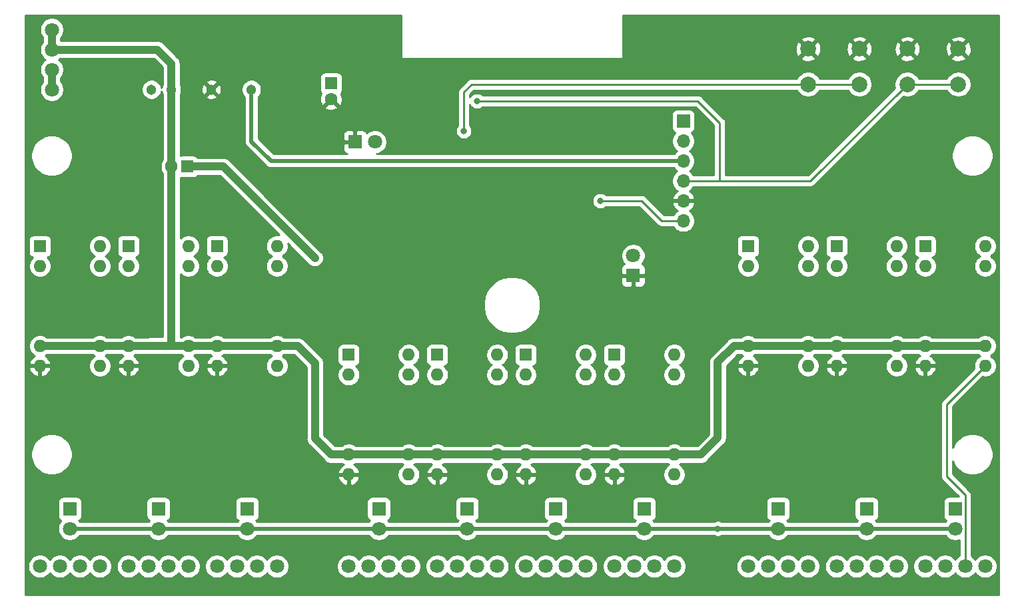
<source format=gbr>
G04 #@! TF.GenerationSoftware,KiCad,Pcbnew,5.1.5+dfsg1-2build2*
G04 #@! TF.CreationDate,2021-04-24T23:58:55+01:00*
G04 #@! TF.ProjectId,alarm_sensors,616c6172-6d5f-4736-956e-736f72732e6b,rev?*
G04 #@! TF.SameCoordinates,Original*
G04 #@! TF.FileFunction,Copper,L2,Bot*
G04 #@! TF.FilePolarity,Positive*
%FSLAX46Y46*%
G04 Gerber Fmt 4.6, Leading zero omitted, Abs format (unit mm)*
G04 Created by KiCad (PCBNEW 5.1.5+dfsg1-2build2) date 2021-04-24 23:58:55*
%MOMM*%
%LPD*%
G04 APERTURE LIST*
%ADD10C,1.803400*%
%ADD11C,1.303000*%
%ADD12C,1.800000*%
%ADD13R,1.800000X1.800000*%
%ADD14O,1.700000X1.700000*%
%ADD15R,1.700000X1.700000*%
%ADD16O,1.600000X1.600000*%
%ADD17R,1.600000X1.600000*%
%ADD18C,2.000000*%
%ADD19C,1.600000*%
%ADD20C,0.800000*%
%ADD21C,5.000000*%
%ADD22C,0.500000*%
%ADD23C,1.000000*%
%ADD24C,0.250000*%
%ADD25C,0.254000*%
G04 APERTURE END LIST*
D10*
X93750000Y-130750000D03*
X96290000Y-130750000D03*
X98830000Y-130750000D03*
X101370000Y-130750000D03*
D11*
X109375100Y-70064900D03*
X104295100Y-70064900D03*
X99215100Y-70064900D03*
X96675100Y-70064900D03*
D12*
X125085000Y-76745100D03*
D13*
X122545000Y-76745100D03*
D14*
X164264500Y-86778100D03*
X164264500Y-84238100D03*
X164264500Y-81698100D03*
X164264500Y-79158100D03*
X164264500Y-76618100D03*
D15*
X164264500Y-74078100D03*
D16*
X202620000Y-90000000D03*
X195000000Y-105240000D03*
X202620000Y-92540000D03*
X195000000Y-102700000D03*
X202620000Y-102700000D03*
X195000000Y-92540000D03*
X202620000Y-105240000D03*
D17*
X195000000Y-90000000D03*
D16*
X191370000Y-90000000D03*
X183750000Y-105240000D03*
X191370000Y-92540000D03*
X183750000Y-102700000D03*
X191370000Y-102700000D03*
X183750000Y-92540000D03*
X191370000Y-105240000D03*
D17*
X183750000Y-90000000D03*
D16*
X180120000Y-90000000D03*
X172500000Y-105240000D03*
X180120000Y-92540000D03*
X172500000Y-102700000D03*
X180120000Y-102700000D03*
X172500000Y-92540000D03*
X180120000Y-105240000D03*
D17*
X172500000Y-90000000D03*
X155500000Y-103833700D03*
D16*
X163120000Y-119073700D03*
X155500000Y-106373700D03*
X163120000Y-116533700D03*
X155500000Y-116533700D03*
X163120000Y-106373700D03*
X155500000Y-119073700D03*
X163120000Y-103833700D03*
D17*
X144250000Y-103833700D03*
D16*
X151870000Y-119073700D03*
X144250000Y-106373700D03*
X151870000Y-116533700D03*
X144250000Y-116533700D03*
X151870000Y-106373700D03*
X144250000Y-119073700D03*
X151870000Y-103833700D03*
D17*
X133000000Y-103833700D03*
D16*
X140620000Y-119073700D03*
X133000000Y-106373700D03*
X140620000Y-116533700D03*
X133000000Y-116533700D03*
X140620000Y-106373700D03*
X133000000Y-119073700D03*
X140620000Y-103833700D03*
D17*
X121750000Y-103833700D03*
D16*
X129370000Y-119073700D03*
X121750000Y-106373700D03*
X129370000Y-116533700D03*
X121750000Y-116533700D03*
X129370000Y-106373700D03*
X121750000Y-119073700D03*
X129370000Y-103833700D03*
X112620000Y-90000000D03*
X105000000Y-105240000D03*
X112620000Y-92540000D03*
X105000000Y-102700000D03*
X112620000Y-102700000D03*
X105000000Y-92540000D03*
X112620000Y-105240000D03*
D17*
X105000000Y-90000000D03*
D16*
X101370000Y-90000000D03*
X93750000Y-105240000D03*
X101370000Y-92540000D03*
X93750000Y-102700000D03*
X101370000Y-102700000D03*
X93750000Y-92540000D03*
X101370000Y-105240000D03*
D17*
X93750000Y-90000000D03*
D16*
X90120000Y-90000000D03*
X82500000Y-105240000D03*
X90120000Y-92540000D03*
X82500000Y-102700000D03*
X90120000Y-102700000D03*
X82500000Y-92540000D03*
X90120000Y-105240000D03*
D17*
X82500000Y-90000000D03*
D10*
X172500000Y-130750000D03*
X175040000Y-130750000D03*
X177580000Y-130750000D03*
X180120000Y-130750000D03*
X84025900Y-70064900D03*
X84025900Y-67524900D03*
X84025900Y-64984900D03*
X84025900Y-62444900D03*
X129370000Y-130750000D03*
X126830000Y-130750000D03*
X124290000Y-130750000D03*
X121750000Y-130750000D03*
X82500000Y-130750000D03*
X85040000Y-130750000D03*
X87580000Y-130750000D03*
X90120000Y-130750000D03*
D18*
X186626800Y-64896000D03*
X186626800Y-69396000D03*
X180126800Y-64896000D03*
X180126800Y-69396000D03*
D12*
X157901800Y-91197700D03*
D13*
X157901800Y-93737700D03*
D12*
X198821200Y-125957600D03*
D13*
X198821200Y-123417600D03*
D12*
X187556300Y-125957600D03*
D13*
X187556300Y-123417600D03*
D12*
X176316800Y-125957600D03*
D13*
X176316800Y-123417600D03*
D12*
X159298800Y-125957600D03*
D13*
X159298800Y-123417600D03*
D12*
X148072000Y-125957600D03*
D13*
X148072000Y-123417600D03*
D12*
X136794400Y-125957600D03*
D13*
X136794400Y-123417600D03*
D12*
X125567600Y-125957600D03*
D13*
X125567600Y-123417600D03*
D12*
X108829000Y-125957600D03*
D13*
X108829000Y-123417600D03*
D12*
X97551400Y-125957600D03*
D13*
X97551400Y-123417600D03*
D12*
X86299200Y-125957600D03*
D13*
X86299200Y-123417600D03*
D18*
X199225200Y-64896000D03*
X199225200Y-69396000D03*
X192725200Y-64896000D03*
X192725200Y-69396000D03*
D10*
X163120000Y-130750000D03*
X160580000Y-130750000D03*
X158040000Y-130750000D03*
X155500000Y-130750000D03*
X195000000Y-130750000D03*
X197540000Y-130750000D03*
X200080000Y-130750000D03*
X202620000Y-130750000D03*
X183750000Y-130750000D03*
X186290000Y-130750000D03*
X188830000Y-130750000D03*
X191370000Y-130750000D03*
X140620000Y-130750000D03*
X138080000Y-130750000D03*
X135540000Y-130750000D03*
X133000000Y-130750000D03*
X105000000Y-130750000D03*
X107540000Y-130750000D03*
X110080000Y-130750000D03*
X112620000Y-130750000D03*
X151870000Y-130750000D03*
X149330000Y-130750000D03*
X146790000Y-130750000D03*
X144250000Y-130750000D03*
D17*
X119509700Y-69290200D03*
D19*
X119509700Y-71290200D03*
D17*
X101234400Y-79882000D03*
D19*
X99234400Y-79882000D03*
D20*
X154472800Y-67715400D03*
D21*
X141506100Y-75157600D03*
D20*
X123332400Y-67715400D03*
X136794400Y-88645000D03*
X141493400Y-67715400D03*
X168646000Y-125944900D03*
X117426900Y-91515200D03*
X138051700Y-71525400D03*
X153710800Y-84225400D03*
X136362600Y-75335400D03*
D22*
X198821200Y-125957600D02*
X187556300Y-125957600D01*
X187556300Y-125957600D02*
X176316800Y-125957600D01*
X159298800Y-125957600D02*
X148072000Y-125957600D01*
X136794400Y-125957600D02*
X125567600Y-125957600D01*
X125567600Y-125957600D02*
X108829000Y-125957600D01*
X148072000Y-125957600D02*
X136794400Y-125957600D01*
X109375100Y-76681600D02*
X109375100Y-70064900D01*
X111851600Y-79158100D02*
X109375100Y-76681600D01*
X164264500Y-79158100D02*
X111851600Y-79158100D01*
X97551400Y-125957600D02*
X108829000Y-125957600D01*
X168620600Y-125957600D02*
X159298800Y-125957600D01*
X168646000Y-125932200D02*
X168620600Y-125957600D01*
X168671400Y-125957600D02*
X168646000Y-125932200D01*
X176316800Y-125957600D02*
X168671400Y-125957600D01*
X97551400Y-125957600D02*
X86299200Y-125957600D01*
D23*
X84025900Y-67524900D02*
X84025900Y-70064900D01*
X105819100Y-79882000D02*
X117439600Y-91502500D01*
X101234400Y-79882000D02*
X105819100Y-79882000D01*
D24*
X121750000Y-106379300D02*
X121750000Y-106373700D01*
X133022000Y-106373700D02*
X133000000Y-106373700D01*
X144250000Y-106374900D02*
X144250000Y-106373700D01*
X155501000Y-106373700D02*
X155500000Y-106373700D01*
X202620000Y-105242400D02*
X202620000Y-105240000D01*
X197741700Y-110120700D02*
X202620000Y-105242400D01*
X197741700Y-119315500D02*
X197741700Y-110120700D01*
X200091200Y-121665000D02*
X197741700Y-119315500D01*
X200080000Y-121666500D02*
X200078500Y-121665000D01*
X200080000Y-130750000D02*
X200080000Y-121666500D01*
X192725200Y-69396000D02*
X199225200Y-69396000D01*
X180423100Y-81698100D02*
X164264500Y-81698100D01*
X192725200Y-69396000D02*
X180423100Y-81698100D01*
X166106000Y-71525400D02*
X138064400Y-71525400D01*
X168900000Y-74319400D02*
X166106000Y-71525400D01*
X168900000Y-81685400D02*
X168900000Y-74319400D01*
X161521300Y-86778100D02*
X164264500Y-86778100D01*
X158968600Y-84225400D02*
X161521300Y-86778100D01*
X153710800Y-84225400D02*
X158968600Y-84225400D01*
X136362600Y-70395100D02*
X136362600Y-75335400D01*
X137353200Y-69404500D02*
X136362600Y-70395100D01*
X180118300Y-69404500D02*
X137353200Y-69404500D01*
X180126800Y-69396000D02*
X180118300Y-69404500D01*
X180126800Y-69396000D02*
X186626800Y-69396000D01*
D23*
X84025900Y-62444900D02*
X84025900Y-64984900D01*
X82500000Y-102700000D02*
X90120000Y-102700000D01*
X90120000Y-102700000D02*
X93750000Y-102700000D01*
X101370000Y-102700000D02*
X105000000Y-102700000D01*
X105000000Y-102700000D02*
X112620000Y-102700000D01*
X99113500Y-102691200D02*
X101370000Y-102700000D01*
X93750000Y-102700000D02*
X99113500Y-102691200D01*
X121750000Y-116533700D02*
X129370000Y-116533700D01*
X129370000Y-116533700D02*
X133000000Y-116533700D01*
X133000000Y-116533700D02*
X140620000Y-116533700D01*
X140620000Y-116533700D02*
X144250000Y-116533700D01*
X151870000Y-116533700D02*
X155500000Y-116533700D01*
X155500000Y-116533700D02*
X163120000Y-116533700D01*
X170707300Y-102700000D02*
X172500000Y-102700000D01*
X168633300Y-104774000D02*
X170707300Y-102700000D01*
X168633300Y-114413300D02*
X168633300Y-104774000D01*
X166512900Y-116533700D02*
X168633300Y-114413300D01*
X163120000Y-116533700D02*
X166512900Y-116533700D01*
X172500000Y-102700000D02*
X180120000Y-102700000D01*
X180120000Y-102700000D02*
X183750000Y-102700000D01*
X183750000Y-102700000D02*
X191370000Y-102700000D01*
X191370000Y-102700000D02*
X195000000Y-102700000D01*
X119509200Y-116533700D02*
X121750000Y-116533700D01*
X117477700Y-114502200D02*
X119509200Y-116533700D01*
X117477700Y-104901000D02*
X117477700Y-114502200D01*
X115276700Y-102700000D02*
X117477700Y-104901000D01*
X112620000Y-102700000D02*
X115276700Y-102700000D01*
X99215100Y-70064900D02*
X99215100Y-66762900D01*
X97437100Y-64984900D02*
X84025900Y-64984900D01*
X99215100Y-66762900D02*
X97437100Y-64984900D01*
X99234400Y-102570300D02*
X99113500Y-102691200D01*
X99215100Y-70064900D02*
X99234400Y-70084200D01*
X99234400Y-79882000D02*
X99234400Y-102570300D01*
X99215100Y-79862700D02*
X99234400Y-79882000D01*
X99215100Y-70064900D02*
X99215100Y-79862700D01*
X202620000Y-102700000D02*
X195000000Y-102700000D01*
X144250000Y-116533700D02*
X151870000Y-116533700D01*
D25*
G36*
X128387000Y-65988200D02*
G01*
X128389440Y-66012976D01*
X128396667Y-66036801D01*
X128408403Y-66058757D01*
X128424197Y-66078003D01*
X128443443Y-66093797D01*
X128465399Y-66105533D01*
X128489224Y-66112760D01*
X128514000Y-66115200D01*
X156504800Y-66115200D01*
X156529576Y-66112760D01*
X156553401Y-66105533D01*
X156575357Y-66093797D01*
X156594603Y-66078003D01*
X156610397Y-66058757D01*
X156622133Y-66036801D01*
X156623767Y-66031413D01*
X179170992Y-66031413D01*
X179266756Y-66295814D01*
X179556371Y-66436704D01*
X179867908Y-66518384D01*
X180189395Y-66537718D01*
X180508475Y-66493961D01*
X180812888Y-66388795D01*
X180986844Y-66295814D01*
X181082608Y-66031413D01*
X185670992Y-66031413D01*
X185766756Y-66295814D01*
X186056371Y-66436704D01*
X186367908Y-66518384D01*
X186689395Y-66537718D01*
X187008475Y-66493961D01*
X187312888Y-66388795D01*
X187486844Y-66295814D01*
X187582608Y-66031413D01*
X191769392Y-66031413D01*
X191865156Y-66295814D01*
X192154771Y-66436704D01*
X192466308Y-66518384D01*
X192787795Y-66537718D01*
X193106875Y-66493961D01*
X193411288Y-66388795D01*
X193585244Y-66295814D01*
X193681008Y-66031413D01*
X198269392Y-66031413D01*
X198365156Y-66295814D01*
X198654771Y-66436704D01*
X198966308Y-66518384D01*
X199287795Y-66537718D01*
X199606875Y-66493961D01*
X199911288Y-66388795D01*
X200085244Y-66295814D01*
X200181008Y-66031413D01*
X199225200Y-65075605D01*
X198269392Y-66031413D01*
X193681008Y-66031413D01*
X192725200Y-65075605D01*
X191769392Y-66031413D01*
X187582608Y-66031413D01*
X186626800Y-65075605D01*
X185670992Y-66031413D01*
X181082608Y-66031413D01*
X180126800Y-65075605D01*
X179170992Y-66031413D01*
X156623767Y-66031413D01*
X156629360Y-66012976D01*
X156631800Y-65988200D01*
X156631800Y-64958595D01*
X178485082Y-64958595D01*
X178528839Y-65277675D01*
X178634005Y-65582088D01*
X178726986Y-65756044D01*
X178991387Y-65851808D01*
X179947195Y-64896000D01*
X180306405Y-64896000D01*
X181262213Y-65851808D01*
X181526614Y-65756044D01*
X181667504Y-65466429D01*
X181749184Y-65154892D01*
X181760989Y-64958595D01*
X184985082Y-64958595D01*
X185028839Y-65277675D01*
X185134005Y-65582088D01*
X185226986Y-65756044D01*
X185491387Y-65851808D01*
X186447195Y-64896000D01*
X186806405Y-64896000D01*
X187762213Y-65851808D01*
X188026614Y-65756044D01*
X188167504Y-65466429D01*
X188249184Y-65154892D01*
X188260989Y-64958595D01*
X191083482Y-64958595D01*
X191127239Y-65277675D01*
X191232405Y-65582088D01*
X191325386Y-65756044D01*
X191589787Y-65851808D01*
X192545595Y-64896000D01*
X192904805Y-64896000D01*
X193860613Y-65851808D01*
X194125014Y-65756044D01*
X194265904Y-65466429D01*
X194347584Y-65154892D01*
X194359389Y-64958595D01*
X197583482Y-64958595D01*
X197627239Y-65277675D01*
X197732405Y-65582088D01*
X197825386Y-65756044D01*
X198089787Y-65851808D01*
X199045595Y-64896000D01*
X199404805Y-64896000D01*
X200360613Y-65851808D01*
X200625014Y-65756044D01*
X200765904Y-65466429D01*
X200847584Y-65154892D01*
X200866918Y-64833405D01*
X200823161Y-64514325D01*
X200717995Y-64209912D01*
X200625014Y-64035956D01*
X200360613Y-63940192D01*
X199404805Y-64896000D01*
X199045595Y-64896000D01*
X198089787Y-63940192D01*
X197825386Y-64035956D01*
X197684496Y-64325571D01*
X197602816Y-64637108D01*
X197583482Y-64958595D01*
X194359389Y-64958595D01*
X194366918Y-64833405D01*
X194323161Y-64514325D01*
X194217995Y-64209912D01*
X194125014Y-64035956D01*
X193860613Y-63940192D01*
X192904805Y-64896000D01*
X192545595Y-64896000D01*
X191589787Y-63940192D01*
X191325386Y-64035956D01*
X191184496Y-64325571D01*
X191102816Y-64637108D01*
X191083482Y-64958595D01*
X188260989Y-64958595D01*
X188268518Y-64833405D01*
X188224761Y-64514325D01*
X188119595Y-64209912D01*
X188026614Y-64035956D01*
X187762213Y-63940192D01*
X186806405Y-64896000D01*
X186447195Y-64896000D01*
X185491387Y-63940192D01*
X185226986Y-64035956D01*
X185086096Y-64325571D01*
X185004416Y-64637108D01*
X184985082Y-64958595D01*
X181760989Y-64958595D01*
X181768518Y-64833405D01*
X181724761Y-64514325D01*
X181619595Y-64209912D01*
X181526614Y-64035956D01*
X181262213Y-63940192D01*
X180306405Y-64896000D01*
X179947195Y-64896000D01*
X178991387Y-63940192D01*
X178726986Y-64035956D01*
X178586096Y-64325571D01*
X178504416Y-64637108D01*
X178485082Y-64958595D01*
X156631800Y-64958595D01*
X156631800Y-63760587D01*
X179170992Y-63760587D01*
X180126800Y-64716395D01*
X181082608Y-63760587D01*
X185670992Y-63760587D01*
X186626800Y-64716395D01*
X187582608Y-63760587D01*
X191769392Y-63760587D01*
X192725200Y-64716395D01*
X193681008Y-63760587D01*
X198269392Y-63760587D01*
X199225200Y-64716395D01*
X200181008Y-63760587D01*
X200085244Y-63496186D01*
X199795629Y-63355296D01*
X199484092Y-63273616D01*
X199162605Y-63254282D01*
X198843525Y-63298039D01*
X198539112Y-63403205D01*
X198365156Y-63496186D01*
X198269392Y-63760587D01*
X193681008Y-63760587D01*
X193585244Y-63496186D01*
X193295629Y-63355296D01*
X192984092Y-63273616D01*
X192662605Y-63254282D01*
X192343525Y-63298039D01*
X192039112Y-63403205D01*
X191865156Y-63496186D01*
X191769392Y-63760587D01*
X187582608Y-63760587D01*
X187486844Y-63496186D01*
X187197229Y-63355296D01*
X186885692Y-63273616D01*
X186564205Y-63254282D01*
X186245125Y-63298039D01*
X185940712Y-63403205D01*
X185766756Y-63496186D01*
X185670992Y-63760587D01*
X181082608Y-63760587D01*
X180986844Y-63496186D01*
X180697229Y-63355296D01*
X180385692Y-63273616D01*
X180064205Y-63254282D01*
X179745125Y-63298039D01*
X179440712Y-63403205D01*
X179266756Y-63496186D01*
X179170992Y-63760587D01*
X156631800Y-63760587D01*
X156631800Y-60660000D01*
X204340001Y-60660000D01*
X204340000Y-134340000D01*
X80660000Y-134340000D01*
X80660000Y-130598648D01*
X80963300Y-130598648D01*
X80963300Y-130901352D01*
X81022355Y-131198239D01*
X81138195Y-131477900D01*
X81306368Y-131729589D01*
X81520411Y-131943632D01*
X81772100Y-132111805D01*
X82051761Y-132227645D01*
X82348648Y-132286700D01*
X82651352Y-132286700D01*
X82948239Y-132227645D01*
X83227900Y-132111805D01*
X83479589Y-131943632D01*
X83693632Y-131729589D01*
X83770000Y-131615296D01*
X83846368Y-131729589D01*
X84060411Y-131943632D01*
X84312100Y-132111805D01*
X84591761Y-132227645D01*
X84888648Y-132286700D01*
X85191352Y-132286700D01*
X85488239Y-132227645D01*
X85767900Y-132111805D01*
X86019589Y-131943632D01*
X86233632Y-131729589D01*
X86310000Y-131615296D01*
X86386368Y-131729589D01*
X86600411Y-131943632D01*
X86852100Y-132111805D01*
X87131761Y-132227645D01*
X87428648Y-132286700D01*
X87731352Y-132286700D01*
X88028239Y-132227645D01*
X88307900Y-132111805D01*
X88559589Y-131943632D01*
X88773632Y-131729589D01*
X88850000Y-131615296D01*
X88926368Y-131729589D01*
X89140411Y-131943632D01*
X89392100Y-132111805D01*
X89671761Y-132227645D01*
X89968648Y-132286700D01*
X90271352Y-132286700D01*
X90568239Y-132227645D01*
X90847900Y-132111805D01*
X91099589Y-131943632D01*
X91313632Y-131729589D01*
X91481805Y-131477900D01*
X91597645Y-131198239D01*
X91656700Y-130901352D01*
X91656700Y-130598648D01*
X92213300Y-130598648D01*
X92213300Y-130901352D01*
X92272355Y-131198239D01*
X92388195Y-131477900D01*
X92556368Y-131729589D01*
X92770411Y-131943632D01*
X93022100Y-132111805D01*
X93301761Y-132227645D01*
X93598648Y-132286700D01*
X93901352Y-132286700D01*
X94198239Y-132227645D01*
X94477900Y-132111805D01*
X94729589Y-131943632D01*
X94943632Y-131729589D01*
X95020000Y-131615296D01*
X95096368Y-131729589D01*
X95310411Y-131943632D01*
X95562100Y-132111805D01*
X95841761Y-132227645D01*
X96138648Y-132286700D01*
X96441352Y-132286700D01*
X96738239Y-132227645D01*
X97017900Y-132111805D01*
X97269589Y-131943632D01*
X97483632Y-131729589D01*
X97560000Y-131615296D01*
X97636368Y-131729589D01*
X97850411Y-131943632D01*
X98102100Y-132111805D01*
X98381761Y-132227645D01*
X98678648Y-132286700D01*
X98981352Y-132286700D01*
X99278239Y-132227645D01*
X99557900Y-132111805D01*
X99809589Y-131943632D01*
X100023632Y-131729589D01*
X100100000Y-131615296D01*
X100176368Y-131729589D01*
X100390411Y-131943632D01*
X100642100Y-132111805D01*
X100921761Y-132227645D01*
X101218648Y-132286700D01*
X101521352Y-132286700D01*
X101818239Y-132227645D01*
X102097900Y-132111805D01*
X102349589Y-131943632D01*
X102563632Y-131729589D01*
X102731805Y-131477900D01*
X102847645Y-131198239D01*
X102906700Y-130901352D01*
X102906700Y-130598648D01*
X103463300Y-130598648D01*
X103463300Y-130901352D01*
X103522355Y-131198239D01*
X103638195Y-131477900D01*
X103806368Y-131729589D01*
X104020411Y-131943632D01*
X104272100Y-132111805D01*
X104551761Y-132227645D01*
X104848648Y-132286700D01*
X105151352Y-132286700D01*
X105448239Y-132227645D01*
X105727900Y-132111805D01*
X105979589Y-131943632D01*
X106193632Y-131729589D01*
X106270000Y-131615296D01*
X106346368Y-131729589D01*
X106560411Y-131943632D01*
X106812100Y-132111805D01*
X107091761Y-132227645D01*
X107388648Y-132286700D01*
X107691352Y-132286700D01*
X107988239Y-132227645D01*
X108267900Y-132111805D01*
X108519589Y-131943632D01*
X108733632Y-131729589D01*
X108810000Y-131615296D01*
X108886368Y-131729589D01*
X109100411Y-131943632D01*
X109352100Y-132111805D01*
X109631761Y-132227645D01*
X109928648Y-132286700D01*
X110231352Y-132286700D01*
X110528239Y-132227645D01*
X110807900Y-132111805D01*
X111059589Y-131943632D01*
X111273632Y-131729589D01*
X111350000Y-131615296D01*
X111426368Y-131729589D01*
X111640411Y-131943632D01*
X111892100Y-132111805D01*
X112171761Y-132227645D01*
X112468648Y-132286700D01*
X112771352Y-132286700D01*
X113068239Y-132227645D01*
X113347900Y-132111805D01*
X113599589Y-131943632D01*
X113813632Y-131729589D01*
X113981805Y-131477900D01*
X114097645Y-131198239D01*
X114156700Y-130901352D01*
X114156700Y-130598648D01*
X120213300Y-130598648D01*
X120213300Y-130901352D01*
X120272355Y-131198239D01*
X120388195Y-131477900D01*
X120556368Y-131729589D01*
X120770411Y-131943632D01*
X121022100Y-132111805D01*
X121301761Y-132227645D01*
X121598648Y-132286700D01*
X121901352Y-132286700D01*
X122198239Y-132227645D01*
X122477900Y-132111805D01*
X122729589Y-131943632D01*
X122943632Y-131729589D01*
X123020000Y-131615296D01*
X123096368Y-131729589D01*
X123310411Y-131943632D01*
X123562100Y-132111805D01*
X123841761Y-132227645D01*
X124138648Y-132286700D01*
X124441352Y-132286700D01*
X124738239Y-132227645D01*
X125017900Y-132111805D01*
X125269589Y-131943632D01*
X125483632Y-131729589D01*
X125560000Y-131615296D01*
X125636368Y-131729589D01*
X125850411Y-131943632D01*
X126102100Y-132111805D01*
X126381761Y-132227645D01*
X126678648Y-132286700D01*
X126981352Y-132286700D01*
X127278239Y-132227645D01*
X127557900Y-132111805D01*
X127809589Y-131943632D01*
X128023632Y-131729589D01*
X128100000Y-131615296D01*
X128176368Y-131729589D01*
X128390411Y-131943632D01*
X128642100Y-132111805D01*
X128921761Y-132227645D01*
X129218648Y-132286700D01*
X129521352Y-132286700D01*
X129818239Y-132227645D01*
X130097900Y-132111805D01*
X130349589Y-131943632D01*
X130563632Y-131729589D01*
X130731805Y-131477900D01*
X130847645Y-131198239D01*
X130906700Y-130901352D01*
X130906700Y-130598648D01*
X131463300Y-130598648D01*
X131463300Y-130901352D01*
X131522355Y-131198239D01*
X131638195Y-131477900D01*
X131806368Y-131729589D01*
X132020411Y-131943632D01*
X132272100Y-132111805D01*
X132551761Y-132227645D01*
X132848648Y-132286700D01*
X133151352Y-132286700D01*
X133448239Y-132227645D01*
X133727900Y-132111805D01*
X133979589Y-131943632D01*
X134193632Y-131729589D01*
X134270000Y-131615296D01*
X134346368Y-131729589D01*
X134560411Y-131943632D01*
X134812100Y-132111805D01*
X135091761Y-132227645D01*
X135388648Y-132286700D01*
X135691352Y-132286700D01*
X135988239Y-132227645D01*
X136267900Y-132111805D01*
X136519589Y-131943632D01*
X136733632Y-131729589D01*
X136810000Y-131615296D01*
X136886368Y-131729589D01*
X137100411Y-131943632D01*
X137352100Y-132111805D01*
X137631761Y-132227645D01*
X137928648Y-132286700D01*
X138231352Y-132286700D01*
X138528239Y-132227645D01*
X138807900Y-132111805D01*
X139059589Y-131943632D01*
X139273632Y-131729589D01*
X139350000Y-131615296D01*
X139426368Y-131729589D01*
X139640411Y-131943632D01*
X139892100Y-132111805D01*
X140171761Y-132227645D01*
X140468648Y-132286700D01*
X140771352Y-132286700D01*
X141068239Y-132227645D01*
X141347900Y-132111805D01*
X141599589Y-131943632D01*
X141813632Y-131729589D01*
X141981805Y-131477900D01*
X142097645Y-131198239D01*
X142156700Y-130901352D01*
X142156700Y-130598648D01*
X142713300Y-130598648D01*
X142713300Y-130901352D01*
X142772355Y-131198239D01*
X142888195Y-131477900D01*
X143056368Y-131729589D01*
X143270411Y-131943632D01*
X143522100Y-132111805D01*
X143801761Y-132227645D01*
X144098648Y-132286700D01*
X144401352Y-132286700D01*
X144698239Y-132227645D01*
X144977900Y-132111805D01*
X145229589Y-131943632D01*
X145443632Y-131729589D01*
X145520000Y-131615296D01*
X145596368Y-131729589D01*
X145810411Y-131943632D01*
X146062100Y-132111805D01*
X146341761Y-132227645D01*
X146638648Y-132286700D01*
X146941352Y-132286700D01*
X147238239Y-132227645D01*
X147517900Y-132111805D01*
X147769589Y-131943632D01*
X147983632Y-131729589D01*
X148060000Y-131615296D01*
X148136368Y-131729589D01*
X148350411Y-131943632D01*
X148602100Y-132111805D01*
X148881761Y-132227645D01*
X149178648Y-132286700D01*
X149481352Y-132286700D01*
X149778239Y-132227645D01*
X150057900Y-132111805D01*
X150309589Y-131943632D01*
X150523632Y-131729589D01*
X150600000Y-131615296D01*
X150676368Y-131729589D01*
X150890411Y-131943632D01*
X151142100Y-132111805D01*
X151421761Y-132227645D01*
X151718648Y-132286700D01*
X152021352Y-132286700D01*
X152318239Y-132227645D01*
X152597900Y-132111805D01*
X152849589Y-131943632D01*
X153063632Y-131729589D01*
X153231805Y-131477900D01*
X153347645Y-131198239D01*
X153406700Y-130901352D01*
X153406700Y-130598648D01*
X153963300Y-130598648D01*
X153963300Y-130901352D01*
X154022355Y-131198239D01*
X154138195Y-131477900D01*
X154306368Y-131729589D01*
X154520411Y-131943632D01*
X154772100Y-132111805D01*
X155051761Y-132227645D01*
X155348648Y-132286700D01*
X155651352Y-132286700D01*
X155948239Y-132227645D01*
X156227900Y-132111805D01*
X156479589Y-131943632D01*
X156693632Y-131729589D01*
X156770000Y-131615296D01*
X156846368Y-131729589D01*
X157060411Y-131943632D01*
X157312100Y-132111805D01*
X157591761Y-132227645D01*
X157888648Y-132286700D01*
X158191352Y-132286700D01*
X158488239Y-132227645D01*
X158767900Y-132111805D01*
X159019589Y-131943632D01*
X159233632Y-131729589D01*
X159310000Y-131615296D01*
X159386368Y-131729589D01*
X159600411Y-131943632D01*
X159852100Y-132111805D01*
X160131761Y-132227645D01*
X160428648Y-132286700D01*
X160731352Y-132286700D01*
X161028239Y-132227645D01*
X161307900Y-132111805D01*
X161559589Y-131943632D01*
X161773632Y-131729589D01*
X161850000Y-131615296D01*
X161926368Y-131729589D01*
X162140411Y-131943632D01*
X162392100Y-132111805D01*
X162671761Y-132227645D01*
X162968648Y-132286700D01*
X163271352Y-132286700D01*
X163568239Y-132227645D01*
X163847900Y-132111805D01*
X164099589Y-131943632D01*
X164313632Y-131729589D01*
X164481805Y-131477900D01*
X164597645Y-131198239D01*
X164656700Y-130901352D01*
X164656700Y-130598648D01*
X170963300Y-130598648D01*
X170963300Y-130901352D01*
X171022355Y-131198239D01*
X171138195Y-131477900D01*
X171306368Y-131729589D01*
X171520411Y-131943632D01*
X171772100Y-132111805D01*
X172051761Y-132227645D01*
X172348648Y-132286700D01*
X172651352Y-132286700D01*
X172948239Y-132227645D01*
X173227900Y-132111805D01*
X173479589Y-131943632D01*
X173693632Y-131729589D01*
X173770000Y-131615296D01*
X173846368Y-131729589D01*
X174060411Y-131943632D01*
X174312100Y-132111805D01*
X174591761Y-132227645D01*
X174888648Y-132286700D01*
X175191352Y-132286700D01*
X175488239Y-132227645D01*
X175767900Y-132111805D01*
X176019589Y-131943632D01*
X176233632Y-131729589D01*
X176310000Y-131615296D01*
X176386368Y-131729589D01*
X176600411Y-131943632D01*
X176852100Y-132111805D01*
X177131761Y-132227645D01*
X177428648Y-132286700D01*
X177731352Y-132286700D01*
X178028239Y-132227645D01*
X178307900Y-132111805D01*
X178559589Y-131943632D01*
X178773632Y-131729589D01*
X178850000Y-131615296D01*
X178926368Y-131729589D01*
X179140411Y-131943632D01*
X179392100Y-132111805D01*
X179671761Y-132227645D01*
X179968648Y-132286700D01*
X180271352Y-132286700D01*
X180568239Y-132227645D01*
X180847900Y-132111805D01*
X181099589Y-131943632D01*
X181313632Y-131729589D01*
X181481805Y-131477900D01*
X181597645Y-131198239D01*
X181656700Y-130901352D01*
X181656700Y-130598648D01*
X182213300Y-130598648D01*
X182213300Y-130901352D01*
X182272355Y-131198239D01*
X182388195Y-131477900D01*
X182556368Y-131729589D01*
X182770411Y-131943632D01*
X183022100Y-132111805D01*
X183301761Y-132227645D01*
X183598648Y-132286700D01*
X183901352Y-132286700D01*
X184198239Y-132227645D01*
X184477900Y-132111805D01*
X184729589Y-131943632D01*
X184943632Y-131729589D01*
X185020000Y-131615296D01*
X185096368Y-131729589D01*
X185310411Y-131943632D01*
X185562100Y-132111805D01*
X185841761Y-132227645D01*
X186138648Y-132286700D01*
X186441352Y-132286700D01*
X186738239Y-132227645D01*
X187017900Y-132111805D01*
X187269589Y-131943632D01*
X187483632Y-131729589D01*
X187560000Y-131615296D01*
X187636368Y-131729589D01*
X187850411Y-131943632D01*
X188102100Y-132111805D01*
X188381761Y-132227645D01*
X188678648Y-132286700D01*
X188981352Y-132286700D01*
X189278239Y-132227645D01*
X189557900Y-132111805D01*
X189809589Y-131943632D01*
X190023632Y-131729589D01*
X190100000Y-131615296D01*
X190176368Y-131729589D01*
X190390411Y-131943632D01*
X190642100Y-132111805D01*
X190921761Y-132227645D01*
X191218648Y-132286700D01*
X191521352Y-132286700D01*
X191818239Y-132227645D01*
X192097900Y-132111805D01*
X192349589Y-131943632D01*
X192563632Y-131729589D01*
X192731805Y-131477900D01*
X192847645Y-131198239D01*
X192906700Y-130901352D01*
X192906700Y-130598648D01*
X192847645Y-130301761D01*
X192731805Y-130022100D01*
X192563632Y-129770411D01*
X192349589Y-129556368D01*
X192097900Y-129388195D01*
X191818239Y-129272355D01*
X191521352Y-129213300D01*
X191218648Y-129213300D01*
X190921761Y-129272355D01*
X190642100Y-129388195D01*
X190390411Y-129556368D01*
X190176368Y-129770411D01*
X190100000Y-129884704D01*
X190023632Y-129770411D01*
X189809589Y-129556368D01*
X189557900Y-129388195D01*
X189278239Y-129272355D01*
X188981352Y-129213300D01*
X188678648Y-129213300D01*
X188381761Y-129272355D01*
X188102100Y-129388195D01*
X187850411Y-129556368D01*
X187636368Y-129770411D01*
X187560000Y-129884704D01*
X187483632Y-129770411D01*
X187269589Y-129556368D01*
X187017900Y-129388195D01*
X186738239Y-129272355D01*
X186441352Y-129213300D01*
X186138648Y-129213300D01*
X185841761Y-129272355D01*
X185562100Y-129388195D01*
X185310411Y-129556368D01*
X185096368Y-129770411D01*
X185020000Y-129884704D01*
X184943632Y-129770411D01*
X184729589Y-129556368D01*
X184477900Y-129388195D01*
X184198239Y-129272355D01*
X183901352Y-129213300D01*
X183598648Y-129213300D01*
X183301761Y-129272355D01*
X183022100Y-129388195D01*
X182770411Y-129556368D01*
X182556368Y-129770411D01*
X182388195Y-130022100D01*
X182272355Y-130301761D01*
X182213300Y-130598648D01*
X181656700Y-130598648D01*
X181597645Y-130301761D01*
X181481805Y-130022100D01*
X181313632Y-129770411D01*
X181099589Y-129556368D01*
X180847900Y-129388195D01*
X180568239Y-129272355D01*
X180271352Y-129213300D01*
X179968648Y-129213300D01*
X179671761Y-129272355D01*
X179392100Y-129388195D01*
X179140411Y-129556368D01*
X178926368Y-129770411D01*
X178850000Y-129884704D01*
X178773632Y-129770411D01*
X178559589Y-129556368D01*
X178307900Y-129388195D01*
X178028239Y-129272355D01*
X177731352Y-129213300D01*
X177428648Y-129213300D01*
X177131761Y-129272355D01*
X176852100Y-129388195D01*
X176600411Y-129556368D01*
X176386368Y-129770411D01*
X176310000Y-129884704D01*
X176233632Y-129770411D01*
X176019589Y-129556368D01*
X175767900Y-129388195D01*
X175488239Y-129272355D01*
X175191352Y-129213300D01*
X174888648Y-129213300D01*
X174591761Y-129272355D01*
X174312100Y-129388195D01*
X174060411Y-129556368D01*
X173846368Y-129770411D01*
X173770000Y-129884704D01*
X173693632Y-129770411D01*
X173479589Y-129556368D01*
X173227900Y-129388195D01*
X172948239Y-129272355D01*
X172651352Y-129213300D01*
X172348648Y-129213300D01*
X172051761Y-129272355D01*
X171772100Y-129388195D01*
X171520411Y-129556368D01*
X171306368Y-129770411D01*
X171138195Y-130022100D01*
X171022355Y-130301761D01*
X170963300Y-130598648D01*
X164656700Y-130598648D01*
X164597645Y-130301761D01*
X164481805Y-130022100D01*
X164313632Y-129770411D01*
X164099589Y-129556368D01*
X163847900Y-129388195D01*
X163568239Y-129272355D01*
X163271352Y-129213300D01*
X162968648Y-129213300D01*
X162671761Y-129272355D01*
X162392100Y-129388195D01*
X162140411Y-129556368D01*
X161926368Y-129770411D01*
X161850000Y-129884704D01*
X161773632Y-129770411D01*
X161559589Y-129556368D01*
X161307900Y-129388195D01*
X161028239Y-129272355D01*
X160731352Y-129213300D01*
X160428648Y-129213300D01*
X160131761Y-129272355D01*
X159852100Y-129388195D01*
X159600411Y-129556368D01*
X159386368Y-129770411D01*
X159310000Y-129884704D01*
X159233632Y-129770411D01*
X159019589Y-129556368D01*
X158767900Y-129388195D01*
X158488239Y-129272355D01*
X158191352Y-129213300D01*
X157888648Y-129213300D01*
X157591761Y-129272355D01*
X157312100Y-129388195D01*
X157060411Y-129556368D01*
X156846368Y-129770411D01*
X156770000Y-129884704D01*
X156693632Y-129770411D01*
X156479589Y-129556368D01*
X156227900Y-129388195D01*
X155948239Y-129272355D01*
X155651352Y-129213300D01*
X155348648Y-129213300D01*
X155051761Y-129272355D01*
X154772100Y-129388195D01*
X154520411Y-129556368D01*
X154306368Y-129770411D01*
X154138195Y-130022100D01*
X154022355Y-130301761D01*
X153963300Y-130598648D01*
X153406700Y-130598648D01*
X153347645Y-130301761D01*
X153231805Y-130022100D01*
X153063632Y-129770411D01*
X152849589Y-129556368D01*
X152597900Y-129388195D01*
X152318239Y-129272355D01*
X152021352Y-129213300D01*
X151718648Y-129213300D01*
X151421761Y-129272355D01*
X151142100Y-129388195D01*
X150890411Y-129556368D01*
X150676368Y-129770411D01*
X150600000Y-129884704D01*
X150523632Y-129770411D01*
X150309589Y-129556368D01*
X150057900Y-129388195D01*
X149778239Y-129272355D01*
X149481352Y-129213300D01*
X149178648Y-129213300D01*
X148881761Y-129272355D01*
X148602100Y-129388195D01*
X148350411Y-129556368D01*
X148136368Y-129770411D01*
X148060000Y-129884704D01*
X147983632Y-129770411D01*
X147769589Y-129556368D01*
X147517900Y-129388195D01*
X147238239Y-129272355D01*
X146941352Y-129213300D01*
X146638648Y-129213300D01*
X146341761Y-129272355D01*
X146062100Y-129388195D01*
X145810411Y-129556368D01*
X145596368Y-129770411D01*
X145520000Y-129884704D01*
X145443632Y-129770411D01*
X145229589Y-129556368D01*
X144977900Y-129388195D01*
X144698239Y-129272355D01*
X144401352Y-129213300D01*
X144098648Y-129213300D01*
X143801761Y-129272355D01*
X143522100Y-129388195D01*
X143270411Y-129556368D01*
X143056368Y-129770411D01*
X142888195Y-130022100D01*
X142772355Y-130301761D01*
X142713300Y-130598648D01*
X142156700Y-130598648D01*
X142097645Y-130301761D01*
X141981805Y-130022100D01*
X141813632Y-129770411D01*
X141599589Y-129556368D01*
X141347900Y-129388195D01*
X141068239Y-129272355D01*
X140771352Y-129213300D01*
X140468648Y-129213300D01*
X140171761Y-129272355D01*
X139892100Y-129388195D01*
X139640411Y-129556368D01*
X139426368Y-129770411D01*
X139350000Y-129884704D01*
X139273632Y-129770411D01*
X139059589Y-129556368D01*
X138807900Y-129388195D01*
X138528239Y-129272355D01*
X138231352Y-129213300D01*
X137928648Y-129213300D01*
X137631761Y-129272355D01*
X137352100Y-129388195D01*
X137100411Y-129556368D01*
X136886368Y-129770411D01*
X136810000Y-129884704D01*
X136733632Y-129770411D01*
X136519589Y-129556368D01*
X136267900Y-129388195D01*
X135988239Y-129272355D01*
X135691352Y-129213300D01*
X135388648Y-129213300D01*
X135091761Y-129272355D01*
X134812100Y-129388195D01*
X134560411Y-129556368D01*
X134346368Y-129770411D01*
X134270000Y-129884704D01*
X134193632Y-129770411D01*
X133979589Y-129556368D01*
X133727900Y-129388195D01*
X133448239Y-129272355D01*
X133151352Y-129213300D01*
X132848648Y-129213300D01*
X132551761Y-129272355D01*
X132272100Y-129388195D01*
X132020411Y-129556368D01*
X131806368Y-129770411D01*
X131638195Y-130022100D01*
X131522355Y-130301761D01*
X131463300Y-130598648D01*
X130906700Y-130598648D01*
X130847645Y-130301761D01*
X130731805Y-130022100D01*
X130563632Y-129770411D01*
X130349589Y-129556368D01*
X130097900Y-129388195D01*
X129818239Y-129272355D01*
X129521352Y-129213300D01*
X129218648Y-129213300D01*
X128921761Y-129272355D01*
X128642100Y-129388195D01*
X128390411Y-129556368D01*
X128176368Y-129770411D01*
X128100000Y-129884704D01*
X128023632Y-129770411D01*
X127809589Y-129556368D01*
X127557900Y-129388195D01*
X127278239Y-129272355D01*
X126981352Y-129213300D01*
X126678648Y-129213300D01*
X126381761Y-129272355D01*
X126102100Y-129388195D01*
X125850411Y-129556368D01*
X125636368Y-129770411D01*
X125560000Y-129884704D01*
X125483632Y-129770411D01*
X125269589Y-129556368D01*
X125017900Y-129388195D01*
X124738239Y-129272355D01*
X124441352Y-129213300D01*
X124138648Y-129213300D01*
X123841761Y-129272355D01*
X123562100Y-129388195D01*
X123310411Y-129556368D01*
X123096368Y-129770411D01*
X123020000Y-129884704D01*
X122943632Y-129770411D01*
X122729589Y-129556368D01*
X122477900Y-129388195D01*
X122198239Y-129272355D01*
X121901352Y-129213300D01*
X121598648Y-129213300D01*
X121301761Y-129272355D01*
X121022100Y-129388195D01*
X120770411Y-129556368D01*
X120556368Y-129770411D01*
X120388195Y-130022100D01*
X120272355Y-130301761D01*
X120213300Y-130598648D01*
X114156700Y-130598648D01*
X114097645Y-130301761D01*
X113981805Y-130022100D01*
X113813632Y-129770411D01*
X113599589Y-129556368D01*
X113347900Y-129388195D01*
X113068239Y-129272355D01*
X112771352Y-129213300D01*
X112468648Y-129213300D01*
X112171761Y-129272355D01*
X111892100Y-129388195D01*
X111640411Y-129556368D01*
X111426368Y-129770411D01*
X111350000Y-129884704D01*
X111273632Y-129770411D01*
X111059589Y-129556368D01*
X110807900Y-129388195D01*
X110528239Y-129272355D01*
X110231352Y-129213300D01*
X109928648Y-129213300D01*
X109631761Y-129272355D01*
X109352100Y-129388195D01*
X109100411Y-129556368D01*
X108886368Y-129770411D01*
X108810000Y-129884704D01*
X108733632Y-129770411D01*
X108519589Y-129556368D01*
X108267900Y-129388195D01*
X107988239Y-129272355D01*
X107691352Y-129213300D01*
X107388648Y-129213300D01*
X107091761Y-129272355D01*
X106812100Y-129388195D01*
X106560411Y-129556368D01*
X106346368Y-129770411D01*
X106270000Y-129884704D01*
X106193632Y-129770411D01*
X105979589Y-129556368D01*
X105727900Y-129388195D01*
X105448239Y-129272355D01*
X105151352Y-129213300D01*
X104848648Y-129213300D01*
X104551761Y-129272355D01*
X104272100Y-129388195D01*
X104020411Y-129556368D01*
X103806368Y-129770411D01*
X103638195Y-130022100D01*
X103522355Y-130301761D01*
X103463300Y-130598648D01*
X102906700Y-130598648D01*
X102847645Y-130301761D01*
X102731805Y-130022100D01*
X102563632Y-129770411D01*
X102349589Y-129556368D01*
X102097900Y-129388195D01*
X101818239Y-129272355D01*
X101521352Y-129213300D01*
X101218648Y-129213300D01*
X100921761Y-129272355D01*
X100642100Y-129388195D01*
X100390411Y-129556368D01*
X100176368Y-129770411D01*
X100100000Y-129884704D01*
X100023632Y-129770411D01*
X99809589Y-129556368D01*
X99557900Y-129388195D01*
X99278239Y-129272355D01*
X98981352Y-129213300D01*
X98678648Y-129213300D01*
X98381761Y-129272355D01*
X98102100Y-129388195D01*
X97850411Y-129556368D01*
X97636368Y-129770411D01*
X97560000Y-129884704D01*
X97483632Y-129770411D01*
X97269589Y-129556368D01*
X97017900Y-129388195D01*
X96738239Y-129272355D01*
X96441352Y-129213300D01*
X96138648Y-129213300D01*
X95841761Y-129272355D01*
X95562100Y-129388195D01*
X95310411Y-129556368D01*
X95096368Y-129770411D01*
X95020000Y-129884704D01*
X94943632Y-129770411D01*
X94729589Y-129556368D01*
X94477900Y-129388195D01*
X94198239Y-129272355D01*
X93901352Y-129213300D01*
X93598648Y-129213300D01*
X93301761Y-129272355D01*
X93022100Y-129388195D01*
X92770411Y-129556368D01*
X92556368Y-129770411D01*
X92388195Y-130022100D01*
X92272355Y-130301761D01*
X92213300Y-130598648D01*
X91656700Y-130598648D01*
X91597645Y-130301761D01*
X91481805Y-130022100D01*
X91313632Y-129770411D01*
X91099589Y-129556368D01*
X90847900Y-129388195D01*
X90568239Y-129272355D01*
X90271352Y-129213300D01*
X89968648Y-129213300D01*
X89671761Y-129272355D01*
X89392100Y-129388195D01*
X89140411Y-129556368D01*
X88926368Y-129770411D01*
X88850000Y-129884704D01*
X88773632Y-129770411D01*
X88559589Y-129556368D01*
X88307900Y-129388195D01*
X88028239Y-129272355D01*
X87731352Y-129213300D01*
X87428648Y-129213300D01*
X87131761Y-129272355D01*
X86852100Y-129388195D01*
X86600411Y-129556368D01*
X86386368Y-129770411D01*
X86310000Y-129884704D01*
X86233632Y-129770411D01*
X86019589Y-129556368D01*
X85767900Y-129388195D01*
X85488239Y-129272355D01*
X85191352Y-129213300D01*
X84888648Y-129213300D01*
X84591761Y-129272355D01*
X84312100Y-129388195D01*
X84060411Y-129556368D01*
X83846368Y-129770411D01*
X83770000Y-129884704D01*
X83693632Y-129770411D01*
X83479589Y-129556368D01*
X83227900Y-129388195D01*
X82948239Y-129272355D01*
X82651352Y-129213300D01*
X82348648Y-129213300D01*
X82051761Y-129272355D01*
X81772100Y-129388195D01*
X81520411Y-129556368D01*
X81306368Y-129770411D01*
X81138195Y-130022100D01*
X81022355Y-130301761D01*
X80963300Y-130598648D01*
X80660000Y-130598648D01*
X80660000Y-119422739D01*
X120358096Y-119422739D01*
X120398754Y-119556787D01*
X120518963Y-119811120D01*
X120686481Y-120037114D01*
X120894869Y-120226085D01*
X121136119Y-120370770D01*
X121400960Y-120465609D01*
X121623000Y-120344324D01*
X121623000Y-119200700D01*
X121877000Y-119200700D01*
X121877000Y-120344324D01*
X122099040Y-120465609D01*
X122363881Y-120370770D01*
X122605131Y-120226085D01*
X122813519Y-120037114D01*
X122981037Y-119811120D01*
X123101246Y-119556787D01*
X123141904Y-119422739D01*
X123019915Y-119200700D01*
X121877000Y-119200700D01*
X121623000Y-119200700D01*
X120480085Y-119200700D01*
X120358096Y-119422739D01*
X80660000Y-119422739D01*
X80660000Y-116240475D01*
X81365000Y-116240475D01*
X81365000Y-116759525D01*
X81466261Y-117268601D01*
X81664893Y-117748141D01*
X81953262Y-118179715D01*
X82320285Y-118546738D01*
X82751859Y-118835107D01*
X83231399Y-119033739D01*
X83740475Y-119135000D01*
X84259525Y-119135000D01*
X84768601Y-119033739D01*
X85248141Y-118835107D01*
X85679715Y-118546738D01*
X86046738Y-118179715D01*
X86335107Y-117748141D01*
X86533739Y-117268601D01*
X86635000Y-116759525D01*
X86635000Y-116240475D01*
X86533739Y-115731399D01*
X86335107Y-115251859D01*
X86046738Y-114820285D01*
X85679715Y-114453262D01*
X85248141Y-114164893D01*
X84768601Y-113966261D01*
X84259525Y-113865000D01*
X83740475Y-113865000D01*
X83231399Y-113966261D01*
X82751859Y-114164893D01*
X82320285Y-114453262D01*
X81953262Y-114820285D01*
X81664893Y-115251859D01*
X81466261Y-115731399D01*
X81365000Y-116240475D01*
X80660000Y-116240475D01*
X80660000Y-105589039D01*
X81108096Y-105589039D01*
X81148754Y-105723087D01*
X81268963Y-105977420D01*
X81436481Y-106203414D01*
X81644869Y-106392385D01*
X81886119Y-106537070D01*
X82150960Y-106631909D01*
X82373000Y-106510624D01*
X82373000Y-105367000D01*
X82627000Y-105367000D01*
X82627000Y-106510624D01*
X82849040Y-106631909D01*
X83113881Y-106537070D01*
X83355131Y-106392385D01*
X83563519Y-106203414D01*
X83731037Y-105977420D01*
X83851246Y-105723087D01*
X83891904Y-105589039D01*
X83769915Y-105367000D01*
X82627000Y-105367000D01*
X82373000Y-105367000D01*
X81230085Y-105367000D01*
X81108096Y-105589039D01*
X80660000Y-105589039D01*
X80660000Y-102558665D01*
X81065000Y-102558665D01*
X81065000Y-102841335D01*
X81120147Y-103118574D01*
X81228320Y-103379727D01*
X81385363Y-103614759D01*
X81585241Y-103814637D01*
X81820273Y-103971680D01*
X81830865Y-103976067D01*
X81644869Y-104087615D01*
X81436481Y-104276586D01*
X81268963Y-104502580D01*
X81148754Y-104756913D01*
X81108096Y-104890961D01*
X81230085Y-105113000D01*
X82373000Y-105113000D01*
X82373000Y-105093000D01*
X82627000Y-105093000D01*
X82627000Y-105113000D01*
X83769915Y-105113000D01*
X83891904Y-104890961D01*
X83851246Y-104756913D01*
X83731037Y-104502580D01*
X83563519Y-104276586D01*
X83355131Y-104087615D01*
X83169135Y-103976067D01*
X83179727Y-103971680D01*
X83384284Y-103835000D01*
X89235716Y-103835000D01*
X89437759Y-103970000D01*
X89205241Y-104125363D01*
X89005363Y-104325241D01*
X88848320Y-104560273D01*
X88740147Y-104821426D01*
X88685000Y-105098665D01*
X88685000Y-105381335D01*
X88740147Y-105658574D01*
X88848320Y-105919727D01*
X89005363Y-106154759D01*
X89205241Y-106354637D01*
X89440273Y-106511680D01*
X89701426Y-106619853D01*
X89978665Y-106675000D01*
X90261335Y-106675000D01*
X90538574Y-106619853D01*
X90799727Y-106511680D01*
X91034759Y-106354637D01*
X91234637Y-106154759D01*
X91391680Y-105919727D01*
X91499853Y-105658574D01*
X91513684Y-105589039D01*
X92358096Y-105589039D01*
X92398754Y-105723087D01*
X92518963Y-105977420D01*
X92686481Y-106203414D01*
X92894869Y-106392385D01*
X93136119Y-106537070D01*
X93400960Y-106631909D01*
X93623000Y-106510624D01*
X93623000Y-105367000D01*
X93877000Y-105367000D01*
X93877000Y-106510624D01*
X94099040Y-106631909D01*
X94363881Y-106537070D01*
X94605131Y-106392385D01*
X94813519Y-106203414D01*
X94981037Y-105977420D01*
X95101246Y-105723087D01*
X95141904Y-105589039D01*
X95019915Y-105367000D01*
X93877000Y-105367000D01*
X93623000Y-105367000D01*
X92480085Y-105367000D01*
X92358096Y-105589039D01*
X91513684Y-105589039D01*
X91555000Y-105381335D01*
X91555000Y-105098665D01*
X91499853Y-104821426D01*
X91391680Y-104560273D01*
X91234637Y-104325241D01*
X91034759Y-104125363D01*
X90802241Y-103970000D01*
X91004284Y-103835000D01*
X92865716Y-103835000D01*
X93070273Y-103971680D01*
X93080865Y-103976067D01*
X92894869Y-104087615D01*
X92686481Y-104276586D01*
X92518963Y-104502580D01*
X92398754Y-104756913D01*
X92358096Y-104890961D01*
X92480085Y-105113000D01*
X93623000Y-105113000D01*
X93623000Y-105093000D01*
X93877000Y-105093000D01*
X93877000Y-105113000D01*
X95019915Y-105113000D01*
X95141904Y-104890961D01*
X95101246Y-104756913D01*
X94981037Y-104502580D01*
X94813519Y-104276586D01*
X94605131Y-104087615D01*
X94419135Y-103976067D01*
X94429727Y-103971680D01*
X94636459Y-103833546D01*
X99058667Y-103826290D01*
X99113500Y-103831691D01*
X99167053Y-103826417D01*
X100480537Y-103831539D01*
X100687759Y-103970000D01*
X100455241Y-104125363D01*
X100255363Y-104325241D01*
X100098320Y-104560273D01*
X99990147Y-104821426D01*
X99935000Y-105098665D01*
X99935000Y-105381335D01*
X99990147Y-105658574D01*
X100098320Y-105919727D01*
X100255363Y-106154759D01*
X100455241Y-106354637D01*
X100690273Y-106511680D01*
X100951426Y-106619853D01*
X101228665Y-106675000D01*
X101511335Y-106675000D01*
X101788574Y-106619853D01*
X102049727Y-106511680D01*
X102284759Y-106354637D01*
X102484637Y-106154759D01*
X102641680Y-105919727D01*
X102749853Y-105658574D01*
X102763684Y-105589039D01*
X103608096Y-105589039D01*
X103648754Y-105723087D01*
X103768963Y-105977420D01*
X103936481Y-106203414D01*
X104144869Y-106392385D01*
X104386119Y-106537070D01*
X104650960Y-106631909D01*
X104873000Y-106510624D01*
X104873000Y-105367000D01*
X105127000Y-105367000D01*
X105127000Y-106510624D01*
X105349040Y-106631909D01*
X105613881Y-106537070D01*
X105855131Y-106392385D01*
X106063519Y-106203414D01*
X106231037Y-105977420D01*
X106351246Y-105723087D01*
X106391904Y-105589039D01*
X106269915Y-105367000D01*
X105127000Y-105367000D01*
X104873000Y-105367000D01*
X103730085Y-105367000D01*
X103608096Y-105589039D01*
X102763684Y-105589039D01*
X102805000Y-105381335D01*
X102805000Y-105098665D01*
X102749853Y-104821426D01*
X102641680Y-104560273D01*
X102484637Y-104325241D01*
X102284759Y-104125363D01*
X102052241Y-103970000D01*
X102254284Y-103835000D01*
X104115716Y-103835000D01*
X104320273Y-103971680D01*
X104330865Y-103976067D01*
X104144869Y-104087615D01*
X103936481Y-104276586D01*
X103768963Y-104502580D01*
X103648754Y-104756913D01*
X103608096Y-104890961D01*
X103730085Y-105113000D01*
X104873000Y-105113000D01*
X104873000Y-105093000D01*
X105127000Y-105093000D01*
X105127000Y-105113000D01*
X106269915Y-105113000D01*
X106391904Y-104890961D01*
X106351246Y-104756913D01*
X106231037Y-104502580D01*
X106063519Y-104276586D01*
X105855131Y-104087615D01*
X105669135Y-103976067D01*
X105679727Y-103971680D01*
X105884284Y-103835000D01*
X111735716Y-103835000D01*
X111937759Y-103970000D01*
X111705241Y-104125363D01*
X111505363Y-104325241D01*
X111348320Y-104560273D01*
X111240147Y-104821426D01*
X111185000Y-105098665D01*
X111185000Y-105381335D01*
X111240147Y-105658574D01*
X111348320Y-105919727D01*
X111505363Y-106154759D01*
X111705241Y-106354637D01*
X111940273Y-106511680D01*
X112201426Y-106619853D01*
X112478665Y-106675000D01*
X112761335Y-106675000D01*
X113038574Y-106619853D01*
X113299727Y-106511680D01*
X113534759Y-106354637D01*
X113734637Y-106154759D01*
X113891680Y-105919727D01*
X113999853Y-105658574D01*
X114055000Y-105381335D01*
X114055000Y-105098665D01*
X113999853Y-104821426D01*
X113891680Y-104560273D01*
X113734637Y-104325241D01*
X113534759Y-104125363D01*
X113302241Y-103970000D01*
X113504284Y-103835000D01*
X114806569Y-103835000D01*
X116342700Y-105371132D01*
X116342701Y-114446439D01*
X116337209Y-114502200D01*
X116359123Y-114724698D01*
X116424024Y-114938646D01*
X116424025Y-114938647D01*
X116529417Y-115135823D01*
X116671252Y-115308649D01*
X116714560Y-115344191D01*
X118667209Y-117296841D01*
X118702751Y-117340149D01*
X118834727Y-117448459D01*
X118875577Y-117481984D01*
X119072753Y-117587376D01*
X119286701Y-117652277D01*
X119509200Y-117674191D01*
X119564952Y-117668700D01*
X120865716Y-117668700D01*
X121070273Y-117805380D01*
X121080865Y-117809767D01*
X120894869Y-117921315D01*
X120686481Y-118110286D01*
X120518963Y-118336280D01*
X120398754Y-118590613D01*
X120358096Y-118724661D01*
X120480085Y-118946700D01*
X121623000Y-118946700D01*
X121623000Y-118926700D01*
X121877000Y-118926700D01*
X121877000Y-118946700D01*
X123019915Y-118946700D01*
X123141904Y-118724661D01*
X123101246Y-118590613D01*
X122981037Y-118336280D01*
X122813519Y-118110286D01*
X122605131Y-117921315D01*
X122419135Y-117809767D01*
X122429727Y-117805380D01*
X122634284Y-117668700D01*
X128485716Y-117668700D01*
X128687759Y-117803700D01*
X128455241Y-117959063D01*
X128255363Y-118158941D01*
X128098320Y-118393973D01*
X127990147Y-118655126D01*
X127935000Y-118932365D01*
X127935000Y-119215035D01*
X127990147Y-119492274D01*
X128098320Y-119753427D01*
X128255363Y-119988459D01*
X128455241Y-120188337D01*
X128690273Y-120345380D01*
X128951426Y-120453553D01*
X129228665Y-120508700D01*
X129511335Y-120508700D01*
X129788574Y-120453553D01*
X130049727Y-120345380D01*
X130284759Y-120188337D01*
X130484637Y-119988459D01*
X130641680Y-119753427D01*
X130749853Y-119492274D01*
X130763684Y-119422739D01*
X131608096Y-119422739D01*
X131648754Y-119556787D01*
X131768963Y-119811120D01*
X131936481Y-120037114D01*
X132144869Y-120226085D01*
X132386119Y-120370770D01*
X132650960Y-120465609D01*
X132873000Y-120344324D01*
X132873000Y-119200700D01*
X133127000Y-119200700D01*
X133127000Y-120344324D01*
X133349040Y-120465609D01*
X133613881Y-120370770D01*
X133855131Y-120226085D01*
X134063519Y-120037114D01*
X134231037Y-119811120D01*
X134351246Y-119556787D01*
X134391904Y-119422739D01*
X134269915Y-119200700D01*
X133127000Y-119200700D01*
X132873000Y-119200700D01*
X131730085Y-119200700D01*
X131608096Y-119422739D01*
X130763684Y-119422739D01*
X130805000Y-119215035D01*
X130805000Y-118932365D01*
X130749853Y-118655126D01*
X130641680Y-118393973D01*
X130484637Y-118158941D01*
X130284759Y-117959063D01*
X130052241Y-117803700D01*
X130254284Y-117668700D01*
X132115716Y-117668700D01*
X132320273Y-117805380D01*
X132330865Y-117809767D01*
X132144869Y-117921315D01*
X131936481Y-118110286D01*
X131768963Y-118336280D01*
X131648754Y-118590613D01*
X131608096Y-118724661D01*
X131730085Y-118946700D01*
X132873000Y-118946700D01*
X132873000Y-118926700D01*
X133127000Y-118926700D01*
X133127000Y-118946700D01*
X134269915Y-118946700D01*
X134391904Y-118724661D01*
X134351246Y-118590613D01*
X134231037Y-118336280D01*
X134063519Y-118110286D01*
X133855131Y-117921315D01*
X133669135Y-117809767D01*
X133679727Y-117805380D01*
X133884284Y-117668700D01*
X139735716Y-117668700D01*
X139937759Y-117803700D01*
X139705241Y-117959063D01*
X139505363Y-118158941D01*
X139348320Y-118393973D01*
X139240147Y-118655126D01*
X139185000Y-118932365D01*
X139185000Y-119215035D01*
X139240147Y-119492274D01*
X139348320Y-119753427D01*
X139505363Y-119988459D01*
X139705241Y-120188337D01*
X139940273Y-120345380D01*
X140201426Y-120453553D01*
X140478665Y-120508700D01*
X140761335Y-120508700D01*
X141038574Y-120453553D01*
X141299727Y-120345380D01*
X141534759Y-120188337D01*
X141734637Y-119988459D01*
X141891680Y-119753427D01*
X141999853Y-119492274D01*
X142013684Y-119422739D01*
X142858096Y-119422739D01*
X142898754Y-119556787D01*
X143018963Y-119811120D01*
X143186481Y-120037114D01*
X143394869Y-120226085D01*
X143636119Y-120370770D01*
X143900960Y-120465609D01*
X144123000Y-120344324D01*
X144123000Y-119200700D01*
X144377000Y-119200700D01*
X144377000Y-120344324D01*
X144599040Y-120465609D01*
X144863881Y-120370770D01*
X145105131Y-120226085D01*
X145313519Y-120037114D01*
X145481037Y-119811120D01*
X145601246Y-119556787D01*
X145641904Y-119422739D01*
X145519915Y-119200700D01*
X144377000Y-119200700D01*
X144123000Y-119200700D01*
X142980085Y-119200700D01*
X142858096Y-119422739D01*
X142013684Y-119422739D01*
X142055000Y-119215035D01*
X142055000Y-118932365D01*
X141999853Y-118655126D01*
X141891680Y-118393973D01*
X141734637Y-118158941D01*
X141534759Y-117959063D01*
X141302241Y-117803700D01*
X141504284Y-117668700D01*
X143365716Y-117668700D01*
X143570273Y-117805380D01*
X143580865Y-117809767D01*
X143394869Y-117921315D01*
X143186481Y-118110286D01*
X143018963Y-118336280D01*
X142898754Y-118590613D01*
X142858096Y-118724661D01*
X142980085Y-118946700D01*
X144123000Y-118946700D01*
X144123000Y-118926700D01*
X144377000Y-118926700D01*
X144377000Y-118946700D01*
X145519915Y-118946700D01*
X145641904Y-118724661D01*
X145601246Y-118590613D01*
X145481037Y-118336280D01*
X145313519Y-118110286D01*
X145105131Y-117921315D01*
X144919135Y-117809767D01*
X144929727Y-117805380D01*
X145134284Y-117668700D01*
X150985716Y-117668700D01*
X151187759Y-117803700D01*
X150955241Y-117959063D01*
X150755363Y-118158941D01*
X150598320Y-118393973D01*
X150490147Y-118655126D01*
X150435000Y-118932365D01*
X150435000Y-119215035D01*
X150490147Y-119492274D01*
X150598320Y-119753427D01*
X150755363Y-119988459D01*
X150955241Y-120188337D01*
X151190273Y-120345380D01*
X151451426Y-120453553D01*
X151728665Y-120508700D01*
X152011335Y-120508700D01*
X152288574Y-120453553D01*
X152549727Y-120345380D01*
X152784759Y-120188337D01*
X152984637Y-119988459D01*
X153141680Y-119753427D01*
X153249853Y-119492274D01*
X153263684Y-119422739D01*
X154108096Y-119422739D01*
X154148754Y-119556787D01*
X154268963Y-119811120D01*
X154436481Y-120037114D01*
X154644869Y-120226085D01*
X154886119Y-120370770D01*
X155150960Y-120465609D01*
X155373000Y-120344324D01*
X155373000Y-119200700D01*
X155627000Y-119200700D01*
X155627000Y-120344324D01*
X155849040Y-120465609D01*
X156113881Y-120370770D01*
X156355131Y-120226085D01*
X156563519Y-120037114D01*
X156731037Y-119811120D01*
X156851246Y-119556787D01*
X156891904Y-119422739D01*
X156769915Y-119200700D01*
X155627000Y-119200700D01*
X155373000Y-119200700D01*
X154230085Y-119200700D01*
X154108096Y-119422739D01*
X153263684Y-119422739D01*
X153305000Y-119215035D01*
X153305000Y-118932365D01*
X153249853Y-118655126D01*
X153141680Y-118393973D01*
X152984637Y-118158941D01*
X152784759Y-117959063D01*
X152552241Y-117803700D01*
X152754284Y-117668700D01*
X154615716Y-117668700D01*
X154820273Y-117805380D01*
X154830865Y-117809767D01*
X154644869Y-117921315D01*
X154436481Y-118110286D01*
X154268963Y-118336280D01*
X154148754Y-118590613D01*
X154108096Y-118724661D01*
X154230085Y-118946700D01*
X155373000Y-118946700D01*
X155373000Y-118926700D01*
X155627000Y-118926700D01*
X155627000Y-118946700D01*
X156769915Y-118946700D01*
X156891904Y-118724661D01*
X156851246Y-118590613D01*
X156731037Y-118336280D01*
X156563519Y-118110286D01*
X156355131Y-117921315D01*
X156169135Y-117809767D01*
X156179727Y-117805380D01*
X156384284Y-117668700D01*
X162235716Y-117668700D01*
X162437759Y-117803700D01*
X162205241Y-117959063D01*
X162005363Y-118158941D01*
X161848320Y-118393973D01*
X161740147Y-118655126D01*
X161685000Y-118932365D01*
X161685000Y-119215035D01*
X161740147Y-119492274D01*
X161848320Y-119753427D01*
X162005363Y-119988459D01*
X162205241Y-120188337D01*
X162440273Y-120345380D01*
X162701426Y-120453553D01*
X162978665Y-120508700D01*
X163261335Y-120508700D01*
X163538574Y-120453553D01*
X163799727Y-120345380D01*
X164034759Y-120188337D01*
X164234637Y-119988459D01*
X164391680Y-119753427D01*
X164499853Y-119492274D01*
X164555000Y-119215035D01*
X164555000Y-118932365D01*
X164499853Y-118655126D01*
X164391680Y-118393973D01*
X164234637Y-118158941D01*
X164034759Y-117959063D01*
X163802241Y-117803700D01*
X164004284Y-117668700D01*
X166457149Y-117668700D01*
X166512900Y-117674191D01*
X166568651Y-117668700D01*
X166568652Y-117668700D01*
X166735399Y-117652277D01*
X166949347Y-117587376D01*
X167146523Y-117481984D01*
X167319349Y-117340149D01*
X167354896Y-117296835D01*
X169396441Y-115255291D01*
X169439749Y-115219749D01*
X169581584Y-115046923D01*
X169686976Y-114849747D01*
X169751877Y-114635799D01*
X169768300Y-114469052D01*
X169768300Y-114469043D01*
X169773790Y-114413301D01*
X169768300Y-114357559D01*
X169768300Y-105589039D01*
X171108096Y-105589039D01*
X171148754Y-105723087D01*
X171268963Y-105977420D01*
X171436481Y-106203414D01*
X171644869Y-106392385D01*
X171886119Y-106537070D01*
X172150960Y-106631909D01*
X172373000Y-106510624D01*
X172373000Y-105367000D01*
X172627000Y-105367000D01*
X172627000Y-106510624D01*
X172849040Y-106631909D01*
X173113881Y-106537070D01*
X173355131Y-106392385D01*
X173563519Y-106203414D01*
X173731037Y-105977420D01*
X173851246Y-105723087D01*
X173891904Y-105589039D01*
X173769915Y-105367000D01*
X172627000Y-105367000D01*
X172373000Y-105367000D01*
X171230085Y-105367000D01*
X171108096Y-105589039D01*
X169768300Y-105589039D01*
X169768300Y-105244131D01*
X171177432Y-103835000D01*
X171615716Y-103835000D01*
X171820273Y-103971680D01*
X171830865Y-103976067D01*
X171644869Y-104087615D01*
X171436481Y-104276586D01*
X171268963Y-104502580D01*
X171148754Y-104756913D01*
X171108096Y-104890961D01*
X171230085Y-105113000D01*
X172373000Y-105113000D01*
X172373000Y-105093000D01*
X172627000Y-105093000D01*
X172627000Y-105113000D01*
X173769915Y-105113000D01*
X173891904Y-104890961D01*
X173851246Y-104756913D01*
X173731037Y-104502580D01*
X173563519Y-104276586D01*
X173355131Y-104087615D01*
X173169135Y-103976067D01*
X173179727Y-103971680D01*
X173384284Y-103835000D01*
X179235716Y-103835000D01*
X179437759Y-103970000D01*
X179205241Y-104125363D01*
X179005363Y-104325241D01*
X178848320Y-104560273D01*
X178740147Y-104821426D01*
X178685000Y-105098665D01*
X178685000Y-105381335D01*
X178740147Y-105658574D01*
X178848320Y-105919727D01*
X179005363Y-106154759D01*
X179205241Y-106354637D01*
X179440273Y-106511680D01*
X179701426Y-106619853D01*
X179978665Y-106675000D01*
X180261335Y-106675000D01*
X180538574Y-106619853D01*
X180799727Y-106511680D01*
X181034759Y-106354637D01*
X181234637Y-106154759D01*
X181391680Y-105919727D01*
X181499853Y-105658574D01*
X181513684Y-105589039D01*
X182358096Y-105589039D01*
X182398754Y-105723087D01*
X182518963Y-105977420D01*
X182686481Y-106203414D01*
X182894869Y-106392385D01*
X183136119Y-106537070D01*
X183400960Y-106631909D01*
X183623000Y-106510624D01*
X183623000Y-105367000D01*
X183877000Y-105367000D01*
X183877000Y-106510624D01*
X184099040Y-106631909D01*
X184363881Y-106537070D01*
X184605131Y-106392385D01*
X184813519Y-106203414D01*
X184981037Y-105977420D01*
X185101246Y-105723087D01*
X185141904Y-105589039D01*
X185019915Y-105367000D01*
X183877000Y-105367000D01*
X183623000Y-105367000D01*
X182480085Y-105367000D01*
X182358096Y-105589039D01*
X181513684Y-105589039D01*
X181555000Y-105381335D01*
X181555000Y-105098665D01*
X181499853Y-104821426D01*
X181391680Y-104560273D01*
X181234637Y-104325241D01*
X181034759Y-104125363D01*
X180802241Y-103970000D01*
X181004284Y-103835000D01*
X182865716Y-103835000D01*
X183070273Y-103971680D01*
X183080865Y-103976067D01*
X182894869Y-104087615D01*
X182686481Y-104276586D01*
X182518963Y-104502580D01*
X182398754Y-104756913D01*
X182358096Y-104890961D01*
X182480085Y-105113000D01*
X183623000Y-105113000D01*
X183623000Y-105093000D01*
X183877000Y-105093000D01*
X183877000Y-105113000D01*
X185019915Y-105113000D01*
X185141904Y-104890961D01*
X185101246Y-104756913D01*
X184981037Y-104502580D01*
X184813519Y-104276586D01*
X184605131Y-104087615D01*
X184419135Y-103976067D01*
X184429727Y-103971680D01*
X184634284Y-103835000D01*
X190485716Y-103835000D01*
X190687759Y-103970000D01*
X190455241Y-104125363D01*
X190255363Y-104325241D01*
X190098320Y-104560273D01*
X189990147Y-104821426D01*
X189935000Y-105098665D01*
X189935000Y-105381335D01*
X189990147Y-105658574D01*
X190098320Y-105919727D01*
X190255363Y-106154759D01*
X190455241Y-106354637D01*
X190690273Y-106511680D01*
X190951426Y-106619853D01*
X191228665Y-106675000D01*
X191511335Y-106675000D01*
X191788574Y-106619853D01*
X192049727Y-106511680D01*
X192284759Y-106354637D01*
X192484637Y-106154759D01*
X192641680Y-105919727D01*
X192749853Y-105658574D01*
X192763684Y-105589039D01*
X193608096Y-105589039D01*
X193648754Y-105723087D01*
X193768963Y-105977420D01*
X193936481Y-106203414D01*
X194144869Y-106392385D01*
X194386119Y-106537070D01*
X194650960Y-106631909D01*
X194873000Y-106510624D01*
X194873000Y-105367000D01*
X195127000Y-105367000D01*
X195127000Y-106510624D01*
X195349040Y-106631909D01*
X195613881Y-106537070D01*
X195855131Y-106392385D01*
X196063519Y-106203414D01*
X196231037Y-105977420D01*
X196351246Y-105723087D01*
X196391904Y-105589039D01*
X196269915Y-105367000D01*
X195127000Y-105367000D01*
X194873000Y-105367000D01*
X193730085Y-105367000D01*
X193608096Y-105589039D01*
X192763684Y-105589039D01*
X192805000Y-105381335D01*
X192805000Y-105098665D01*
X192749853Y-104821426D01*
X192641680Y-104560273D01*
X192484637Y-104325241D01*
X192284759Y-104125363D01*
X192052241Y-103970000D01*
X192254284Y-103835000D01*
X194115716Y-103835000D01*
X194320273Y-103971680D01*
X194330865Y-103976067D01*
X194144869Y-104087615D01*
X193936481Y-104276586D01*
X193768963Y-104502580D01*
X193648754Y-104756913D01*
X193608096Y-104890961D01*
X193730085Y-105113000D01*
X194873000Y-105113000D01*
X194873000Y-105093000D01*
X195127000Y-105093000D01*
X195127000Y-105113000D01*
X196269915Y-105113000D01*
X196391904Y-104890961D01*
X196351246Y-104756913D01*
X196231037Y-104502580D01*
X196063519Y-104276586D01*
X195855131Y-104087615D01*
X195669135Y-103976067D01*
X195679727Y-103971680D01*
X195884284Y-103835000D01*
X201735716Y-103835000D01*
X201937759Y-103970000D01*
X201705241Y-104125363D01*
X201505363Y-104325241D01*
X201348320Y-104560273D01*
X201240147Y-104821426D01*
X201185000Y-105098665D01*
X201185000Y-105381335D01*
X201221710Y-105565888D01*
X197230698Y-109556901D01*
X197201700Y-109580699D01*
X197177902Y-109609697D01*
X197177901Y-109609698D01*
X197106726Y-109696424D01*
X197036154Y-109828454D01*
X196992698Y-109971715D01*
X196978024Y-110120700D01*
X196981701Y-110158032D01*
X196981700Y-119278178D01*
X196978024Y-119315500D01*
X196981700Y-119352822D01*
X196981700Y-119352832D01*
X196992697Y-119464485D01*
X197001127Y-119492274D01*
X197036154Y-119607746D01*
X197106726Y-119739776D01*
X197146571Y-119788326D01*
X197201699Y-119855501D01*
X197230703Y-119879304D01*
X199230926Y-121879528D01*
X197921200Y-121879528D01*
X197796718Y-121891788D01*
X197677020Y-121928098D01*
X197566706Y-121987063D01*
X197470015Y-122066415D01*
X197390663Y-122163106D01*
X197331698Y-122273420D01*
X197295388Y-122393118D01*
X197283128Y-122517600D01*
X197283128Y-124317600D01*
X197295388Y-124442082D01*
X197331698Y-124561780D01*
X197390663Y-124672094D01*
X197470015Y-124768785D01*
X197566706Y-124848137D01*
X197677020Y-124907102D01*
X197695327Y-124912656D01*
X197628888Y-124979095D01*
X197566410Y-125072600D01*
X188811090Y-125072600D01*
X188748612Y-124979095D01*
X188682173Y-124912656D01*
X188700480Y-124907102D01*
X188810794Y-124848137D01*
X188907485Y-124768785D01*
X188986837Y-124672094D01*
X189045802Y-124561780D01*
X189082112Y-124442082D01*
X189094372Y-124317600D01*
X189094372Y-122517600D01*
X189082112Y-122393118D01*
X189045802Y-122273420D01*
X188986837Y-122163106D01*
X188907485Y-122066415D01*
X188810794Y-121987063D01*
X188700480Y-121928098D01*
X188580782Y-121891788D01*
X188456300Y-121879528D01*
X186656300Y-121879528D01*
X186531818Y-121891788D01*
X186412120Y-121928098D01*
X186301806Y-121987063D01*
X186205115Y-122066415D01*
X186125763Y-122163106D01*
X186066798Y-122273420D01*
X186030488Y-122393118D01*
X186018228Y-122517600D01*
X186018228Y-124317600D01*
X186030488Y-124442082D01*
X186066798Y-124561780D01*
X186125763Y-124672094D01*
X186205115Y-124768785D01*
X186301806Y-124848137D01*
X186412120Y-124907102D01*
X186430427Y-124912656D01*
X186363988Y-124979095D01*
X186301510Y-125072600D01*
X177571590Y-125072600D01*
X177509112Y-124979095D01*
X177442673Y-124912656D01*
X177460980Y-124907102D01*
X177571294Y-124848137D01*
X177667985Y-124768785D01*
X177747337Y-124672094D01*
X177806302Y-124561780D01*
X177842612Y-124442082D01*
X177854872Y-124317600D01*
X177854872Y-122517600D01*
X177842612Y-122393118D01*
X177806302Y-122273420D01*
X177747337Y-122163106D01*
X177667985Y-122066415D01*
X177571294Y-121987063D01*
X177460980Y-121928098D01*
X177341282Y-121891788D01*
X177216800Y-121879528D01*
X175416800Y-121879528D01*
X175292318Y-121891788D01*
X175172620Y-121928098D01*
X175062306Y-121987063D01*
X174965615Y-122066415D01*
X174886263Y-122163106D01*
X174827298Y-122273420D01*
X174790988Y-122393118D01*
X174778728Y-122517600D01*
X174778728Y-124317600D01*
X174790988Y-124442082D01*
X174827298Y-124561780D01*
X174886263Y-124672094D01*
X174965615Y-124768785D01*
X175062306Y-124848137D01*
X175172620Y-124907102D01*
X175190927Y-124912656D01*
X175124488Y-124979095D01*
X175062010Y-125072600D01*
X169203461Y-125072600D01*
X169136256Y-125027695D01*
X168947898Y-124949674D01*
X168747939Y-124909900D01*
X168544061Y-124909900D01*
X168344102Y-124949674D01*
X168155744Y-125027695D01*
X168088539Y-125072600D01*
X160553590Y-125072600D01*
X160491112Y-124979095D01*
X160424673Y-124912656D01*
X160442980Y-124907102D01*
X160553294Y-124848137D01*
X160649985Y-124768785D01*
X160729337Y-124672094D01*
X160788302Y-124561780D01*
X160824612Y-124442082D01*
X160836872Y-124317600D01*
X160836872Y-122517600D01*
X160824612Y-122393118D01*
X160788302Y-122273420D01*
X160729337Y-122163106D01*
X160649985Y-122066415D01*
X160553294Y-121987063D01*
X160442980Y-121928098D01*
X160323282Y-121891788D01*
X160198800Y-121879528D01*
X158398800Y-121879528D01*
X158274318Y-121891788D01*
X158154620Y-121928098D01*
X158044306Y-121987063D01*
X157947615Y-122066415D01*
X157868263Y-122163106D01*
X157809298Y-122273420D01*
X157772988Y-122393118D01*
X157760728Y-122517600D01*
X157760728Y-124317600D01*
X157772988Y-124442082D01*
X157809298Y-124561780D01*
X157868263Y-124672094D01*
X157947615Y-124768785D01*
X158044306Y-124848137D01*
X158154620Y-124907102D01*
X158172927Y-124912656D01*
X158106488Y-124979095D01*
X158044010Y-125072600D01*
X149326790Y-125072600D01*
X149264312Y-124979095D01*
X149197873Y-124912656D01*
X149216180Y-124907102D01*
X149326494Y-124848137D01*
X149423185Y-124768785D01*
X149502537Y-124672094D01*
X149561502Y-124561780D01*
X149597812Y-124442082D01*
X149610072Y-124317600D01*
X149610072Y-122517600D01*
X149597812Y-122393118D01*
X149561502Y-122273420D01*
X149502537Y-122163106D01*
X149423185Y-122066415D01*
X149326494Y-121987063D01*
X149216180Y-121928098D01*
X149096482Y-121891788D01*
X148972000Y-121879528D01*
X147172000Y-121879528D01*
X147047518Y-121891788D01*
X146927820Y-121928098D01*
X146817506Y-121987063D01*
X146720815Y-122066415D01*
X146641463Y-122163106D01*
X146582498Y-122273420D01*
X146546188Y-122393118D01*
X146533928Y-122517600D01*
X146533928Y-124317600D01*
X146546188Y-124442082D01*
X146582498Y-124561780D01*
X146641463Y-124672094D01*
X146720815Y-124768785D01*
X146817506Y-124848137D01*
X146927820Y-124907102D01*
X146946127Y-124912656D01*
X146879688Y-124979095D01*
X146817210Y-125072600D01*
X138049190Y-125072600D01*
X137986712Y-124979095D01*
X137920273Y-124912656D01*
X137938580Y-124907102D01*
X138048894Y-124848137D01*
X138145585Y-124768785D01*
X138224937Y-124672094D01*
X138283902Y-124561780D01*
X138320212Y-124442082D01*
X138332472Y-124317600D01*
X138332472Y-122517600D01*
X138320212Y-122393118D01*
X138283902Y-122273420D01*
X138224937Y-122163106D01*
X138145585Y-122066415D01*
X138048894Y-121987063D01*
X137938580Y-121928098D01*
X137818882Y-121891788D01*
X137694400Y-121879528D01*
X135894400Y-121879528D01*
X135769918Y-121891788D01*
X135650220Y-121928098D01*
X135539906Y-121987063D01*
X135443215Y-122066415D01*
X135363863Y-122163106D01*
X135304898Y-122273420D01*
X135268588Y-122393118D01*
X135256328Y-122517600D01*
X135256328Y-124317600D01*
X135268588Y-124442082D01*
X135304898Y-124561780D01*
X135363863Y-124672094D01*
X135443215Y-124768785D01*
X135539906Y-124848137D01*
X135650220Y-124907102D01*
X135668527Y-124912656D01*
X135602088Y-124979095D01*
X135539610Y-125072600D01*
X126822390Y-125072600D01*
X126759912Y-124979095D01*
X126693473Y-124912656D01*
X126711780Y-124907102D01*
X126822094Y-124848137D01*
X126918785Y-124768785D01*
X126998137Y-124672094D01*
X127057102Y-124561780D01*
X127093412Y-124442082D01*
X127105672Y-124317600D01*
X127105672Y-122517600D01*
X127093412Y-122393118D01*
X127057102Y-122273420D01*
X126998137Y-122163106D01*
X126918785Y-122066415D01*
X126822094Y-121987063D01*
X126711780Y-121928098D01*
X126592082Y-121891788D01*
X126467600Y-121879528D01*
X124667600Y-121879528D01*
X124543118Y-121891788D01*
X124423420Y-121928098D01*
X124313106Y-121987063D01*
X124216415Y-122066415D01*
X124137063Y-122163106D01*
X124078098Y-122273420D01*
X124041788Y-122393118D01*
X124029528Y-122517600D01*
X124029528Y-124317600D01*
X124041788Y-124442082D01*
X124078098Y-124561780D01*
X124137063Y-124672094D01*
X124216415Y-124768785D01*
X124313106Y-124848137D01*
X124423420Y-124907102D01*
X124441727Y-124912656D01*
X124375288Y-124979095D01*
X124312810Y-125072600D01*
X110083790Y-125072600D01*
X110021312Y-124979095D01*
X109954873Y-124912656D01*
X109973180Y-124907102D01*
X110083494Y-124848137D01*
X110180185Y-124768785D01*
X110259537Y-124672094D01*
X110318502Y-124561780D01*
X110354812Y-124442082D01*
X110367072Y-124317600D01*
X110367072Y-122517600D01*
X110354812Y-122393118D01*
X110318502Y-122273420D01*
X110259537Y-122163106D01*
X110180185Y-122066415D01*
X110083494Y-121987063D01*
X109973180Y-121928098D01*
X109853482Y-121891788D01*
X109729000Y-121879528D01*
X107929000Y-121879528D01*
X107804518Y-121891788D01*
X107684820Y-121928098D01*
X107574506Y-121987063D01*
X107477815Y-122066415D01*
X107398463Y-122163106D01*
X107339498Y-122273420D01*
X107303188Y-122393118D01*
X107290928Y-122517600D01*
X107290928Y-124317600D01*
X107303188Y-124442082D01*
X107339498Y-124561780D01*
X107398463Y-124672094D01*
X107477815Y-124768785D01*
X107574506Y-124848137D01*
X107684820Y-124907102D01*
X107703127Y-124912656D01*
X107636688Y-124979095D01*
X107574210Y-125072600D01*
X98806190Y-125072600D01*
X98743712Y-124979095D01*
X98677273Y-124912656D01*
X98695580Y-124907102D01*
X98805894Y-124848137D01*
X98902585Y-124768785D01*
X98981937Y-124672094D01*
X99040902Y-124561780D01*
X99077212Y-124442082D01*
X99089472Y-124317600D01*
X99089472Y-122517600D01*
X99077212Y-122393118D01*
X99040902Y-122273420D01*
X98981937Y-122163106D01*
X98902585Y-122066415D01*
X98805894Y-121987063D01*
X98695580Y-121928098D01*
X98575882Y-121891788D01*
X98451400Y-121879528D01*
X96651400Y-121879528D01*
X96526918Y-121891788D01*
X96407220Y-121928098D01*
X96296906Y-121987063D01*
X96200215Y-122066415D01*
X96120863Y-122163106D01*
X96061898Y-122273420D01*
X96025588Y-122393118D01*
X96013328Y-122517600D01*
X96013328Y-124317600D01*
X96025588Y-124442082D01*
X96061898Y-124561780D01*
X96120863Y-124672094D01*
X96200215Y-124768785D01*
X96296906Y-124848137D01*
X96407220Y-124907102D01*
X96425527Y-124912656D01*
X96359088Y-124979095D01*
X96296610Y-125072600D01*
X87553990Y-125072600D01*
X87491512Y-124979095D01*
X87425073Y-124912656D01*
X87443380Y-124907102D01*
X87553694Y-124848137D01*
X87650385Y-124768785D01*
X87729737Y-124672094D01*
X87788702Y-124561780D01*
X87825012Y-124442082D01*
X87837272Y-124317600D01*
X87837272Y-122517600D01*
X87825012Y-122393118D01*
X87788702Y-122273420D01*
X87729737Y-122163106D01*
X87650385Y-122066415D01*
X87553694Y-121987063D01*
X87443380Y-121928098D01*
X87323682Y-121891788D01*
X87199200Y-121879528D01*
X85399200Y-121879528D01*
X85274718Y-121891788D01*
X85155020Y-121928098D01*
X85044706Y-121987063D01*
X84948015Y-122066415D01*
X84868663Y-122163106D01*
X84809698Y-122273420D01*
X84773388Y-122393118D01*
X84761128Y-122517600D01*
X84761128Y-124317600D01*
X84773388Y-124442082D01*
X84809698Y-124561780D01*
X84868663Y-124672094D01*
X84948015Y-124768785D01*
X85044706Y-124848137D01*
X85155020Y-124907102D01*
X85173327Y-124912656D01*
X85106888Y-124979095D01*
X84938901Y-125230505D01*
X84823189Y-125509857D01*
X84764200Y-125806416D01*
X84764200Y-126108784D01*
X84823189Y-126405343D01*
X84938901Y-126684695D01*
X85106888Y-126936105D01*
X85320695Y-127149912D01*
X85572105Y-127317899D01*
X85851457Y-127433611D01*
X86148016Y-127492600D01*
X86450384Y-127492600D01*
X86746943Y-127433611D01*
X87026295Y-127317899D01*
X87277705Y-127149912D01*
X87491512Y-126936105D01*
X87553990Y-126842600D01*
X96296610Y-126842600D01*
X96359088Y-126936105D01*
X96572895Y-127149912D01*
X96824305Y-127317899D01*
X97103657Y-127433611D01*
X97400216Y-127492600D01*
X97702584Y-127492600D01*
X97999143Y-127433611D01*
X98278495Y-127317899D01*
X98529905Y-127149912D01*
X98743712Y-126936105D01*
X98806190Y-126842600D01*
X107574210Y-126842600D01*
X107636688Y-126936105D01*
X107850495Y-127149912D01*
X108101905Y-127317899D01*
X108381257Y-127433611D01*
X108677816Y-127492600D01*
X108980184Y-127492600D01*
X109276743Y-127433611D01*
X109556095Y-127317899D01*
X109807505Y-127149912D01*
X110021312Y-126936105D01*
X110083790Y-126842600D01*
X124312810Y-126842600D01*
X124375288Y-126936105D01*
X124589095Y-127149912D01*
X124840505Y-127317899D01*
X125119857Y-127433611D01*
X125416416Y-127492600D01*
X125718784Y-127492600D01*
X126015343Y-127433611D01*
X126294695Y-127317899D01*
X126546105Y-127149912D01*
X126759912Y-126936105D01*
X126822390Y-126842600D01*
X135539610Y-126842600D01*
X135602088Y-126936105D01*
X135815895Y-127149912D01*
X136067305Y-127317899D01*
X136346657Y-127433611D01*
X136643216Y-127492600D01*
X136945584Y-127492600D01*
X137242143Y-127433611D01*
X137521495Y-127317899D01*
X137772905Y-127149912D01*
X137986712Y-126936105D01*
X138049190Y-126842600D01*
X146817210Y-126842600D01*
X146879688Y-126936105D01*
X147093495Y-127149912D01*
X147344905Y-127317899D01*
X147624257Y-127433611D01*
X147920816Y-127492600D01*
X148223184Y-127492600D01*
X148519743Y-127433611D01*
X148799095Y-127317899D01*
X149050505Y-127149912D01*
X149264312Y-126936105D01*
X149326790Y-126842600D01*
X158044010Y-126842600D01*
X158106488Y-126936105D01*
X158320295Y-127149912D01*
X158571705Y-127317899D01*
X158851057Y-127433611D01*
X159147616Y-127492600D01*
X159449984Y-127492600D01*
X159746543Y-127433611D01*
X160025895Y-127317899D01*
X160277305Y-127149912D01*
X160491112Y-126936105D01*
X160553590Y-126842600D01*
X168126553Y-126842600D01*
X168155744Y-126862105D01*
X168344102Y-126940126D01*
X168544061Y-126979900D01*
X168747939Y-126979900D01*
X168947898Y-126940126D01*
X169136256Y-126862105D01*
X169165447Y-126842600D01*
X175062010Y-126842600D01*
X175124488Y-126936105D01*
X175338295Y-127149912D01*
X175589705Y-127317899D01*
X175869057Y-127433611D01*
X176165616Y-127492600D01*
X176467984Y-127492600D01*
X176764543Y-127433611D01*
X177043895Y-127317899D01*
X177295305Y-127149912D01*
X177509112Y-126936105D01*
X177571590Y-126842600D01*
X186301510Y-126842600D01*
X186363988Y-126936105D01*
X186577795Y-127149912D01*
X186829205Y-127317899D01*
X187108557Y-127433611D01*
X187405116Y-127492600D01*
X187707484Y-127492600D01*
X188004043Y-127433611D01*
X188283395Y-127317899D01*
X188534805Y-127149912D01*
X188748612Y-126936105D01*
X188811090Y-126842600D01*
X197566410Y-126842600D01*
X197628888Y-126936105D01*
X197842695Y-127149912D01*
X198094105Y-127317899D01*
X198373457Y-127433611D01*
X198670016Y-127492600D01*
X198972384Y-127492600D01*
X199268943Y-127433611D01*
X199320000Y-127412462D01*
X199320000Y-129409643D01*
X199100411Y-129556368D01*
X198886368Y-129770411D01*
X198810000Y-129884704D01*
X198733632Y-129770411D01*
X198519589Y-129556368D01*
X198267900Y-129388195D01*
X197988239Y-129272355D01*
X197691352Y-129213300D01*
X197388648Y-129213300D01*
X197091761Y-129272355D01*
X196812100Y-129388195D01*
X196560411Y-129556368D01*
X196346368Y-129770411D01*
X196270000Y-129884704D01*
X196193632Y-129770411D01*
X195979589Y-129556368D01*
X195727900Y-129388195D01*
X195448239Y-129272355D01*
X195151352Y-129213300D01*
X194848648Y-129213300D01*
X194551761Y-129272355D01*
X194272100Y-129388195D01*
X194020411Y-129556368D01*
X193806368Y-129770411D01*
X193638195Y-130022100D01*
X193522355Y-130301761D01*
X193463300Y-130598648D01*
X193463300Y-130901352D01*
X193522355Y-131198239D01*
X193638195Y-131477900D01*
X193806368Y-131729589D01*
X194020411Y-131943632D01*
X194272100Y-132111805D01*
X194551761Y-132227645D01*
X194848648Y-132286700D01*
X195151352Y-132286700D01*
X195448239Y-132227645D01*
X195727900Y-132111805D01*
X195979589Y-131943632D01*
X196193632Y-131729589D01*
X196270000Y-131615296D01*
X196346368Y-131729589D01*
X196560411Y-131943632D01*
X196812100Y-132111805D01*
X197091761Y-132227645D01*
X197388648Y-132286700D01*
X197691352Y-132286700D01*
X197988239Y-132227645D01*
X198267900Y-132111805D01*
X198519589Y-131943632D01*
X198733632Y-131729589D01*
X198810000Y-131615296D01*
X198886368Y-131729589D01*
X199100411Y-131943632D01*
X199352100Y-132111805D01*
X199631761Y-132227645D01*
X199928648Y-132286700D01*
X200231352Y-132286700D01*
X200528239Y-132227645D01*
X200807900Y-132111805D01*
X201059589Y-131943632D01*
X201273632Y-131729589D01*
X201350000Y-131615296D01*
X201426368Y-131729589D01*
X201640411Y-131943632D01*
X201892100Y-132111805D01*
X202171761Y-132227645D01*
X202468648Y-132286700D01*
X202771352Y-132286700D01*
X203068239Y-132227645D01*
X203347900Y-132111805D01*
X203599589Y-131943632D01*
X203813632Y-131729589D01*
X203981805Y-131477900D01*
X204097645Y-131198239D01*
X204156700Y-130901352D01*
X204156700Y-130598648D01*
X204097645Y-130301761D01*
X203981805Y-130022100D01*
X203813632Y-129770411D01*
X203599589Y-129556368D01*
X203347900Y-129388195D01*
X203068239Y-129272355D01*
X202771352Y-129213300D01*
X202468648Y-129213300D01*
X202171761Y-129272355D01*
X201892100Y-129388195D01*
X201640411Y-129556368D01*
X201426368Y-129770411D01*
X201350000Y-129884704D01*
X201273632Y-129770411D01*
X201059589Y-129556368D01*
X200840000Y-129409644D01*
X200840000Y-121814655D01*
X200840203Y-121813986D01*
X200854876Y-121665000D01*
X200840203Y-121516014D01*
X200796746Y-121372753D01*
X200726174Y-121240724D01*
X200654999Y-121153997D01*
X198501700Y-119000699D01*
X198501700Y-117354158D01*
X198664893Y-117748141D01*
X198953262Y-118179715D01*
X199320285Y-118546738D01*
X199751859Y-118835107D01*
X200231399Y-119033739D01*
X200740475Y-119135000D01*
X201259525Y-119135000D01*
X201768601Y-119033739D01*
X202248141Y-118835107D01*
X202679715Y-118546738D01*
X203046738Y-118179715D01*
X203335107Y-117748141D01*
X203533739Y-117268601D01*
X203635000Y-116759525D01*
X203635000Y-116240475D01*
X203533739Y-115731399D01*
X203335107Y-115251859D01*
X203046738Y-114820285D01*
X202679715Y-114453262D01*
X202248141Y-114164893D01*
X201768601Y-113966261D01*
X201259525Y-113865000D01*
X200740475Y-113865000D01*
X200231399Y-113966261D01*
X199751859Y-114164893D01*
X199320285Y-114453262D01*
X198953262Y-114820285D01*
X198664893Y-115251859D01*
X198501700Y-115645842D01*
X198501700Y-110435501D01*
X202298116Y-106639086D01*
X202478665Y-106675000D01*
X202761335Y-106675000D01*
X203038574Y-106619853D01*
X203299727Y-106511680D01*
X203534759Y-106354637D01*
X203734637Y-106154759D01*
X203891680Y-105919727D01*
X203999853Y-105658574D01*
X204055000Y-105381335D01*
X204055000Y-105098665D01*
X203999853Y-104821426D01*
X203891680Y-104560273D01*
X203734637Y-104325241D01*
X203534759Y-104125363D01*
X203302241Y-103970000D01*
X203534759Y-103814637D01*
X203734637Y-103614759D01*
X203891680Y-103379727D01*
X203999853Y-103118574D01*
X204055000Y-102841335D01*
X204055000Y-102558665D01*
X203999853Y-102281426D01*
X203891680Y-102020273D01*
X203734637Y-101785241D01*
X203534759Y-101585363D01*
X203299727Y-101428320D01*
X203038574Y-101320147D01*
X202761335Y-101265000D01*
X202478665Y-101265000D01*
X202201426Y-101320147D01*
X201940273Y-101428320D01*
X201735716Y-101565000D01*
X195884284Y-101565000D01*
X195679727Y-101428320D01*
X195418574Y-101320147D01*
X195141335Y-101265000D01*
X194858665Y-101265000D01*
X194581426Y-101320147D01*
X194320273Y-101428320D01*
X194115716Y-101565000D01*
X192254284Y-101565000D01*
X192049727Y-101428320D01*
X191788574Y-101320147D01*
X191511335Y-101265000D01*
X191228665Y-101265000D01*
X190951426Y-101320147D01*
X190690273Y-101428320D01*
X190485716Y-101565000D01*
X184634284Y-101565000D01*
X184429727Y-101428320D01*
X184168574Y-101320147D01*
X183891335Y-101265000D01*
X183608665Y-101265000D01*
X183331426Y-101320147D01*
X183070273Y-101428320D01*
X182865716Y-101565000D01*
X181004284Y-101565000D01*
X180799727Y-101428320D01*
X180538574Y-101320147D01*
X180261335Y-101265000D01*
X179978665Y-101265000D01*
X179701426Y-101320147D01*
X179440273Y-101428320D01*
X179235716Y-101565000D01*
X173384284Y-101565000D01*
X173179727Y-101428320D01*
X172918574Y-101320147D01*
X172641335Y-101265000D01*
X172358665Y-101265000D01*
X172081426Y-101320147D01*
X171820273Y-101428320D01*
X171615716Y-101565000D01*
X170763051Y-101565000D01*
X170707300Y-101559509D01*
X170651548Y-101565000D01*
X170484801Y-101581423D01*
X170270853Y-101646324D01*
X170073677Y-101751716D01*
X169900851Y-101893551D01*
X169865309Y-101936859D01*
X167870160Y-103932009D01*
X167826852Y-103967551D01*
X167685017Y-104140377D01*
X167628684Y-104245770D01*
X167579624Y-104337554D01*
X167514723Y-104551502D01*
X167492809Y-104774000D01*
X167498301Y-104829761D01*
X167498300Y-113943168D01*
X166042769Y-115398700D01*
X164004284Y-115398700D01*
X163799727Y-115262020D01*
X163538574Y-115153847D01*
X163261335Y-115098700D01*
X162978665Y-115098700D01*
X162701426Y-115153847D01*
X162440273Y-115262020D01*
X162235716Y-115398700D01*
X156384284Y-115398700D01*
X156179727Y-115262020D01*
X155918574Y-115153847D01*
X155641335Y-115098700D01*
X155358665Y-115098700D01*
X155081426Y-115153847D01*
X154820273Y-115262020D01*
X154615716Y-115398700D01*
X152754284Y-115398700D01*
X152549727Y-115262020D01*
X152288574Y-115153847D01*
X152011335Y-115098700D01*
X151728665Y-115098700D01*
X151451426Y-115153847D01*
X151190273Y-115262020D01*
X150985716Y-115398700D01*
X145134284Y-115398700D01*
X144929727Y-115262020D01*
X144668574Y-115153847D01*
X144391335Y-115098700D01*
X144108665Y-115098700D01*
X143831426Y-115153847D01*
X143570273Y-115262020D01*
X143365716Y-115398700D01*
X141504284Y-115398700D01*
X141299727Y-115262020D01*
X141038574Y-115153847D01*
X140761335Y-115098700D01*
X140478665Y-115098700D01*
X140201426Y-115153847D01*
X139940273Y-115262020D01*
X139735716Y-115398700D01*
X133884284Y-115398700D01*
X133679727Y-115262020D01*
X133418574Y-115153847D01*
X133141335Y-115098700D01*
X132858665Y-115098700D01*
X132581426Y-115153847D01*
X132320273Y-115262020D01*
X132115716Y-115398700D01*
X130254284Y-115398700D01*
X130049727Y-115262020D01*
X129788574Y-115153847D01*
X129511335Y-115098700D01*
X129228665Y-115098700D01*
X128951426Y-115153847D01*
X128690273Y-115262020D01*
X128485716Y-115398700D01*
X122634284Y-115398700D01*
X122429727Y-115262020D01*
X122168574Y-115153847D01*
X121891335Y-115098700D01*
X121608665Y-115098700D01*
X121331426Y-115153847D01*
X121070273Y-115262020D01*
X120865716Y-115398700D01*
X119979332Y-115398700D01*
X118612700Y-114032069D01*
X118612700Y-104956751D01*
X118618191Y-104900999D01*
X118596277Y-104678501D01*
X118531376Y-104464553D01*
X118425984Y-104267377D01*
X118284149Y-104094551D01*
X118240841Y-104059009D01*
X117215532Y-103033700D01*
X120311928Y-103033700D01*
X120311928Y-104633700D01*
X120324188Y-104758182D01*
X120360498Y-104877880D01*
X120419463Y-104988194D01*
X120498815Y-105084885D01*
X120595506Y-105164237D01*
X120705820Y-105223202D01*
X120825518Y-105259512D01*
X120833961Y-105260343D01*
X120635363Y-105458941D01*
X120478320Y-105693973D01*
X120370147Y-105955126D01*
X120315000Y-106232365D01*
X120315000Y-106515035D01*
X120370147Y-106792274D01*
X120478320Y-107053427D01*
X120635363Y-107288459D01*
X120835241Y-107488337D01*
X121070273Y-107645380D01*
X121331426Y-107753553D01*
X121608665Y-107808700D01*
X121891335Y-107808700D01*
X122168574Y-107753553D01*
X122429727Y-107645380D01*
X122664759Y-107488337D01*
X122864637Y-107288459D01*
X123021680Y-107053427D01*
X123129853Y-106792274D01*
X123185000Y-106515035D01*
X123185000Y-106232365D01*
X123129853Y-105955126D01*
X123021680Y-105693973D01*
X122864637Y-105458941D01*
X122666039Y-105260343D01*
X122674482Y-105259512D01*
X122794180Y-105223202D01*
X122904494Y-105164237D01*
X123001185Y-105084885D01*
X123080537Y-104988194D01*
X123139502Y-104877880D01*
X123175812Y-104758182D01*
X123188072Y-104633700D01*
X123188072Y-103692365D01*
X127935000Y-103692365D01*
X127935000Y-103975035D01*
X127990147Y-104252274D01*
X128098320Y-104513427D01*
X128255363Y-104748459D01*
X128455241Y-104948337D01*
X128687759Y-105103700D01*
X128455241Y-105259063D01*
X128255363Y-105458941D01*
X128098320Y-105693973D01*
X127990147Y-105955126D01*
X127935000Y-106232365D01*
X127935000Y-106515035D01*
X127990147Y-106792274D01*
X128098320Y-107053427D01*
X128255363Y-107288459D01*
X128455241Y-107488337D01*
X128690273Y-107645380D01*
X128951426Y-107753553D01*
X129228665Y-107808700D01*
X129511335Y-107808700D01*
X129788574Y-107753553D01*
X130049727Y-107645380D01*
X130284759Y-107488337D01*
X130484637Y-107288459D01*
X130641680Y-107053427D01*
X130749853Y-106792274D01*
X130805000Y-106515035D01*
X130805000Y-106232365D01*
X130749853Y-105955126D01*
X130641680Y-105693973D01*
X130484637Y-105458941D01*
X130284759Y-105259063D01*
X130052241Y-105103700D01*
X130284759Y-104948337D01*
X130484637Y-104748459D01*
X130641680Y-104513427D01*
X130749853Y-104252274D01*
X130805000Y-103975035D01*
X130805000Y-103692365D01*
X130749853Y-103415126D01*
X130641680Y-103153973D01*
X130561317Y-103033700D01*
X131561928Y-103033700D01*
X131561928Y-104633700D01*
X131574188Y-104758182D01*
X131610498Y-104877880D01*
X131669463Y-104988194D01*
X131748815Y-105084885D01*
X131845506Y-105164237D01*
X131955820Y-105223202D01*
X132075518Y-105259512D01*
X132083961Y-105260343D01*
X131885363Y-105458941D01*
X131728320Y-105693973D01*
X131620147Y-105955126D01*
X131565000Y-106232365D01*
X131565000Y-106515035D01*
X131620147Y-106792274D01*
X131728320Y-107053427D01*
X131885363Y-107288459D01*
X132085241Y-107488337D01*
X132320273Y-107645380D01*
X132581426Y-107753553D01*
X132858665Y-107808700D01*
X133141335Y-107808700D01*
X133418574Y-107753553D01*
X133679727Y-107645380D01*
X133914759Y-107488337D01*
X134114637Y-107288459D01*
X134271680Y-107053427D01*
X134379853Y-106792274D01*
X134435000Y-106515035D01*
X134435000Y-106232365D01*
X134379853Y-105955126D01*
X134271680Y-105693973D01*
X134114637Y-105458941D01*
X133916039Y-105260343D01*
X133924482Y-105259512D01*
X134044180Y-105223202D01*
X134154494Y-105164237D01*
X134251185Y-105084885D01*
X134330537Y-104988194D01*
X134389502Y-104877880D01*
X134425812Y-104758182D01*
X134438072Y-104633700D01*
X134438072Y-103692365D01*
X139185000Y-103692365D01*
X139185000Y-103975035D01*
X139240147Y-104252274D01*
X139348320Y-104513427D01*
X139505363Y-104748459D01*
X139705241Y-104948337D01*
X139937759Y-105103700D01*
X139705241Y-105259063D01*
X139505363Y-105458941D01*
X139348320Y-105693973D01*
X139240147Y-105955126D01*
X139185000Y-106232365D01*
X139185000Y-106515035D01*
X139240147Y-106792274D01*
X139348320Y-107053427D01*
X139505363Y-107288459D01*
X139705241Y-107488337D01*
X139940273Y-107645380D01*
X140201426Y-107753553D01*
X140478665Y-107808700D01*
X140761335Y-107808700D01*
X141038574Y-107753553D01*
X141299727Y-107645380D01*
X141534759Y-107488337D01*
X141734637Y-107288459D01*
X141891680Y-107053427D01*
X141999853Y-106792274D01*
X142055000Y-106515035D01*
X142055000Y-106232365D01*
X141999853Y-105955126D01*
X141891680Y-105693973D01*
X141734637Y-105458941D01*
X141534759Y-105259063D01*
X141302241Y-105103700D01*
X141534759Y-104948337D01*
X141734637Y-104748459D01*
X141891680Y-104513427D01*
X141999853Y-104252274D01*
X142055000Y-103975035D01*
X142055000Y-103692365D01*
X141999853Y-103415126D01*
X141891680Y-103153973D01*
X141811317Y-103033700D01*
X142811928Y-103033700D01*
X142811928Y-104633700D01*
X142824188Y-104758182D01*
X142860498Y-104877880D01*
X142919463Y-104988194D01*
X142998815Y-105084885D01*
X143095506Y-105164237D01*
X143205820Y-105223202D01*
X143325518Y-105259512D01*
X143333961Y-105260343D01*
X143135363Y-105458941D01*
X142978320Y-105693973D01*
X142870147Y-105955126D01*
X142815000Y-106232365D01*
X142815000Y-106515035D01*
X142870147Y-106792274D01*
X142978320Y-107053427D01*
X143135363Y-107288459D01*
X143335241Y-107488337D01*
X143570273Y-107645380D01*
X143831426Y-107753553D01*
X144108665Y-107808700D01*
X144391335Y-107808700D01*
X144668574Y-107753553D01*
X144929727Y-107645380D01*
X145164759Y-107488337D01*
X145364637Y-107288459D01*
X145521680Y-107053427D01*
X145629853Y-106792274D01*
X145685000Y-106515035D01*
X145685000Y-106232365D01*
X145629853Y-105955126D01*
X145521680Y-105693973D01*
X145364637Y-105458941D01*
X145166039Y-105260343D01*
X145174482Y-105259512D01*
X145294180Y-105223202D01*
X145404494Y-105164237D01*
X145501185Y-105084885D01*
X145580537Y-104988194D01*
X145639502Y-104877880D01*
X145675812Y-104758182D01*
X145688072Y-104633700D01*
X145688072Y-103692365D01*
X150435000Y-103692365D01*
X150435000Y-103975035D01*
X150490147Y-104252274D01*
X150598320Y-104513427D01*
X150755363Y-104748459D01*
X150955241Y-104948337D01*
X151187759Y-105103700D01*
X150955241Y-105259063D01*
X150755363Y-105458941D01*
X150598320Y-105693973D01*
X150490147Y-105955126D01*
X150435000Y-106232365D01*
X150435000Y-106515035D01*
X150490147Y-106792274D01*
X150598320Y-107053427D01*
X150755363Y-107288459D01*
X150955241Y-107488337D01*
X151190273Y-107645380D01*
X151451426Y-107753553D01*
X151728665Y-107808700D01*
X152011335Y-107808700D01*
X152288574Y-107753553D01*
X152549727Y-107645380D01*
X152784759Y-107488337D01*
X152984637Y-107288459D01*
X153141680Y-107053427D01*
X153249853Y-106792274D01*
X153305000Y-106515035D01*
X153305000Y-106232365D01*
X153249853Y-105955126D01*
X153141680Y-105693973D01*
X152984637Y-105458941D01*
X152784759Y-105259063D01*
X152552241Y-105103700D01*
X152784759Y-104948337D01*
X152984637Y-104748459D01*
X153141680Y-104513427D01*
X153249853Y-104252274D01*
X153305000Y-103975035D01*
X153305000Y-103692365D01*
X153249853Y-103415126D01*
X153141680Y-103153973D01*
X153061317Y-103033700D01*
X154061928Y-103033700D01*
X154061928Y-104633700D01*
X154074188Y-104758182D01*
X154110498Y-104877880D01*
X154169463Y-104988194D01*
X154248815Y-105084885D01*
X154345506Y-105164237D01*
X154455820Y-105223202D01*
X154575518Y-105259512D01*
X154583961Y-105260343D01*
X154385363Y-105458941D01*
X154228320Y-105693973D01*
X154120147Y-105955126D01*
X154065000Y-106232365D01*
X154065000Y-106515035D01*
X154120147Y-106792274D01*
X154228320Y-107053427D01*
X154385363Y-107288459D01*
X154585241Y-107488337D01*
X154820273Y-107645380D01*
X155081426Y-107753553D01*
X155358665Y-107808700D01*
X155641335Y-107808700D01*
X155918574Y-107753553D01*
X156179727Y-107645380D01*
X156414759Y-107488337D01*
X156614637Y-107288459D01*
X156771680Y-107053427D01*
X156879853Y-106792274D01*
X156935000Y-106515035D01*
X156935000Y-106232365D01*
X156879853Y-105955126D01*
X156771680Y-105693973D01*
X156614637Y-105458941D01*
X156416039Y-105260343D01*
X156424482Y-105259512D01*
X156544180Y-105223202D01*
X156654494Y-105164237D01*
X156751185Y-105084885D01*
X156830537Y-104988194D01*
X156889502Y-104877880D01*
X156925812Y-104758182D01*
X156938072Y-104633700D01*
X156938072Y-103692365D01*
X161685000Y-103692365D01*
X161685000Y-103975035D01*
X161740147Y-104252274D01*
X161848320Y-104513427D01*
X162005363Y-104748459D01*
X162205241Y-104948337D01*
X162437759Y-105103700D01*
X162205241Y-105259063D01*
X162005363Y-105458941D01*
X161848320Y-105693973D01*
X161740147Y-105955126D01*
X161685000Y-106232365D01*
X161685000Y-106515035D01*
X161740147Y-106792274D01*
X161848320Y-107053427D01*
X162005363Y-107288459D01*
X162205241Y-107488337D01*
X162440273Y-107645380D01*
X162701426Y-107753553D01*
X162978665Y-107808700D01*
X163261335Y-107808700D01*
X163538574Y-107753553D01*
X163799727Y-107645380D01*
X164034759Y-107488337D01*
X164234637Y-107288459D01*
X164391680Y-107053427D01*
X164499853Y-106792274D01*
X164555000Y-106515035D01*
X164555000Y-106232365D01*
X164499853Y-105955126D01*
X164391680Y-105693973D01*
X164234637Y-105458941D01*
X164034759Y-105259063D01*
X163802241Y-105103700D01*
X164034759Y-104948337D01*
X164234637Y-104748459D01*
X164391680Y-104513427D01*
X164499853Y-104252274D01*
X164555000Y-103975035D01*
X164555000Y-103692365D01*
X164499853Y-103415126D01*
X164391680Y-103153973D01*
X164234637Y-102918941D01*
X164034759Y-102719063D01*
X163799727Y-102562020D01*
X163538574Y-102453847D01*
X163261335Y-102398700D01*
X162978665Y-102398700D01*
X162701426Y-102453847D01*
X162440273Y-102562020D01*
X162205241Y-102719063D01*
X162005363Y-102918941D01*
X161848320Y-103153973D01*
X161740147Y-103415126D01*
X161685000Y-103692365D01*
X156938072Y-103692365D01*
X156938072Y-103033700D01*
X156925812Y-102909218D01*
X156889502Y-102789520D01*
X156830537Y-102679206D01*
X156751185Y-102582515D01*
X156654494Y-102503163D01*
X156544180Y-102444198D01*
X156424482Y-102407888D01*
X156300000Y-102395628D01*
X154700000Y-102395628D01*
X154575518Y-102407888D01*
X154455820Y-102444198D01*
X154345506Y-102503163D01*
X154248815Y-102582515D01*
X154169463Y-102679206D01*
X154110498Y-102789520D01*
X154074188Y-102909218D01*
X154061928Y-103033700D01*
X153061317Y-103033700D01*
X152984637Y-102918941D01*
X152784759Y-102719063D01*
X152549727Y-102562020D01*
X152288574Y-102453847D01*
X152011335Y-102398700D01*
X151728665Y-102398700D01*
X151451426Y-102453847D01*
X151190273Y-102562020D01*
X150955241Y-102719063D01*
X150755363Y-102918941D01*
X150598320Y-103153973D01*
X150490147Y-103415126D01*
X150435000Y-103692365D01*
X145688072Y-103692365D01*
X145688072Y-103033700D01*
X145675812Y-102909218D01*
X145639502Y-102789520D01*
X145580537Y-102679206D01*
X145501185Y-102582515D01*
X145404494Y-102503163D01*
X145294180Y-102444198D01*
X145174482Y-102407888D01*
X145050000Y-102395628D01*
X143450000Y-102395628D01*
X143325518Y-102407888D01*
X143205820Y-102444198D01*
X143095506Y-102503163D01*
X142998815Y-102582515D01*
X142919463Y-102679206D01*
X142860498Y-102789520D01*
X142824188Y-102909218D01*
X142811928Y-103033700D01*
X141811317Y-103033700D01*
X141734637Y-102918941D01*
X141534759Y-102719063D01*
X141299727Y-102562020D01*
X141038574Y-102453847D01*
X140761335Y-102398700D01*
X140478665Y-102398700D01*
X140201426Y-102453847D01*
X139940273Y-102562020D01*
X139705241Y-102719063D01*
X139505363Y-102918941D01*
X139348320Y-103153973D01*
X139240147Y-103415126D01*
X139185000Y-103692365D01*
X134438072Y-103692365D01*
X134438072Y-103033700D01*
X134425812Y-102909218D01*
X134389502Y-102789520D01*
X134330537Y-102679206D01*
X134251185Y-102582515D01*
X134154494Y-102503163D01*
X134044180Y-102444198D01*
X133924482Y-102407888D01*
X133800000Y-102395628D01*
X132200000Y-102395628D01*
X132075518Y-102407888D01*
X131955820Y-102444198D01*
X131845506Y-102503163D01*
X131748815Y-102582515D01*
X131669463Y-102679206D01*
X131610498Y-102789520D01*
X131574188Y-102909218D01*
X131561928Y-103033700D01*
X130561317Y-103033700D01*
X130484637Y-102918941D01*
X130284759Y-102719063D01*
X130049727Y-102562020D01*
X129788574Y-102453847D01*
X129511335Y-102398700D01*
X129228665Y-102398700D01*
X128951426Y-102453847D01*
X128690273Y-102562020D01*
X128455241Y-102719063D01*
X128255363Y-102918941D01*
X128098320Y-103153973D01*
X127990147Y-103415126D01*
X127935000Y-103692365D01*
X123188072Y-103692365D01*
X123188072Y-103033700D01*
X123175812Y-102909218D01*
X123139502Y-102789520D01*
X123080537Y-102679206D01*
X123001185Y-102582515D01*
X122904494Y-102503163D01*
X122794180Y-102444198D01*
X122674482Y-102407888D01*
X122550000Y-102395628D01*
X120950000Y-102395628D01*
X120825518Y-102407888D01*
X120705820Y-102444198D01*
X120595506Y-102503163D01*
X120498815Y-102582515D01*
X120419463Y-102679206D01*
X120360498Y-102789520D01*
X120324188Y-102909218D01*
X120311928Y-103033700D01*
X117215532Y-103033700D01*
X116118696Y-101936865D01*
X116083149Y-101893551D01*
X115910323Y-101751716D01*
X115713147Y-101646324D01*
X115499199Y-101581423D01*
X115332452Y-101565000D01*
X115332451Y-101565000D01*
X115276700Y-101559509D01*
X115220949Y-101565000D01*
X113504284Y-101565000D01*
X113299727Y-101428320D01*
X113038574Y-101320147D01*
X112761335Y-101265000D01*
X112478665Y-101265000D01*
X112201426Y-101320147D01*
X111940273Y-101428320D01*
X111735716Y-101565000D01*
X105884284Y-101565000D01*
X105679727Y-101428320D01*
X105418574Y-101320147D01*
X105141335Y-101265000D01*
X104858665Y-101265000D01*
X104581426Y-101320147D01*
X104320273Y-101428320D01*
X104115716Y-101565000D01*
X102254284Y-101565000D01*
X102049727Y-101428320D01*
X101788574Y-101320147D01*
X101511335Y-101265000D01*
X101228665Y-101265000D01*
X100951426Y-101320147D01*
X100690273Y-101428320D01*
X100490859Y-101561564D01*
X100369400Y-101561090D01*
X100369400Y-97141984D01*
X138865000Y-97141984D01*
X138865000Y-97858016D01*
X139004691Y-98560290D01*
X139278705Y-99221818D01*
X139676511Y-99817177D01*
X140182823Y-100323489D01*
X140778182Y-100721295D01*
X141439710Y-100995309D01*
X142141984Y-101135000D01*
X142858016Y-101135000D01*
X143560290Y-100995309D01*
X144221818Y-100721295D01*
X144817177Y-100323489D01*
X145323489Y-99817177D01*
X145721295Y-99221818D01*
X145995309Y-98560290D01*
X146135000Y-97858016D01*
X146135000Y-97141984D01*
X145995309Y-96439710D01*
X145721295Y-95778182D01*
X145323489Y-95182823D01*
X144817177Y-94676511D01*
X144759093Y-94637700D01*
X156363728Y-94637700D01*
X156375988Y-94762182D01*
X156412298Y-94881880D01*
X156471263Y-94992194D01*
X156550615Y-95088885D01*
X156647306Y-95168237D01*
X156757620Y-95227202D01*
X156877318Y-95263512D01*
X157001800Y-95275772D01*
X157616050Y-95272700D01*
X157774800Y-95113950D01*
X157774800Y-93864700D01*
X158028800Y-93864700D01*
X158028800Y-95113950D01*
X158187550Y-95272700D01*
X158801800Y-95275772D01*
X158926282Y-95263512D01*
X159045980Y-95227202D01*
X159156294Y-95168237D01*
X159252985Y-95088885D01*
X159332337Y-94992194D01*
X159391302Y-94881880D01*
X159427612Y-94762182D01*
X159439872Y-94637700D01*
X159436800Y-94023450D01*
X159278050Y-93864700D01*
X158028800Y-93864700D01*
X157774800Y-93864700D01*
X156525550Y-93864700D01*
X156366800Y-94023450D01*
X156363728Y-94637700D01*
X144759093Y-94637700D01*
X144221818Y-94278705D01*
X143560290Y-94004691D01*
X142858016Y-93865000D01*
X142141984Y-93865000D01*
X141439710Y-94004691D01*
X140778182Y-94278705D01*
X140182823Y-94676511D01*
X139676511Y-95182823D01*
X139278705Y-95778182D01*
X139004691Y-96439710D01*
X138865000Y-97141984D01*
X100369400Y-97141984D01*
X100369400Y-93568796D01*
X100455241Y-93654637D01*
X100690273Y-93811680D01*
X100951426Y-93919853D01*
X101228665Y-93975000D01*
X101511335Y-93975000D01*
X101788574Y-93919853D01*
X102049727Y-93811680D01*
X102284759Y-93654637D01*
X102484637Y-93454759D01*
X102641680Y-93219727D01*
X102749853Y-92958574D01*
X102805000Y-92681335D01*
X102805000Y-92398665D01*
X102749853Y-92121426D01*
X102641680Y-91860273D01*
X102484637Y-91625241D01*
X102284759Y-91425363D01*
X102052241Y-91270000D01*
X102284759Y-91114637D01*
X102484637Y-90914759D01*
X102641680Y-90679727D01*
X102749853Y-90418574D01*
X102805000Y-90141335D01*
X102805000Y-89858665D01*
X102749853Y-89581426D01*
X102641680Y-89320273D01*
X102561317Y-89200000D01*
X103561928Y-89200000D01*
X103561928Y-90800000D01*
X103574188Y-90924482D01*
X103610498Y-91044180D01*
X103669463Y-91154494D01*
X103748815Y-91251185D01*
X103845506Y-91330537D01*
X103955820Y-91389502D01*
X104075518Y-91425812D01*
X104083961Y-91426643D01*
X103885363Y-91625241D01*
X103728320Y-91860273D01*
X103620147Y-92121426D01*
X103565000Y-92398665D01*
X103565000Y-92681335D01*
X103620147Y-92958574D01*
X103728320Y-93219727D01*
X103885363Y-93454759D01*
X104085241Y-93654637D01*
X104320273Y-93811680D01*
X104581426Y-93919853D01*
X104858665Y-93975000D01*
X105141335Y-93975000D01*
X105418574Y-93919853D01*
X105679727Y-93811680D01*
X105914759Y-93654637D01*
X106114637Y-93454759D01*
X106271680Y-93219727D01*
X106379853Y-92958574D01*
X106435000Y-92681335D01*
X106435000Y-92398665D01*
X106379853Y-92121426D01*
X106271680Y-91860273D01*
X106114637Y-91625241D01*
X105916039Y-91426643D01*
X105924482Y-91425812D01*
X106044180Y-91389502D01*
X106154494Y-91330537D01*
X106251185Y-91251185D01*
X106330537Y-91154494D01*
X106389502Y-91044180D01*
X106425812Y-90924482D01*
X106438072Y-90800000D01*
X106438072Y-89200000D01*
X106425812Y-89075518D01*
X106389502Y-88955820D01*
X106330537Y-88845506D01*
X106251185Y-88748815D01*
X106154494Y-88669463D01*
X106044180Y-88610498D01*
X105924482Y-88574188D01*
X105800000Y-88561928D01*
X104200000Y-88561928D01*
X104075518Y-88574188D01*
X103955820Y-88610498D01*
X103845506Y-88669463D01*
X103748815Y-88748815D01*
X103669463Y-88845506D01*
X103610498Y-88955820D01*
X103574188Y-89075518D01*
X103561928Y-89200000D01*
X102561317Y-89200000D01*
X102484637Y-89085241D01*
X102284759Y-88885363D01*
X102049727Y-88728320D01*
X101788574Y-88620147D01*
X101511335Y-88565000D01*
X101228665Y-88565000D01*
X100951426Y-88620147D01*
X100690273Y-88728320D01*
X100455241Y-88885363D01*
X100369400Y-88971204D01*
X100369400Y-81313670D01*
X100434400Y-81320072D01*
X102034400Y-81320072D01*
X102158882Y-81307812D01*
X102278580Y-81271502D01*
X102388894Y-81212537D01*
X102485585Y-81133185D01*
X102564937Y-81036494D01*
X102575357Y-81017000D01*
X105348969Y-81017000D01*
X112930646Y-88598679D01*
X112761335Y-88565000D01*
X112478665Y-88565000D01*
X112201426Y-88620147D01*
X111940273Y-88728320D01*
X111705241Y-88885363D01*
X111505363Y-89085241D01*
X111348320Y-89320273D01*
X111240147Y-89581426D01*
X111185000Y-89858665D01*
X111185000Y-90141335D01*
X111240147Y-90418574D01*
X111348320Y-90679727D01*
X111505363Y-90914759D01*
X111705241Y-91114637D01*
X111937759Y-91270000D01*
X111705241Y-91425363D01*
X111505363Y-91625241D01*
X111348320Y-91860273D01*
X111240147Y-92121426D01*
X111185000Y-92398665D01*
X111185000Y-92681335D01*
X111240147Y-92958574D01*
X111348320Y-93219727D01*
X111505363Y-93454759D01*
X111705241Y-93654637D01*
X111940273Y-93811680D01*
X112201426Y-93919853D01*
X112478665Y-93975000D01*
X112761335Y-93975000D01*
X113038574Y-93919853D01*
X113299727Y-93811680D01*
X113534759Y-93654637D01*
X113734637Y-93454759D01*
X113891680Y-93219727D01*
X113999853Y-92958574D01*
X114023896Y-92837700D01*
X156363728Y-92837700D01*
X156366800Y-93451950D01*
X156525550Y-93610700D01*
X157774800Y-93610700D01*
X157774800Y-93590700D01*
X158028800Y-93590700D01*
X158028800Y-93610700D01*
X159278050Y-93610700D01*
X159436800Y-93451950D01*
X159439872Y-92837700D01*
X159427612Y-92713218D01*
X159391302Y-92593520D01*
X159332337Y-92483206D01*
X159252985Y-92386515D01*
X159156294Y-92307163D01*
X159045980Y-92248198D01*
X159027673Y-92242644D01*
X159094112Y-92176205D01*
X159262099Y-91924795D01*
X159377811Y-91645443D01*
X159436800Y-91348884D01*
X159436800Y-91046516D01*
X159377811Y-90749957D01*
X159262099Y-90470605D01*
X159094112Y-90219195D01*
X158880305Y-90005388D01*
X158628895Y-89837401D01*
X158349543Y-89721689D01*
X158052984Y-89662700D01*
X157750616Y-89662700D01*
X157454057Y-89721689D01*
X157174705Y-89837401D01*
X156923295Y-90005388D01*
X156709488Y-90219195D01*
X156541501Y-90470605D01*
X156425789Y-90749957D01*
X156366800Y-91046516D01*
X156366800Y-91348884D01*
X156425789Y-91645443D01*
X156541501Y-91924795D01*
X156709488Y-92176205D01*
X156775927Y-92242644D01*
X156757620Y-92248198D01*
X156647306Y-92307163D01*
X156550615Y-92386515D01*
X156471263Y-92483206D01*
X156412298Y-92593520D01*
X156375988Y-92713218D01*
X156363728Y-92837700D01*
X114023896Y-92837700D01*
X114055000Y-92681335D01*
X114055000Y-92398665D01*
X113999853Y-92121426D01*
X113891680Y-91860273D01*
X113734637Y-91625241D01*
X113534759Y-91425363D01*
X113302241Y-91270000D01*
X113534759Y-91114637D01*
X113734637Y-90914759D01*
X113891680Y-90679727D01*
X113999853Y-90418574D01*
X114055000Y-90141335D01*
X114055000Y-89858665D01*
X114021322Y-89689354D01*
X116676456Y-92344489D01*
X116805977Y-92450784D01*
X117003153Y-92556176D01*
X117217101Y-92621077D01*
X117439600Y-92642991D01*
X117662099Y-92621077D01*
X117876047Y-92556176D01*
X118073223Y-92450784D01*
X118246049Y-92308949D01*
X118387884Y-92136123D01*
X118493276Y-91938947D01*
X118558177Y-91724999D01*
X118580091Y-91502500D01*
X118558177Y-91280001D01*
X118493276Y-91066053D01*
X118387884Y-90868877D01*
X118281589Y-90739356D01*
X116742233Y-89200000D01*
X171061928Y-89200000D01*
X171061928Y-90800000D01*
X171074188Y-90924482D01*
X171110498Y-91044180D01*
X171169463Y-91154494D01*
X171248815Y-91251185D01*
X171345506Y-91330537D01*
X171455820Y-91389502D01*
X171575518Y-91425812D01*
X171583961Y-91426643D01*
X171385363Y-91625241D01*
X171228320Y-91860273D01*
X171120147Y-92121426D01*
X171065000Y-92398665D01*
X171065000Y-92681335D01*
X171120147Y-92958574D01*
X171228320Y-93219727D01*
X171385363Y-93454759D01*
X171585241Y-93654637D01*
X171820273Y-93811680D01*
X172081426Y-93919853D01*
X172358665Y-93975000D01*
X172641335Y-93975000D01*
X172918574Y-93919853D01*
X173179727Y-93811680D01*
X173414759Y-93654637D01*
X173614637Y-93454759D01*
X173771680Y-93219727D01*
X173879853Y-92958574D01*
X173935000Y-92681335D01*
X173935000Y-92398665D01*
X173879853Y-92121426D01*
X173771680Y-91860273D01*
X173614637Y-91625241D01*
X173416039Y-91426643D01*
X173424482Y-91425812D01*
X173544180Y-91389502D01*
X173654494Y-91330537D01*
X173751185Y-91251185D01*
X173830537Y-91154494D01*
X173889502Y-91044180D01*
X173925812Y-90924482D01*
X173938072Y-90800000D01*
X173938072Y-89858665D01*
X178685000Y-89858665D01*
X178685000Y-90141335D01*
X178740147Y-90418574D01*
X178848320Y-90679727D01*
X179005363Y-90914759D01*
X179205241Y-91114637D01*
X179437759Y-91270000D01*
X179205241Y-91425363D01*
X179005363Y-91625241D01*
X178848320Y-91860273D01*
X178740147Y-92121426D01*
X178685000Y-92398665D01*
X178685000Y-92681335D01*
X178740147Y-92958574D01*
X178848320Y-93219727D01*
X179005363Y-93454759D01*
X179205241Y-93654637D01*
X179440273Y-93811680D01*
X179701426Y-93919853D01*
X179978665Y-93975000D01*
X180261335Y-93975000D01*
X180538574Y-93919853D01*
X180799727Y-93811680D01*
X181034759Y-93654637D01*
X181234637Y-93454759D01*
X181391680Y-93219727D01*
X181499853Y-92958574D01*
X181555000Y-92681335D01*
X181555000Y-92398665D01*
X181499853Y-92121426D01*
X181391680Y-91860273D01*
X181234637Y-91625241D01*
X181034759Y-91425363D01*
X180802241Y-91270000D01*
X181034759Y-91114637D01*
X181234637Y-90914759D01*
X181391680Y-90679727D01*
X181499853Y-90418574D01*
X181555000Y-90141335D01*
X181555000Y-89858665D01*
X181499853Y-89581426D01*
X181391680Y-89320273D01*
X181311317Y-89200000D01*
X182311928Y-89200000D01*
X182311928Y-90800000D01*
X182324188Y-90924482D01*
X182360498Y-91044180D01*
X182419463Y-91154494D01*
X182498815Y-91251185D01*
X182595506Y-91330537D01*
X182705820Y-91389502D01*
X182825518Y-91425812D01*
X182833961Y-91426643D01*
X182635363Y-91625241D01*
X182478320Y-91860273D01*
X182370147Y-92121426D01*
X182315000Y-92398665D01*
X182315000Y-92681335D01*
X182370147Y-92958574D01*
X182478320Y-93219727D01*
X182635363Y-93454759D01*
X182835241Y-93654637D01*
X183070273Y-93811680D01*
X183331426Y-93919853D01*
X183608665Y-93975000D01*
X183891335Y-93975000D01*
X184168574Y-93919853D01*
X184429727Y-93811680D01*
X184664759Y-93654637D01*
X184864637Y-93454759D01*
X185021680Y-93219727D01*
X185129853Y-92958574D01*
X185185000Y-92681335D01*
X185185000Y-92398665D01*
X185129853Y-92121426D01*
X185021680Y-91860273D01*
X184864637Y-91625241D01*
X184666039Y-91426643D01*
X184674482Y-91425812D01*
X184794180Y-91389502D01*
X184904494Y-91330537D01*
X185001185Y-91251185D01*
X185080537Y-91154494D01*
X185139502Y-91044180D01*
X185175812Y-90924482D01*
X185188072Y-90800000D01*
X185188072Y-89858665D01*
X189935000Y-89858665D01*
X189935000Y-90141335D01*
X189990147Y-90418574D01*
X190098320Y-90679727D01*
X190255363Y-90914759D01*
X190455241Y-91114637D01*
X190687759Y-91270000D01*
X190455241Y-91425363D01*
X190255363Y-91625241D01*
X190098320Y-91860273D01*
X189990147Y-92121426D01*
X189935000Y-92398665D01*
X189935000Y-92681335D01*
X189990147Y-92958574D01*
X190098320Y-93219727D01*
X190255363Y-93454759D01*
X190455241Y-93654637D01*
X190690273Y-93811680D01*
X190951426Y-93919853D01*
X191228665Y-93975000D01*
X191511335Y-93975000D01*
X191788574Y-93919853D01*
X192049727Y-93811680D01*
X192284759Y-93654637D01*
X192484637Y-93454759D01*
X192641680Y-93219727D01*
X192749853Y-92958574D01*
X192805000Y-92681335D01*
X192805000Y-92398665D01*
X192749853Y-92121426D01*
X192641680Y-91860273D01*
X192484637Y-91625241D01*
X192284759Y-91425363D01*
X192052241Y-91270000D01*
X192284759Y-91114637D01*
X192484637Y-90914759D01*
X192641680Y-90679727D01*
X192749853Y-90418574D01*
X192805000Y-90141335D01*
X192805000Y-89858665D01*
X192749853Y-89581426D01*
X192641680Y-89320273D01*
X192561317Y-89200000D01*
X193561928Y-89200000D01*
X193561928Y-90800000D01*
X193574188Y-90924482D01*
X193610498Y-91044180D01*
X193669463Y-91154494D01*
X193748815Y-91251185D01*
X193845506Y-91330537D01*
X193955820Y-91389502D01*
X194075518Y-91425812D01*
X194083961Y-91426643D01*
X193885363Y-91625241D01*
X193728320Y-91860273D01*
X193620147Y-92121426D01*
X193565000Y-92398665D01*
X193565000Y-92681335D01*
X193620147Y-92958574D01*
X193728320Y-93219727D01*
X193885363Y-93454759D01*
X194085241Y-93654637D01*
X194320273Y-93811680D01*
X194581426Y-93919853D01*
X194858665Y-93975000D01*
X195141335Y-93975000D01*
X195418574Y-93919853D01*
X195679727Y-93811680D01*
X195914759Y-93654637D01*
X196114637Y-93454759D01*
X196271680Y-93219727D01*
X196379853Y-92958574D01*
X196435000Y-92681335D01*
X196435000Y-92398665D01*
X196379853Y-92121426D01*
X196271680Y-91860273D01*
X196114637Y-91625241D01*
X195916039Y-91426643D01*
X195924482Y-91425812D01*
X196044180Y-91389502D01*
X196154494Y-91330537D01*
X196251185Y-91251185D01*
X196330537Y-91154494D01*
X196389502Y-91044180D01*
X196425812Y-90924482D01*
X196438072Y-90800000D01*
X196438072Y-89858665D01*
X201185000Y-89858665D01*
X201185000Y-90141335D01*
X201240147Y-90418574D01*
X201348320Y-90679727D01*
X201505363Y-90914759D01*
X201705241Y-91114637D01*
X201937759Y-91270000D01*
X201705241Y-91425363D01*
X201505363Y-91625241D01*
X201348320Y-91860273D01*
X201240147Y-92121426D01*
X201185000Y-92398665D01*
X201185000Y-92681335D01*
X201240147Y-92958574D01*
X201348320Y-93219727D01*
X201505363Y-93454759D01*
X201705241Y-93654637D01*
X201940273Y-93811680D01*
X202201426Y-93919853D01*
X202478665Y-93975000D01*
X202761335Y-93975000D01*
X203038574Y-93919853D01*
X203299727Y-93811680D01*
X203534759Y-93654637D01*
X203734637Y-93454759D01*
X203891680Y-93219727D01*
X203999853Y-92958574D01*
X204055000Y-92681335D01*
X204055000Y-92398665D01*
X203999853Y-92121426D01*
X203891680Y-91860273D01*
X203734637Y-91625241D01*
X203534759Y-91425363D01*
X203302241Y-91270000D01*
X203534759Y-91114637D01*
X203734637Y-90914759D01*
X203891680Y-90679727D01*
X203999853Y-90418574D01*
X204055000Y-90141335D01*
X204055000Y-89858665D01*
X203999853Y-89581426D01*
X203891680Y-89320273D01*
X203734637Y-89085241D01*
X203534759Y-88885363D01*
X203299727Y-88728320D01*
X203038574Y-88620147D01*
X202761335Y-88565000D01*
X202478665Y-88565000D01*
X202201426Y-88620147D01*
X201940273Y-88728320D01*
X201705241Y-88885363D01*
X201505363Y-89085241D01*
X201348320Y-89320273D01*
X201240147Y-89581426D01*
X201185000Y-89858665D01*
X196438072Y-89858665D01*
X196438072Y-89200000D01*
X196425812Y-89075518D01*
X196389502Y-88955820D01*
X196330537Y-88845506D01*
X196251185Y-88748815D01*
X196154494Y-88669463D01*
X196044180Y-88610498D01*
X195924482Y-88574188D01*
X195800000Y-88561928D01*
X194200000Y-88561928D01*
X194075518Y-88574188D01*
X193955820Y-88610498D01*
X193845506Y-88669463D01*
X193748815Y-88748815D01*
X193669463Y-88845506D01*
X193610498Y-88955820D01*
X193574188Y-89075518D01*
X193561928Y-89200000D01*
X192561317Y-89200000D01*
X192484637Y-89085241D01*
X192284759Y-88885363D01*
X192049727Y-88728320D01*
X191788574Y-88620147D01*
X191511335Y-88565000D01*
X191228665Y-88565000D01*
X190951426Y-88620147D01*
X190690273Y-88728320D01*
X190455241Y-88885363D01*
X190255363Y-89085241D01*
X190098320Y-89320273D01*
X189990147Y-89581426D01*
X189935000Y-89858665D01*
X185188072Y-89858665D01*
X185188072Y-89200000D01*
X185175812Y-89075518D01*
X185139502Y-88955820D01*
X185080537Y-88845506D01*
X185001185Y-88748815D01*
X184904494Y-88669463D01*
X184794180Y-88610498D01*
X184674482Y-88574188D01*
X184550000Y-88561928D01*
X182950000Y-88561928D01*
X182825518Y-88574188D01*
X182705820Y-88610498D01*
X182595506Y-88669463D01*
X182498815Y-88748815D01*
X182419463Y-88845506D01*
X182360498Y-88955820D01*
X182324188Y-89075518D01*
X182311928Y-89200000D01*
X181311317Y-89200000D01*
X181234637Y-89085241D01*
X181034759Y-88885363D01*
X180799727Y-88728320D01*
X180538574Y-88620147D01*
X180261335Y-88565000D01*
X179978665Y-88565000D01*
X179701426Y-88620147D01*
X179440273Y-88728320D01*
X179205241Y-88885363D01*
X179005363Y-89085241D01*
X178848320Y-89320273D01*
X178740147Y-89581426D01*
X178685000Y-89858665D01*
X173938072Y-89858665D01*
X173938072Y-89200000D01*
X173925812Y-89075518D01*
X173889502Y-88955820D01*
X173830537Y-88845506D01*
X173751185Y-88748815D01*
X173654494Y-88669463D01*
X173544180Y-88610498D01*
X173424482Y-88574188D01*
X173300000Y-88561928D01*
X171700000Y-88561928D01*
X171575518Y-88574188D01*
X171455820Y-88610498D01*
X171345506Y-88669463D01*
X171248815Y-88748815D01*
X171169463Y-88845506D01*
X171110498Y-88955820D01*
X171074188Y-89075518D01*
X171061928Y-89200000D01*
X116742233Y-89200000D01*
X111665693Y-84123461D01*
X152675800Y-84123461D01*
X152675800Y-84327339D01*
X152715574Y-84527298D01*
X152793595Y-84715656D01*
X152906863Y-84885174D01*
X153051026Y-85029337D01*
X153220544Y-85142605D01*
X153408902Y-85220626D01*
X153608861Y-85260400D01*
X153812739Y-85260400D01*
X154012698Y-85220626D01*
X154201056Y-85142605D01*
X154370574Y-85029337D01*
X154414511Y-84985400D01*
X158653799Y-84985400D01*
X160957501Y-87289103D01*
X160981299Y-87318101D01*
X161010297Y-87341899D01*
X161097023Y-87413074D01*
X161225059Y-87481511D01*
X161229053Y-87483646D01*
X161372314Y-87527103D01*
X161483967Y-87538100D01*
X161483977Y-87538100D01*
X161521300Y-87541776D01*
X161558623Y-87538100D01*
X162986322Y-87538100D01*
X163111025Y-87724732D01*
X163317868Y-87931575D01*
X163561089Y-88094090D01*
X163831342Y-88206032D01*
X164118240Y-88263100D01*
X164410760Y-88263100D01*
X164697658Y-88206032D01*
X164967911Y-88094090D01*
X165211132Y-87931575D01*
X165417975Y-87724732D01*
X165580490Y-87481511D01*
X165692432Y-87211258D01*
X165749500Y-86924360D01*
X165749500Y-86631840D01*
X165692432Y-86344942D01*
X165580490Y-86074689D01*
X165417975Y-85831468D01*
X165211132Y-85624625D01*
X165028966Y-85502905D01*
X165145855Y-85433278D01*
X165362088Y-85238369D01*
X165536141Y-85005020D01*
X165661325Y-84742199D01*
X165705976Y-84594990D01*
X165584655Y-84365100D01*
X164391500Y-84365100D01*
X164391500Y-84385100D01*
X164137500Y-84385100D01*
X164137500Y-84365100D01*
X162944345Y-84365100D01*
X162823024Y-84594990D01*
X162867675Y-84742199D01*
X162992859Y-85005020D01*
X163166912Y-85238369D01*
X163383145Y-85433278D01*
X163500034Y-85502905D01*
X163317868Y-85624625D01*
X163111025Y-85831468D01*
X162986322Y-86018100D01*
X161836102Y-86018100D01*
X159532404Y-83714403D01*
X159508601Y-83685399D01*
X159392876Y-83590426D01*
X159260847Y-83519854D01*
X159117586Y-83476397D01*
X159005933Y-83465400D01*
X159005922Y-83465400D01*
X158968600Y-83461724D01*
X158931278Y-83465400D01*
X154414511Y-83465400D01*
X154370574Y-83421463D01*
X154201056Y-83308195D01*
X154012698Y-83230174D01*
X153812739Y-83190400D01*
X153608861Y-83190400D01*
X153408902Y-83230174D01*
X153220544Y-83308195D01*
X153051026Y-83421463D01*
X152906863Y-83565626D01*
X152793595Y-83735144D01*
X152715574Y-83923502D01*
X152675800Y-84123461D01*
X111665693Y-84123461D01*
X106661096Y-79118865D01*
X106625549Y-79075551D01*
X106452723Y-78933716D01*
X106255547Y-78828324D01*
X106041599Y-78763423D01*
X105874852Y-78747000D01*
X105874851Y-78747000D01*
X105819100Y-78741509D01*
X105763349Y-78747000D01*
X102575357Y-78747000D01*
X102564937Y-78727506D01*
X102485585Y-78630815D01*
X102388894Y-78551463D01*
X102278580Y-78492498D01*
X102158882Y-78456188D01*
X102034400Y-78443928D01*
X100434400Y-78443928D01*
X100350100Y-78452231D01*
X100350100Y-70951499D01*
X103588106Y-70951499D01*
X103641676Y-71180326D01*
X103871840Y-71286370D01*
X104118270Y-71345474D01*
X104371496Y-71355366D01*
X104621785Y-71315665D01*
X104859520Y-71227899D01*
X104948524Y-71180326D01*
X105002094Y-70951499D01*
X104295100Y-70244505D01*
X103588106Y-70951499D01*
X100350100Y-70951499D01*
X100350100Y-70681892D01*
X100355182Y-70674286D01*
X100452161Y-70440158D01*
X100501600Y-70191609D01*
X100501600Y-70141296D01*
X103004634Y-70141296D01*
X103044335Y-70391585D01*
X103132101Y-70629320D01*
X103179674Y-70718324D01*
X103408501Y-70771894D01*
X104115495Y-70064900D01*
X104474705Y-70064900D01*
X105181699Y-70771894D01*
X105410526Y-70718324D01*
X105516570Y-70488160D01*
X105575674Y-70241730D01*
X105585566Y-69988504D01*
X105577586Y-69938191D01*
X108088600Y-69938191D01*
X108088600Y-70191609D01*
X108138039Y-70440158D01*
X108235018Y-70674286D01*
X108375810Y-70884996D01*
X108490101Y-70999287D01*
X108490100Y-76638131D01*
X108485819Y-76681600D01*
X108490100Y-76725069D01*
X108490100Y-76725076D01*
X108502905Y-76855089D01*
X108553511Y-77021912D01*
X108635689Y-77175658D01*
X108746283Y-77310417D01*
X108780056Y-77338134D01*
X111195070Y-79753149D01*
X111222783Y-79786917D01*
X111256551Y-79814630D01*
X111256553Y-79814632D01*
X111313675Y-79861511D01*
X111357541Y-79897511D01*
X111511287Y-79979689D01*
X111678110Y-80030295D01*
X111808123Y-80043100D01*
X111808131Y-80043100D01*
X111851600Y-80047381D01*
X111895069Y-80043100D01*
X163069844Y-80043100D01*
X163111025Y-80104732D01*
X163317868Y-80311575D01*
X163492260Y-80428100D01*
X163317868Y-80544625D01*
X163111025Y-80751468D01*
X162948510Y-80994689D01*
X162836568Y-81264942D01*
X162779500Y-81551840D01*
X162779500Y-81844360D01*
X162836568Y-82131258D01*
X162948510Y-82401511D01*
X163111025Y-82644732D01*
X163317868Y-82851575D01*
X163500034Y-82973295D01*
X163383145Y-83042922D01*
X163166912Y-83237831D01*
X162992859Y-83471180D01*
X162867675Y-83734001D01*
X162823024Y-83881210D01*
X162944345Y-84111100D01*
X164137500Y-84111100D01*
X164137500Y-84091100D01*
X164391500Y-84091100D01*
X164391500Y-84111100D01*
X165584655Y-84111100D01*
X165705976Y-83881210D01*
X165661325Y-83734001D01*
X165536141Y-83471180D01*
X165362088Y-83237831D01*
X165145855Y-83042922D01*
X165028966Y-82973295D01*
X165211132Y-82851575D01*
X165417975Y-82644732D01*
X165542678Y-82458100D01*
X180385778Y-82458100D01*
X180423100Y-82461776D01*
X180460422Y-82458100D01*
X180460433Y-82458100D01*
X180572086Y-82447103D01*
X180715347Y-82403646D01*
X180847376Y-82333074D01*
X180963101Y-82238101D01*
X180986904Y-82209097D01*
X184955526Y-78240475D01*
X198365000Y-78240475D01*
X198365000Y-78759525D01*
X198466261Y-79268601D01*
X198664893Y-79748141D01*
X198953262Y-80179715D01*
X199320285Y-80546738D01*
X199751859Y-80835107D01*
X200231399Y-81033739D01*
X200740475Y-81135000D01*
X201259525Y-81135000D01*
X201768601Y-81033739D01*
X202248141Y-80835107D01*
X202679715Y-80546738D01*
X203046738Y-80179715D01*
X203335107Y-79748141D01*
X203533739Y-79268601D01*
X203635000Y-78759525D01*
X203635000Y-78240475D01*
X203533739Y-77731399D01*
X203335107Y-77251859D01*
X203046738Y-76820285D01*
X202679715Y-76453262D01*
X202248141Y-76164893D01*
X201768601Y-75966261D01*
X201259525Y-75865000D01*
X200740475Y-75865000D01*
X200231399Y-75966261D01*
X199751859Y-76164893D01*
X199320285Y-76453262D01*
X198953262Y-76820285D01*
X198664893Y-77251859D01*
X198466261Y-77731399D01*
X198365000Y-78240475D01*
X184955526Y-78240475D01*
X192233825Y-70962177D01*
X192248288Y-70968168D01*
X192564167Y-71031000D01*
X192886233Y-71031000D01*
X193202112Y-70968168D01*
X193499663Y-70844918D01*
X193767452Y-70665987D01*
X193995187Y-70438252D01*
X194174118Y-70170463D01*
X194180109Y-70156000D01*
X197770291Y-70156000D01*
X197776282Y-70170463D01*
X197955213Y-70438252D01*
X198182948Y-70665987D01*
X198450737Y-70844918D01*
X198748288Y-70968168D01*
X199064167Y-71031000D01*
X199386233Y-71031000D01*
X199702112Y-70968168D01*
X199999663Y-70844918D01*
X200267452Y-70665987D01*
X200495187Y-70438252D01*
X200674118Y-70170463D01*
X200797368Y-69872912D01*
X200860200Y-69557033D01*
X200860200Y-69234967D01*
X200797368Y-68919088D01*
X200674118Y-68621537D01*
X200495187Y-68353748D01*
X200267452Y-68126013D01*
X199999663Y-67947082D01*
X199702112Y-67823832D01*
X199386233Y-67761000D01*
X199064167Y-67761000D01*
X198748288Y-67823832D01*
X198450737Y-67947082D01*
X198182948Y-68126013D01*
X197955213Y-68353748D01*
X197776282Y-68621537D01*
X197770291Y-68636000D01*
X194180109Y-68636000D01*
X194174118Y-68621537D01*
X193995187Y-68353748D01*
X193767452Y-68126013D01*
X193499663Y-67947082D01*
X193202112Y-67823832D01*
X192886233Y-67761000D01*
X192564167Y-67761000D01*
X192248288Y-67823832D01*
X191950737Y-67947082D01*
X191682948Y-68126013D01*
X191455213Y-68353748D01*
X191276282Y-68621537D01*
X191153032Y-68919088D01*
X191090200Y-69234967D01*
X191090200Y-69557033D01*
X191153032Y-69872912D01*
X191159023Y-69887375D01*
X180108299Y-80938100D01*
X169660000Y-80938100D01*
X169660000Y-74356725D01*
X169663676Y-74319400D01*
X169660000Y-74282075D01*
X169660000Y-74282067D01*
X169649003Y-74170414D01*
X169605546Y-74027153D01*
X169534974Y-73895124D01*
X169440001Y-73779399D01*
X169411003Y-73755601D01*
X166669804Y-71014403D01*
X166646001Y-70985399D01*
X166530276Y-70890426D01*
X166398247Y-70819854D01*
X166254986Y-70776397D01*
X166143333Y-70765400D01*
X166143322Y-70765400D01*
X166106000Y-70761724D01*
X166068678Y-70765400D01*
X138755411Y-70765400D01*
X138711474Y-70721463D01*
X138541956Y-70608195D01*
X138353598Y-70530174D01*
X138153639Y-70490400D01*
X137949761Y-70490400D01*
X137749802Y-70530174D01*
X137561444Y-70608195D01*
X137391926Y-70721463D01*
X137247763Y-70865626D01*
X137134495Y-71035144D01*
X137122600Y-71063861D01*
X137122600Y-70709901D01*
X137668002Y-70164500D01*
X178675412Y-70164500D01*
X178677882Y-70170463D01*
X178856813Y-70438252D01*
X179084548Y-70665987D01*
X179352337Y-70844918D01*
X179649888Y-70968168D01*
X179965767Y-71031000D01*
X180287833Y-71031000D01*
X180603712Y-70968168D01*
X180901263Y-70844918D01*
X181169052Y-70665987D01*
X181396787Y-70438252D01*
X181575718Y-70170463D01*
X181581709Y-70156000D01*
X185171891Y-70156000D01*
X185177882Y-70170463D01*
X185356813Y-70438252D01*
X185584548Y-70665987D01*
X185852337Y-70844918D01*
X186149888Y-70968168D01*
X186465767Y-71031000D01*
X186787833Y-71031000D01*
X187103712Y-70968168D01*
X187401263Y-70844918D01*
X187669052Y-70665987D01*
X187896787Y-70438252D01*
X188075718Y-70170463D01*
X188198968Y-69872912D01*
X188261800Y-69557033D01*
X188261800Y-69234967D01*
X188198968Y-68919088D01*
X188075718Y-68621537D01*
X187896787Y-68353748D01*
X187669052Y-68126013D01*
X187401263Y-67947082D01*
X187103712Y-67823832D01*
X186787833Y-67761000D01*
X186465767Y-67761000D01*
X186149888Y-67823832D01*
X185852337Y-67947082D01*
X185584548Y-68126013D01*
X185356813Y-68353748D01*
X185177882Y-68621537D01*
X185171891Y-68636000D01*
X181581709Y-68636000D01*
X181575718Y-68621537D01*
X181396787Y-68353748D01*
X181169052Y-68126013D01*
X180901263Y-67947082D01*
X180603712Y-67823832D01*
X180287833Y-67761000D01*
X179965767Y-67761000D01*
X179649888Y-67823832D01*
X179352337Y-67947082D01*
X179084548Y-68126013D01*
X178856813Y-68353748D01*
X178677882Y-68621537D01*
X178668370Y-68644500D01*
X137390523Y-68644500D01*
X137353200Y-68640824D01*
X137315877Y-68644500D01*
X137315867Y-68644500D01*
X137204214Y-68655497D01*
X137060953Y-68698954D01*
X136928923Y-68769526D01*
X136857869Y-68827839D01*
X136813199Y-68864499D01*
X136789401Y-68893497D01*
X135851602Y-69831296D01*
X135822599Y-69855099D01*
X135780004Y-69907002D01*
X135727626Y-69970824D01*
X135707141Y-70009149D01*
X135657054Y-70102854D01*
X135613597Y-70246115D01*
X135602600Y-70357768D01*
X135602600Y-70357778D01*
X135598924Y-70395100D01*
X135602600Y-70432423D01*
X135602601Y-74631688D01*
X135558663Y-74675626D01*
X135445395Y-74845144D01*
X135367374Y-75033502D01*
X135327600Y-75233461D01*
X135327600Y-75437339D01*
X135367374Y-75637298D01*
X135445395Y-75825656D01*
X135558663Y-75995174D01*
X135702826Y-76139337D01*
X135872344Y-76252605D01*
X136060702Y-76330626D01*
X136260661Y-76370400D01*
X136464539Y-76370400D01*
X136664498Y-76330626D01*
X136852856Y-76252605D01*
X137022374Y-76139337D01*
X137166537Y-75995174D01*
X137279805Y-75825656D01*
X137357826Y-75637298D01*
X137397600Y-75437339D01*
X137397600Y-75233461D01*
X137357826Y-75033502D01*
X137279805Y-74845144D01*
X137166537Y-74675626D01*
X137122600Y-74631689D01*
X137122600Y-71986939D01*
X137134495Y-72015656D01*
X137247763Y-72185174D01*
X137391926Y-72329337D01*
X137561444Y-72442605D01*
X137749802Y-72520626D01*
X137949761Y-72560400D01*
X138153639Y-72560400D01*
X138353598Y-72520626D01*
X138541956Y-72442605D01*
X138711474Y-72329337D01*
X138755411Y-72285400D01*
X165791199Y-72285400D01*
X168140001Y-74634203D01*
X168140000Y-80938100D01*
X165542678Y-80938100D01*
X165417975Y-80751468D01*
X165211132Y-80544625D01*
X165036740Y-80428100D01*
X165211132Y-80311575D01*
X165417975Y-80104732D01*
X165580490Y-79861511D01*
X165692432Y-79591258D01*
X165749500Y-79304360D01*
X165749500Y-79011840D01*
X165692432Y-78724942D01*
X165580490Y-78454689D01*
X165417975Y-78211468D01*
X165211132Y-78004625D01*
X165036740Y-77888100D01*
X165211132Y-77771575D01*
X165417975Y-77564732D01*
X165580490Y-77321511D01*
X165692432Y-77051258D01*
X165749500Y-76764360D01*
X165749500Y-76471840D01*
X165692432Y-76184942D01*
X165580490Y-75914689D01*
X165417975Y-75671468D01*
X165286120Y-75539613D01*
X165358680Y-75517602D01*
X165468994Y-75458637D01*
X165565685Y-75379285D01*
X165645037Y-75282594D01*
X165704002Y-75172280D01*
X165740312Y-75052582D01*
X165752572Y-74928100D01*
X165752572Y-73228100D01*
X165740312Y-73103618D01*
X165704002Y-72983920D01*
X165645037Y-72873606D01*
X165565685Y-72776915D01*
X165468994Y-72697563D01*
X165358680Y-72638598D01*
X165238982Y-72602288D01*
X165114500Y-72590028D01*
X163414500Y-72590028D01*
X163290018Y-72602288D01*
X163170320Y-72638598D01*
X163060006Y-72697563D01*
X162963315Y-72776915D01*
X162883963Y-72873606D01*
X162824998Y-72983920D01*
X162788688Y-73103618D01*
X162776428Y-73228100D01*
X162776428Y-74928100D01*
X162788688Y-75052582D01*
X162824998Y-75172280D01*
X162883963Y-75282594D01*
X162963315Y-75379285D01*
X163060006Y-75458637D01*
X163170320Y-75517602D01*
X163242880Y-75539613D01*
X163111025Y-75671468D01*
X162948510Y-75914689D01*
X162836568Y-76184942D01*
X162779500Y-76471840D01*
X162779500Y-76764360D01*
X162836568Y-77051258D01*
X162948510Y-77321511D01*
X163111025Y-77564732D01*
X163317868Y-77771575D01*
X163492260Y-77888100D01*
X163317868Y-78004625D01*
X163111025Y-78211468D01*
X163069844Y-78273100D01*
X125271376Y-78273100D01*
X125532743Y-78221111D01*
X125812095Y-78105399D01*
X126063505Y-77937412D01*
X126277312Y-77723605D01*
X126445299Y-77472195D01*
X126561011Y-77192843D01*
X126620000Y-76896284D01*
X126620000Y-76593916D01*
X126561011Y-76297357D01*
X126445299Y-76018005D01*
X126277312Y-75766595D01*
X126063505Y-75552788D01*
X125812095Y-75384801D01*
X125532743Y-75269089D01*
X125236184Y-75210100D01*
X124933816Y-75210100D01*
X124637257Y-75269089D01*
X124357905Y-75384801D01*
X124106495Y-75552788D01*
X124040056Y-75619227D01*
X124034502Y-75600920D01*
X123975537Y-75490606D01*
X123896185Y-75393915D01*
X123799494Y-75314563D01*
X123689180Y-75255598D01*
X123569482Y-75219288D01*
X123445000Y-75207028D01*
X122830750Y-75210100D01*
X122672000Y-75368850D01*
X122672000Y-76618100D01*
X122692000Y-76618100D01*
X122692000Y-76872100D01*
X122672000Y-76872100D01*
X122672000Y-76892100D01*
X122418000Y-76892100D01*
X122418000Y-76872100D01*
X121168750Y-76872100D01*
X121010000Y-77030850D01*
X121006928Y-77645100D01*
X121019188Y-77769582D01*
X121055498Y-77889280D01*
X121114463Y-77999594D01*
X121193815Y-78096285D01*
X121290506Y-78175637D01*
X121400820Y-78234602D01*
X121520518Y-78270912D01*
X121542734Y-78273100D01*
X112218179Y-78273100D01*
X110260100Y-76315022D01*
X110260100Y-75845100D01*
X121006928Y-75845100D01*
X121010000Y-76459350D01*
X121168750Y-76618100D01*
X122418000Y-76618100D01*
X122418000Y-75368850D01*
X122259250Y-75210100D01*
X121645000Y-75207028D01*
X121520518Y-75219288D01*
X121400820Y-75255598D01*
X121290506Y-75314563D01*
X121193815Y-75393915D01*
X121114463Y-75490606D01*
X121055498Y-75600920D01*
X121019188Y-75720618D01*
X121006928Y-75845100D01*
X110260100Y-75845100D01*
X110260100Y-72282902D01*
X118696603Y-72282902D01*
X118768186Y-72526871D01*
X119023696Y-72647771D01*
X119297884Y-72716500D01*
X119580212Y-72730417D01*
X119859830Y-72688987D01*
X120125992Y-72593803D01*
X120251214Y-72526871D01*
X120322797Y-72282902D01*
X119509700Y-71469805D01*
X118696603Y-72282902D01*
X110260100Y-72282902D01*
X110260100Y-71360712D01*
X118069483Y-71360712D01*
X118110913Y-71640330D01*
X118206097Y-71906492D01*
X118273029Y-72031714D01*
X118516998Y-72103297D01*
X119330095Y-71290200D01*
X119315953Y-71276058D01*
X119495558Y-71096453D01*
X119509700Y-71110595D01*
X119523843Y-71096453D01*
X119703448Y-71276058D01*
X119689305Y-71290200D01*
X120502402Y-72103297D01*
X120746371Y-72031714D01*
X120867271Y-71776204D01*
X120936000Y-71502016D01*
X120949917Y-71219688D01*
X120908487Y-70940070D01*
X120813303Y-70673908D01*
X120748084Y-70551891D01*
X120760885Y-70541385D01*
X120840237Y-70444694D01*
X120899202Y-70334380D01*
X120935512Y-70214682D01*
X120947772Y-70090200D01*
X120947772Y-68490200D01*
X120935512Y-68365718D01*
X120899202Y-68246020D01*
X120840237Y-68135706D01*
X120760885Y-68039015D01*
X120664194Y-67959663D01*
X120553880Y-67900698D01*
X120434182Y-67864388D01*
X120309700Y-67852128D01*
X118709700Y-67852128D01*
X118585218Y-67864388D01*
X118465520Y-67900698D01*
X118355206Y-67959663D01*
X118258515Y-68039015D01*
X118179163Y-68135706D01*
X118120198Y-68246020D01*
X118083888Y-68365718D01*
X118071628Y-68490200D01*
X118071628Y-70090200D01*
X118083888Y-70214682D01*
X118120198Y-70334380D01*
X118179163Y-70444694D01*
X118258515Y-70541385D01*
X118271458Y-70552007D01*
X118152129Y-70804196D01*
X118083400Y-71078384D01*
X118069483Y-71360712D01*
X110260100Y-71360712D01*
X110260100Y-70999286D01*
X110374390Y-70884996D01*
X110515182Y-70674286D01*
X110612161Y-70440158D01*
X110661600Y-70191609D01*
X110661600Y-69938191D01*
X110612161Y-69689642D01*
X110515182Y-69455514D01*
X110374390Y-69244804D01*
X110195196Y-69065610D01*
X109984486Y-68924818D01*
X109750358Y-68827839D01*
X109501809Y-68778400D01*
X109248391Y-68778400D01*
X108999842Y-68827839D01*
X108765714Y-68924818D01*
X108555004Y-69065610D01*
X108375810Y-69244804D01*
X108235018Y-69455514D01*
X108138039Y-69689642D01*
X108088600Y-69938191D01*
X105577586Y-69938191D01*
X105545865Y-69738215D01*
X105458099Y-69500480D01*
X105410526Y-69411476D01*
X105181699Y-69357906D01*
X104474705Y-70064900D01*
X104115495Y-70064900D01*
X103408501Y-69357906D01*
X103179674Y-69411476D01*
X103073630Y-69641640D01*
X103014526Y-69888070D01*
X103004634Y-70141296D01*
X100501600Y-70141296D01*
X100501600Y-69938191D01*
X100452161Y-69689642D01*
X100355182Y-69455514D01*
X100350100Y-69447908D01*
X100350100Y-69178301D01*
X103588106Y-69178301D01*
X104295100Y-69885295D01*
X105002094Y-69178301D01*
X104948524Y-68949474D01*
X104718360Y-68843430D01*
X104471930Y-68784326D01*
X104218704Y-68774434D01*
X103968415Y-68814135D01*
X103730680Y-68901901D01*
X103641676Y-68949474D01*
X103588106Y-69178301D01*
X100350100Y-69178301D01*
X100350100Y-66818652D01*
X100355591Y-66762900D01*
X100333677Y-66540401D01*
X100268776Y-66326453D01*
X100163384Y-66129277D01*
X100057089Y-65999756D01*
X100057087Y-65999754D01*
X100021549Y-65956451D01*
X99978246Y-65920913D01*
X98279095Y-64221764D01*
X98243549Y-64178451D01*
X98070723Y-64036616D01*
X97873547Y-63931224D01*
X97659599Y-63866323D01*
X97492852Y-63849900D01*
X97492851Y-63849900D01*
X97437100Y-63844409D01*
X97381349Y-63849900D01*
X85160900Y-63849900D01*
X85160900Y-63483121D01*
X85219532Y-63424489D01*
X85387705Y-63172800D01*
X85503545Y-62893139D01*
X85562600Y-62596252D01*
X85562600Y-62293548D01*
X85503545Y-61996661D01*
X85387705Y-61717000D01*
X85219532Y-61465311D01*
X85005489Y-61251268D01*
X84753800Y-61083095D01*
X84474139Y-60967255D01*
X84177252Y-60908200D01*
X83874548Y-60908200D01*
X83577661Y-60967255D01*
X83298000Y-61083095D01*
X83046311Y-61251268D01*
X82832268Y-61465311D01*
X82664095Y-61717000D01*
X82548255Y-61996661D01*
X82489200Y-62293548D01*
X82489200Y-62596252D01*
X82548255Y-62893139D01*
X82664095Y-63172800D01*
X82832268Y-63424489D01*
X82890900Y-63483121D01*
X82890901Y-63946678D01*
X82832268Y-64005311D01*
X82664095Y-64257000D01*
X82548255Y-64536661D01*
X82489200Y-64833548D01*
X82489200Y-65136252D01*
X82548255Y-65433139D01*
X82664095Y-65712800D01*
X82832268Y-65964489D01*
X83046311Y-66178532D01*
X83160604Y-66254900D01*
X83046311Y-66331268D01*
X82832268Y-66545311D01*
X82664095Y-66797000D01*
X82548255Y-67076661D01*
X82489200Y-67373548D01*
X82489200Y-67676252D01*
X82548255Y-67973139D01*
X82664095Y-68252800D01*
X82832268Y-68504489D01*
X82890900Y-68563121D01*
X82890901Y-69026678D01*
X82832268Y-69085311D01*
X82664095Y-69337000D01*
X82548255Y-69616661D01*
X82489200Y-69913548D01*
X82489200Y-70216252D01*
X82548255Y-70513139D01*
X82664095Y-70792800D01*
X82832268Y-71044489D01*
X83046311Y-71258532D01*
X83298000Y-71426705D01*
X83577661Y-71542545D01*
X83874548Y-71601600D01*
X84177252Y-71601600D01*
X84474139Y-71542545D01*
X84753800Y-71426705D01*
X85005489Y-71258532D01*
X85219532Y-71044489D01*
X85387705Y-70792800D01*
X85503545Y-70513139D01*
X85562600Y-70216252D01*
X85562600Y-69913548D01*
X85503545Y-69616661D01*
X85387705Y-69337000D01*
X85219532Y-69085311D01*
X85160900Y-69026679D01*
X85160900Y-68563121D01*
X85219532Y-68504489D01*
X85387705Y-68252800D01*
X85503545Y-67973139D01*
X85562600Y-67676252D01*
X85562600Y-67373548D01*
X85503545Y-67076661D01*
X85387705Y-66797000D01*
X85219532Y-66545311D01*
X85005489Y-66331268D01*
X84891196Y-66254900D01*
X85005489Y-66178532D01*
X85064121Y-66119900D01*
X96966969Y-66119900D01*
X98080101Y-67233033D01*
X98080100Y-69447908D01*
X98075018Y-69455514D01*
X97978039Y-69689642D01*
X97945100Y-69855239D01*
X97912161Y-69689642D01*
X97815182Y-69455514D01*
X97674390Y-69244804D01*
X97495196Y-69065610D01*
X97284486Y-68924818D01*
X97050358Y-68827839D01*
X96801809Y-68778400D01*
X96548391Y-68778400D01*
X96299842Y-68827839D01*
X96065714Y-68924818D01*
X95855004Y-69065610D01*
X95675810Y-69244804D01*
X95535018Y-69455514D01*
X95438039Y-69689642D01*
X95388600Y-69938191D01*
X95388600Y-70191609D01*
X95438039Y-70440158D01*
X95535018Y-70674286D01*
X95675810Y-70884996D01*
X95855004Y-71064190D01*
X96065714Y-71204982D01*
X96299842Y-71301961D01*
X96548391Y-71351400D01*
X96801809Y-71351400D01*
X97050358Y-71301961D01*
X97284486Y-71204982D01*
X97495196Y-71064190D01*
X97674390Y-70884996D01*
X97815182Y-70674286D01*
X97912161Y-70440158D01*
X97945100Y-70274561D01*
X97978039Y-70440158D01*
X98075018Y-70674286D01*
X98080100Y-70681892D01*
X98080101Y-79026600D01*
X97962720Y-79202273D01*
X97854547Y-79463426D01*
X97799400Y-79740665D01*
X97799400Y-80023335D01*
X97854547Y-80300574D01*
X97962720Y-80561727D01*
X98099400Y-80766284D01*
X98099401Y-101557863D01*
X94632117Y-101563552D01*
X94429727Y-101428320D01*
X94168574Y-101320147D01*
X93891335Y-101265000D01*
X93608665Y-101265000D01*
X93331426Y-101320147D01*
X93070273Y-101428320D01*
X92865716Y-101565000D01*
X91004284Y-101565000D01*
X90799727Y-101428320D01*
X90538574Y-101320147D01*
X90261335Y-101265000D01*
X89978665Y-101265000D01*
X89701426Y-101320147D01*
X89440273Y-101428320D01*
X89235716Y-101565000D01*
X83384284Y-101565000D01*
X83179727Y-101428320D01*
X82918574Y-101320147D01*
X82641335Y-101265000D01*
X82358665Y-101265000D01*
X82081426Y-101320147D01*
X81820273Y-101428320D01*
X81585241Y-101585363D01*
X81385363Y-101785241D01*
X81228320Y-102020273D01*
X81120147Y-102281426D01*
X81065000Y-102558665D01*
X80660000Y-102558665D01*
X80660000Y-89200000D01*
X81061928Y-89200000D01*
X81061928Y-90800000D01*
X81074188Y-90924482D01*
X81110498Y-91044180D01*
X81169463Y-91154494D01*
X81248815Y-91251185D01*
X81345506Y-91330537D01*
X81455820Y-91389502D01*
X81575518Y-91425812D01*
X81583961Y-91426643D01*
X81385363Y-91625241D01*
X81228320Y-91860273D01*
X81120147Y-92121426D01*
X81065000Y-92398665D01*
X81065000Y-92681335D01*
X81120147Y-92958574D01*
X81228320Y-93219727D01*
X81385363Y-93454759D01*
X81585241Y-93654637D01*
X81820273Y-93811680D01*
X82081426Y-93919853D01*
X82358665Y-93975000D01*
X82641335Y-93975000D01*
X82918574Y-93919853D01*
X83179727Y-93811680D01*
X83414759Y-93654637D01*
X83614637Y-93454759D01*
X83771680Y-93219727D01*
X83879853Y-92958574D01*
X83935000Y-92681335D01*
X83935000Y-92398665D01*
X83879853Y-92121426D01*
X83771680Y-91860273D01*
X83614637Y-91625241D01*
X83416039Y-91426643D01*
X83424482Y-91425812D01*
X83544180Y-91389502D01*
X83654494Y-91330537D01*
X83751185Y-91251185D01*
X83830537Y-91154494D01*
X83889502Y-91044180D01*
X83925812Y-90924482D01*
X83938072Y-90800000D01*
X83938072Y-89858665D01*
X88685000Y-89858665D01*
X88685000Y-90141335D01*
X88740147Y-90418574D01*
X88848320Y-90679727D01*
X89005363Y-90914759D01*
X89205241Y-91114637D01*
X89437759Y-91270000D01*
X89205241Y-91425363D01*
X89005363Y-91625241D01*
X88848320Y-91860273D01*
X88740147Y-92121426D01*
X88685000Y-92398665D01*
X88685000Y-92681335D01*
X88740147Y-92958574D01*
X88848320Y-93219727D01*
X89005363Y-93454759D01*
X89205241Y-93654637D01*
X89440273Y-93811680D01*
X89701426Y-93919853D01*
X89978665Y-93975000D01*
X90261335Y-93975000D01*
X90538574Y-93919853D01*
X90799727Y-93811680D01*
X91034759Y-93654637D01*
X91234637Y-93454759D01*
X91391680Y-93219727D01*
X91499853Y-92958574D01*
X91555000Y-92681335D01*
X91555000Y-92398665D01*
X91499853Y-92121426D01*
X91391680Y-91860273D01*
X91234637Y-91625241D01*
X91034759Y-91425363D01*
X90802241Y-91270000D01*
X91034759Y-91114637D01*
X91234637Y-90914759D01*
X91391680Y-90679727D01*
X91499853Y-90418574D01*
X91555000Y-90141335D01*
X91555000Y-89858665D01*
X91499853Y-89581426D01*
X91391680Y-89320273D01*
X91311317Y-89200000D01*
X92311928Y-89200000D01*
X92311928Y-90800000D01*
X92324188Y-90924482D01*
X92360498Y-91044180D01*
X92419463Y-91154494D01*
X92498815Y-91251185D01*
X92595506Y-91330537D01*
X92705820Y-91389502D01*
X92825518Y-91425812D01*
X92833961Y-91426643D01*
X92635363Y-91625241D01*
X92478320Y-91860273D01*
X92370147Y-92121426D01*
X92315000Y-92398665D01*
X92315000Y-92681335D01*
X92370147Y-92958574D01*
X92478320Y-93219727D01*
X92635363Y-93454759D01*
X92835241Y-93654637D01*
X93070273Y-93811680D01*
X93331426Y-93919853D01*
X93608665Y-93975000D01*
X93891335Y-93975000D01*
X94168574Y-93919853D01*
X94429727Y-93811680D01*
X94664759Y-93654637D01*
X94864637Y-93454759D01*
X95021680Y-93219727D01*
X95129853Y-92958574D01*
X95185000Y-92681335D01*
X95185000Y-92398665D01*
X95129853Y-92121426D01*
X95021680Y-91860273D01*
X94864637Y-91625241D01*
X94666039Y-91426643D01*
X94674482Y-91425812D01*
X94794180Y-91389502D01*
X94904494Y-91330537D01*
X95001185Y-91251185D01*
X95080537Y-91154494D01*
X95139502Y-91044180D01*
X95175812Y-90924482D01*
X95188072Y-90800000D01*
X95188072Y-89200000D01*
X95175812Y-89075518D01*
X95139502Y-88955820D01*
X95080537Y-88845506D01*
X95001185Y-88748815D01*
X94904494Y-88669463D01*
X94794180Y-88610498D01*
X94674482Y-88574188D01*
X94550000Y-88561928D01*
X92950000Y-88561928D01*
X92825518Y-88574188D01*
X92705820Y-88610498D01*
X92595506Y-88669463D01*
X92498815Y-88748815D01*
X92419463Y-88845506D01*
X92360498Y-88955820D01*
X92324188Y-89075518D01*
X92311928Y-89200000D01*
X91311317Y-89200000D01*
X91234637Y-89085241D01*
X91034759Y-88885363D01*
X90799727Y-88728320D01*
X90538574Y-88620147D01*
X90261335Y-88565000D01*
X89978665Y-88565000D01*
X89701426Y-88620147D01*
X89440273Y-88728320D01*
X89205241Y-88885363D01*
X89005363Y-89085241D01*
X88848320Y-89320273D01*
X88740147Y-89581426D01*
X88685000Y-89858665D01*
X83938072Y-89858665D01*
X83938072Y-89200000D01*
X83925812Y-89075518D01*
X83889502Y-88955820D01*
X83830537Y-88845506D01*
X83751185Y-88748815D01*
X83654494Y-88669463D01*
X83544180Y-88610498D01*
X83424482Y-88574188D01*
X83300000Y-88561928D01*
X81700000Y-88561928D01*
X81575518Y-88574188D01*
X81455820Y-88610498D01*
X81345506Y-88669463D01*
X81248815Y-88748815D01*
X81169463Y-88845506D01*
X81110498Y-88955820D01*
X81074188Y-89075518D01*
X81061928Y-89200000D01*
X80660000Y-89200000D01*
X80660000Y-78240475D01*
X81365000Y-78240475D01*
X81365000Y-78759525D01*
X81466261Y-79268601D01*
X81664893Y-79748141D01*
X81953262Y-80179715D01*
X82320285Y-80546738D01*
X82751859Y-80835107D01*
X83231399Y-81033739D01*
X83740475Y-81135000D01*
X84259525Y-81135000D01*
X84768601Y-81033739D01*
X85248141Y-80835107D01*
X85679715Y-80546738D01*
X86046738Y-80179715D01*
X86335107Y-79748141D01*
X86533739Y-79268601D01*
X86635000Y-78759525D01*
X86635000Y-78240475D01*
X86533739Y-77731399D01*
X86335107Y-77251859D01*
X86046738Y-76820285D01*
X85679715Y-76453262D01*
X85248141Y-76164893D01*
X84768601Y-75966261D01*
X84259525Y-75865000D01*
X83740475Y-75865000D01*
X83231399Y-75966261D01*
X82751859Y-76164893D01*
X82320285Y-76453262D01*
X81953262Y-76820285D01*
X81664893Y-77251859D01*
X81466261Y-77731399D01*
X81365000Y-78240475D01*
X80660000Y-78240475D01*
X80660000Y-60660000D01*
X128387000Y-60660000D01*
X128387000Y-65988200D01*
G37*
X128387000Y-65988200D02*
X128389440Y-66012976D01*
X128396667Y-66036801D01*
X128408403Y-66058757D01*
X128424197Y-66078003D01*
X128443443Y-66093797D01*
X128465399Y-66105533D01*
X128489224Y-66112760D01*
X128514000Y-66115200D01*
X156504800Y-66115200D01*
X156529576Y-66112760D01*
X156553401Y-66105533D01*
X156575357Y-66093797D01*
X156594603Y-66078003D01*
X156610397Y-66058757D01*
X156622133Y-66036801D01*
X156623767Y-66031413D01*
X179170992Y-66031413D01*
X179266756Y-66295814D01*
X179556371Y-66436704D01*
X179867908Y-66518384D01*
X180189395Y-66537718D01*
X180508475Y-66493961D01*
X180812888Y-66388795D01*
X180986844Y-66295814D01*
X181082608Y-66031413D01*
X185670992Y-66031413D01*
X185766756Y-66295814D01*
X186056371Y-66436704D01*
X186367908Y-66518384D01*
X186689395Y-66537718D01*
X187008475Y-66493961D01*
X187312888Y-66388795D01*
X187486844Y-66295814D01*
X187582608Y-66031413D01*
X191769392Y-66031413D01*
X191865156Y-66295814D01*
X192154771Y-66436704D01*
X192466308Y-66518384D01*
X192787795Y-66537718D01*
X193106875Y-66493961D01*
X193411288Y-66388795D01*
X193585244Y-66295814D01*
X193681008Y-66031413D01*
X198269392Y-66031413D01*
X198365156Y-66295814D01*
X198654771Y-66436704D01*
X198966308Y-66518384D01*
X199287795Y-66537718D01*
X199606875Y-66493961D01*
X199911288Y-66388795D01*
X200085244Y-66295814D01*
X200181008Y-66031413D01*
X199225200Y-65075605D01*
X198269392Y-66031413D01*
X193681008Y-66031413D01*
X192725200Y-65075605D01*
X191769392Y-66031413D01*
X187582608Y-66031413D01*
X186626800Y-65075605D01*
X185670992Y-66031413D01*
X181082608Y-66031413D01*
X180126800Y-65075605D01*
X179170992Y-66031413D01*
X156623767Y-66031413D01*
X156629360Y-66012976D01*
X156631800Y-65988200D01*
X156631800Y-64958595D01*
X178485082Y-64958595D01*
X178528839Y-65277675D01*
X178634005Y-65582088D01*
X178726986Y-65756044D01*
X178991387Y-65851808D01*
X179947195Y-64896000D01*
X180306405Y-64896000D01*
X181262213Y-65851808D01*
X181526614Y-65756044D01*
X181667504Y-65466429D01*
X181749184Y-65154892D01*
X181760989Y-64958595D01*
X184985082Y-64958595D01*
X185028839Y-65277675D01*
X185134005Y-65582088D01*
X185226986Y-65756044D01*
X185491387Y-65851808D01*
X186447195Y-64896000D01*
X186806405Y-64896000D01*
X187762213Y-65851808D01*
X188026614Y-65756044D01*
X188167504Y-65466429D01*
X188249184Y-65154892D01*
X188260989Y-64958595D01*
X191083482Y-64958595D01*
X191127239Y-65277675D01*
X191232405Y-65582088D01*
X191325386Y-65756044D01*
X191589787Y-65851808D01*
X192545595Y-64896000D01*
X192904805Y-64896000D01*
X193860613Y-65851808D01*
X194125014Y-65756044D01*
X194265904Y-65466429D01*
X194347584Y-65154892D01*
X194359389Y-64958595D01*
X197583482Y-64958595D01*
X197627239Y-65277675D01*
X197732405Y-65582088D01*
X197825386Y-65756044D01*
X198089787Y-65851808D01*
X199045595Y-64896000D01*
X199404805Y-64896000D01*
X200360613Y-65851808D01*
X200625014Y-65756044D01*
X200765904Y-65466429D01*
X200847584Y-65154892D01*
X200866918Y-64833405D01*
X200823161Y-64514325D01*
X200717995Y-64209912D01*
X200625014Y-64035956D01*
X200360613Y-63940192D01*
X199404805Y-64896000D01*
X199045595Y-64896000D01*
X198089787Y-63940192D01*
X197825386Y-64035956D01*
X197684496Y-64325571D01*
X197602816Y-64637108D01*
X197583482Y-64958595D01*
X194359389Y-64958595D01*
X194366918Y-64833405D01*
X194323161Y-64514325D01*
X194217995Y-64209912D01*
X194125014Y-64035956D01*
X193860613Y-63940192D01*
X192904805Y-64896000D01*
X192545595Y-64896000D01*
X191589787Y-63940192D01*
X191325386Y-64035956D01*
X191184496Y-64325571D01*
X191102816Y-64637108D01*
X191083482Y-64958595D01*
X188260989Y-64958595D01*
X188268518Y-64833405D01*
X188224761Y-64514325D01*
X188119595Y-64209912D01*
X188026614Y-64035956D01*
X187762213Y-63940192D01*
X186806405Y-64896000D01*
X186447195Y-64896000D01*
X185491387Y-63940192D01*
X185226986Y-64035956D01*
X185086096Y-64325571D01*
X185004416Y-64637108D01*
X184985082Y-64958595D01*
X181760989Y-64958595D01*
X181768518Y-64833405D01*
X181724761Y-64514325D01*
X181619595Y-64209912D01*
X181526614Y-64035956D01*
X181262213Y-63940192D01*
X180306405Y-64896000D01*
X179947195Y-64896000D01*
X178991387Y-63940192D01*
X178726986Y-64035956D01*
X178586096Y-64325571D01*
X178504416Y-64637108D01*
X178485082Y-64958595D01*
X156631800Y-64958595D01*
X156631800Y-63760587D01*
X179170992Y-63760587D01*
X180126800Y-64716395D01*
X181082608Y-63760587D01*
X185670992Y-63760587D01*
X186626800Y-64716395D01*
X187582608Y-63760587D01*
X191769392Y-63760587D01*
X192725200Y-64716395D01*
X193681008Y-63760587D01*
X198269392Y-63760587D01*
X199225200Y-64716395D01*
X200181008Y-63760587D01*
X200085244Y-63496186D01*
X199795629Y-63355296D01*
X199484092Y-63273616D01*
X199162605Y-63254282D01*
X198843525Y-63298039D01*
X198539112Y-63403205D01*
X198365156Y-63496186D01*
X198269392Y-63760587D01*
X193681008Y-63760587D01*
X193585244Y-63496186D01*
X193295629Y-63355296D01*
X192984092Y-63273616D01*
X192662605Y-63254282D01*
X192343525Y-63298039D01*
X192039112Y-63403205D01*
X191865156Y-63496186D01*
X191769392Y-63760587D01*
X187582608Y-63760587D01*
X187486844Y-63496186D01*
X187197229Y-63355296D01*
X186885692Y-63273616D01*
X186564205Y-63254282D01*
X186245125Y-63298039D01*
X185940712Y-63403205D01*
X185766756Y-63496186D01*
X185670992Y-63760587D01*
X181082608Y-63760587D01*
X180986844Y-63496186D01*
X180697229Y-63355296D01*
X180385692Y-63273616D01*
X180064205Y-63254282D01*
X179745125Y-63298039D01*
X179440712Y-63403205D01*
X179266756Y-63496186D01*
X179170992Y-63760587D01*
X156631800Y-63760587D01*
X156631800Y-60660000D01*
X204340001Y-60660000D01*
X204340000Y-134340000D01*
X80660000Y-134340000D01*
X80660000Y-130598648D01*
X80963300Y-130598648D01*
X80963300Y-130901352D01*
X81022355Y-131198239D01*
X81138195Y-131477900D01*
X81306368Y-131729589D01*
X81520411Y-131943632D01*
X81772100Y-132111805D01*
X82051761Y-132227645D01*
X82348648Y-132286700D01*
X82651352Y-132286700D01*
X82948239Y-132227645D01*
X83227900Y-132111805D01*
X83479589Y-131943632D01*
X83693632Y-131729589D01*
X83770000Y-131615296D01*
X83846368Y-131729589D01*
X84060411Y-131943632D01*
X84312100Y-132111805D01*
X84591761Y-132227645D01*
X84888648Y-132286700D01*
X85191352Y-132286700D01*
X85488239Y-132227645D01*
X85767900Y-132111805D01*
X86019589Y-131943632D01*
X86233632Y-131729589D01*
X86310000Y-131615296D01*
X86386368Y-131729589D01*
X86600411Y-131943632D01*
X86852100Y-132111805D01*
X87131761Y-132227645D01*
X87428648Y-132286700D01*
X87731352Y-132286700D01*
X88028239Y-132227645D01*
X88307900Y-132111805D01*
X88559589Y-131943632D01*
X88773632Y-131729589D01*
X88850000Y-131615296D01*
X88926368Y-131729589D01*
X89140411Y-131943632D01*
X89392100Y-132111805D01*
X89671761Y-132227645D01*
X89968648Y-132286700D01*
X90271352Y-132286700D01*
X90568239Y-132227645D01*
X90847900Y-132111805D01*
X91099589Y-131943632D01*
X91313632Y-131729589D01*
X91481805Y-131477900D01*
X91597645Y-131198239D01*
X91656700Y-130901352D01*
X91656700Y-130598648D01*
X92213300Y-130598648D01*
X92213300Y-130901352D01*
X92272355Y-131198239D01*
X92388195Y-131477900D01*
X92556368Y-131729589D01*
X92770411Y-131943632D01*
X93022100Y-132111805D01*
X93301761Y-132227645D01*
X93598648Y-132286700D01*
X93901352Y-132286700D01*
X94198239Y-132227645D01*
X94477900Y-132111805D01*
X94729589Y-131943632D01*
X94943632Y-131729589D01*
X95020000Y-131615296D01*
X95096368Y-131729589D01*
X95310411Y-131943632D01*
X95562100Y-132111805D01*
X95841761Y-132227645D01*
X96138648Y-132286700D01*
X96441352Y-132286700D01*
X96738239Y-132227645D01*
X97017900Y-132111805D01*
X97269589Y-131943632D01*
X97483632Y-131729589D01*
X97560000Y-131615296D01*
X97636368Y-131729589D01*
X97850411Y-131943632D01*
X98102100Y-132111805D01*
X98381761Y-132227645D01*
X98678648Y-132286700D01*
X98981352Y-132286700D01*
X99278239Y-132227645D01*
X99557900Y-132111805D01*
X99809589Y-131943632D01*
X100023632Y-131729589D01*
X100100000Y-131615296D01*
X100176368Y-131729589D01*
X100390411Y-131943632D01*
X100642100Y-132111805D01*
X100921761Y-132227645D01*
X101218648Y-132286700D01*
X101521352Y-132286700D01*
X101818239Y-132227645D01*
X102097900Y-132111805D01*
X102349589Y-131943632D01*
X102563632Y-131729589D01*
X102731805Y-131477900D01*
X102847645Y-131198239D01*
X102906700Y-130901352D01*
X102906700Y-130598648D01*
X103463300Y-130598648D01*
X103463300Y-130901352D01*
X103522355Y-131198239D01*
X103638195Y-131477900D01*
X103806368Y-131729589D01*
X104020411Y-131943632D01*
X104272100Y-132111805D01*
X104551761Y-132227645D01*
X104848648Y-132286700D01*
X105151352Y-132286700D01*
X105448239Y-132227645D01*
X105727900Y-132111805D01*
X105979589Y-131943632D01*
X106193632Y-131729589D01*
X106270000Y-131615296D01*
X106346368Y-131729589D01*
X106560411Y-131943632D01*
X106812100Y-132111805D01*
X107091761Y-132227645D01*
X107388648Y-132286700D01*
X107691352Y-132286700D01*
X107988239Y-132227645D01*
X108267900Y-132111805D01*
X108519589Y-131943632D01*
X108733632Y-131729589D01*
X108810000Y-131615296D01*
X108886368Y-131729589D01*
X109100411Y-131943632D01*
X109352100Y-132111805D01*
X109631761Y-132227645D01*
X109928648Y-132286700D01*
X110231352Y-132286700D01*
X110528239Y-132227645D01*
X110807900Y-132111805D01*
X111059589Y-131943632D01*
X111273632Y-131729589D01*
X111350000Y-131615296D01*
X111426368Y-131729589D01*
X111640411Y-131943632D01*
X111892100Y-132111805D01*
X112171761Y-132227645D01*
X112468648Y-132286700D01*
X112771352Y-132286700D01*
X113068239Y-132227645D01*
X113347900Y-132111805D01*
X113599589Y-131943632D01*
X113813632Y-131729589D01*
X113981805Y-131477900D01*
X114097645Y-131198239D01*
X114156700Y-130901352D01*
X114156700Y-130598648D01*
X120213300Y-130598648D01*
X120213300Y-130901352D01*
X120272355Y-131198239D01*
X120388195Y-131477900D01*
X120556368Y-131729589D01*
X120770411Y-131943632D01*
X121022100Y-132111805D01*
X121301761Y-132227645D01*
X121598648Y-132286700D01*
X121901352Y-132286700D01*
X122198239Y-132227645D01*
X122477900Y-132111805D01*
X122729589Y-131943632D01*
X122943632Y-131729589D01*
X123020000Y-131615296D01*
X123096368Y-131729589D01*
X123310411Y-131943632D01*
X123562100Y-132111805D01*
X123841761Y-132227645D01*
X124138648Y-132286700D01*
X124441352Y-132286700D01*
X124738239Y-132227645D01*
X125017900Y-132111805D01*
X125269589Y-131943632D01*
X125483632Y-131729589D01*
X125560000Y-131615296D01*
X125636368Y-131729589D01*
X125850411Y-131943632D01*
X126102100Y-132111805D01*
X126381761Y-132227645D01*
X126678648Y-132286700D01*
X126981352Y-132286700D01*
X127278239Y-132227645D01*
X127557900Y-132111805D01*
X127809589Y-131943632D01*
X128023632Y-131729589D01*
X128100000Y-131615296D01*
X128176368Y-131729589D01*
X128390411Y-131943632D01*
X128642100Y-132111805D01*
X128921761Y-132227645D01*
X129218648Y-132286700D01*
X129521352Y-132286700D01*
X129818239Y-132227645D01*
X130097900Y-132111805D01*
X130349589Y-131943632D01*
X130563632Y-131729589D01*
X130731805Y-131477900D01*
X130847645Y-131198239D01*
X130906700Y-130901352D01*
X130906700Y-130598648D01*
X131463300Y-130598648D01*
X131463300Y-130901352D01*
X131522355Y-131198239D01*
X131638195Y-131477900D01*
X131806368Y-131729589D01*
X132020411Y-131943632D01*
X132272100Y-132111805D01*
X132551761Y-132227645D01*
X132848648Y-132286700D01*
X133151352Y-132286700D01*
X133448239Y-132227645D01*
X133727900Y-132111805D01*
X133979589Y-131943632D01*
X134193632Y-131729589D01*
X134270000Y-131615296D01*
X134346368Y-131729589D01*
X134560411Y-131943632D01*
X134812100Y-132111805D01*
X135091761Y-132227645D01*
X135388648Y-132286700D01*
X135691352Y-132286700D01*
X135988239Y-132227645D01*
X136267900Y-132111805D01*
X136519589Y-131943632D01*
X136733632Y-131729589D01*
X136810000Y-131615296D01*
X136886368Y-131729589D01*
X137100411Y-131943632D01*
X137352100Y-132111805D01*
X137631761Y-132227645D01*
X137928648Y-132286700D01*
X138231352Y-132286700D01*
X138528239Y-132227645D01*
X138807900Y-132111805D01*
X139059589Y-131943632D01*
X139273632Y-131729589D01*
X139350000Y-131615296D01*
X139426368Y-131729589D01*
X139640411Y-131943632D01*
X139892100Y-132111805D01*
X140171761Y-132227645D01*
X140468648Y-132286700D01*
X140771352Y-132286700D01*
X141068239Y-132227645D01*
X141347900Y-132111805D01*
X141599589Y-131943632D01*
X141813632Y-131729589D01*
X141981805Y-131477900D01*
X142097645Y-131198239D01*
X142156700Y-130901352D01*
X142156700Y-130598648D01*
X142713300Y-130598648D01*
X142713300Y-130901352D01*
X142772355Y-131198239D01*
X142888195Y-131477900D01*
X143056368Y-131729589D01*
X143270411Y-131943632D01*
X143522100Y-132111805D01*
X143801761Y-132227645D01*
X144098648Y-132286700D01*
X144401352Y-132286700D01*
X144698239Y-132227645D01*
X144977900Y-132111805D01*
X145229589Y-131943632D01*
X145443632Y-131729589D01*
X145520000Y-131615296D01*
X145596368Y-131729589D01*
X145810411Y-131943632D01*
X146062100Y-132111805D01*
X146341761Y-132227645D01*
X146638648Y-132286700D01*
X146941352Y-132286700D01*
X147238239Y-132227645D01*
X147517900Y-132111805D01*
X147769589Y-131943632D01*
X147983632Y-131729589D01*
X148060000Y-131615296D01*
X148136368Y-131729589D01*
X148350411Y-131943632D01*
X148602100Y-132111805D01*
X148881761Y-132227645D01*
X149178648Y-132286700D01*
X149481352Y-132286700D01*
X149778239Y-132227645D01*
X150057900Y-132111805D01*
X150309589Y-131943632D01*
X150523632Y-131729589D01*
X150600000Y-131615296D01*
X150676368Y-131729589D01*
X150890411Y-131943632D01*
X151142100Y-132111805D01*
X151421761Y-132227645D01*
X151718648Y-132286700D01*
X152021352Y-132286700D01*
X152318239Y-132227645D01*
X152597900Y-132111805D01*
X152849589Y-131943632D01*
X153063632Y-131729589D01*
X153231805Y-131477900D01*
X153347645Y-131198239D01*
X153406700Y-130901352D01*
X153406700Y-130598648D01*
X153963300Y-130598648D01*
X153963300Y-130901352D01*
X154022355Y-131198239D01*
X154138195Y-131477900D01*
X154306368Y-131729589D01*
X154520411Y-131943632D01*
X154772100Y-132111805D01*
X155051761Y-132227645D01*
X155348648Y-132286700D01*
X155651352Y-132286700D01*
X155948239Y-132227645D01*
X156227900Y-132111805D01*
X156479589Y-131943632D01*
X156693632Y-131729589D01*
X156770000Y-131615296D01*
X156846368Y-131729589D01*
X157060411Y-131943632D01*
X157312100Y-132111805D01*
X157591761Y-132227645D01*
X157888648Y-132286700D01*
X158191352Y-132286700D01*
X158488239Y-132227645D01*
X158767900Y-132111805D01*
X159019589Y-131943632D01*
X159233632Y-131729589D01*
X159310000Y-131615296D01*
X159386368Y-131729589D01*
X159600411Y-131943632D01*
X159852100Y-132111805D01*
X160131761Y-132227645D01*
X160428648Y-132286700D01*
X160731352Y-132286700D01*
X161028239Y-132227645D01*
X161307900Y-132111805D01*
X161559589Y-131943632D01*
X161773632Y-131729589D01*
X161850000Y-131615296D01*
X161926368Y-131729589D01*
X162140411Y-131943632D01*
X162392100Y-132111805D01*
X162671761Y-132227645D01*
X162968648Y-132286700D01*
X163271352Y-132286700D01*
X163568239Y-132227645D01*
X163847900Y-132111805D01*
X164099589Y-131943632D01*
X164313632Y-131729589D01*
X164481805Y-131477900D01*
X164597645Y-131198239D01*
X164656700Y-130901352D01*
X164656700Y-130598648D01*
X170963300Y-130598648D01*
X170963300Y-130901352D01*
X171022355Y-131198239D01*
X171138195Y-131477900D01*
X171306368Y-131729589D01*
X171520411Y-131943632D01*
X171772100Y-132111805D01*
X172051761Y-132227645D01*
X172348648Y-132286700D01*
X172651352Y-132286700D01*
X172948239Y-132227645D01*
X173227900Y-132111805D01*
X173479589Y-131943632D01*
X173693632Y-131729589D01*
X173770000Y-131615296D01*
X173846368Y-131729589D01*
X174060411Y-131943632D01*
X174312100Y-132111805D01*
X174591761Y-132227645D01*
X174888648Y-132286700D01*
X175191352Y-132286700D01*
X175488239Y-132227645D01*
X175767900Y-132111805D01*
X176019589Y-131943632D01*
X176233632Y-131729589D01*
X176310000Y-131615296D01*
X176386368Y-131729589D01*
X176600411Y-131943632D01*
X176852100Y-132111805D01*
X177131761Y-132227645D01*
X177428648Y-132286700D01*
X177731352Y-132286700D01*
X178028239Y-132227645D01*
X178307900Y-132111805D01*
X178559589Y-131943632D01*
X178773632Y-131729589D01*
X178850000Y-131615296D01*
X178926368Y-131729589D01*
X179140411Y-131943632D01*
X179392100Y-132111805D01*
X179671761Y-132227645D01*
X179968648Y-132286700D01*
X180271352Y-132286700D01*
X180568239Y-132227645D01*
X180847900Y-132111805D01*
X181099589Y-131943632D01*
X181313632Y-131729589D01*
X181481805Y-131477900D01*
X181597645Y-131198239D01*
X181656700Y-130901352D01*
X181656700Y-130598648D01*
X182213300Y-130598648D01*
X182213300Y-130901352D01*
X182272355Y-131198239D01*
X182388195Y-131477900D01*
X182556368Y-131729589D01*
X182770411Y-131943632D01*
X183022100Y-132111805D01*
X183301761Y-132227645D01*
X183598648Y-132286700D01*
X183901352Y-132286700D01*
X184198239Y-132227645D01*
X184477900Y-132111805D01*
X184729589Y-131943632D01*
X184943632Y-131729589D01*
X185020000Y-131615296D01*
X185096368Y-131729589D01*
X185310411Y-131943632D01*
X185562100Y-132111805D01*
X185841761Y-132227645D01*
X186138648Y-132286700D01*
X186441352Y-132286700D01*
X186738239Y-132227645D01*
X187017900Y-132111805D01*
X187269589Y-131943632D01*
X187483632Y-131729589D01*
X187560000Y-131615296D01*
X187636368Y-131729589D01*
X187850411Y-131943632D01*
X188102100Y-132111805D01*
X188381761Y-132227645D01*
X188678648Y-132286700D01*
X188981352Y-132286700D01*
X189278239Y-132227645D01*
X189557900Y-132111805D01*
X189809589Y-131943632D01*
X190023632Y-131729589D01*
X190100000Y-131615296D01*
X190176368Y-131729589D01*
X190390411Y-131943632D01*
X190642100Y-132111805D01*
X190921761Y-132227645D01*
X191218648Y-132286700D01*
X191521352Y-132286700D01*
X191818239Y-132227645D01*
X192097900Y-132111805D01*
X192349589Y-131943632D01*
X192563632Y-131729589D01*
X192731805Y-131477900D01*
X192847645Y-131198239D01*
X192906700Y-130901352D01*
X192906700Y-130598648D01*
X192847645Y-130301761D01*
X192731805Y-130022100D01*
X192563632Y-129770411D01*
X192349589Y-129556368D01*
X192097900Y-129388195D01*
X191818239Y-129272355D01*
X191521352Y-129213300D01*
X191218648Y-129213300D01*
X190921761Y-129272355D01*
X190642100Y-129388195D01*
X190390411Y-129556368D01*
X190176368Y-129770411D01*
X190100000Y-129884704D01*
X190023632Y-129770411D01*
X189809589Y-129556368D01*
X189557900Y-129388195D01*
X189278239Y-129272355D01*
X188981352Y-129213300D01*
X188678648Y-129213300D01*
X188381761Y-129272355D01*
X188102100Y-129388195D01*
X187850411Y-129556368D01*
X187636368Y-129770411D01*
X187560000Y-129884704D01*
X187483632Y-129770411D01*
X187269589Y-129556368D01*
X187017900Y-129388195D01*
X186738239Y-129272355D01*
X186441352Y-129213300D01*
X186138648Y-129213300D01*
X185841761Y-129272355D01*
X185562100Y-129388195D01*
X185310411Y-129556368D01*
X185096368Y-129770411D01*
X185020000Y-129884704D01*
X184943632Y-129770411D01*
X184729589Y-129556368D01*
X184477900Y-129388195D01*
X184198239Y-129272355D01*
X183901352Y-129213300D01*
X183598648Y-129213300D01*
X183301761Y-129272355D01*
X183022100Y-129388195D01*
X182770411Y-129556368D01*
X182556368Y-129770411D01*
X182388195Y-130022100D01*
X182272355Y-130301761D01*
X182213300Y-130598648D01*
X181656700Y-130598648D01*
X181597645Y-130301761D01*
X181481805Y-130022100D01*
X181313632Y-129770411D01*
X181099589Y-129556368D01*
X180847900Y-129388195D01*
X180568239Y-129272355D01*
X180271352Y-129213300D01*
X179968648Y-129213300D01*
X179671761Y-129272355D01*
X179392100Y-129388195D01*
X179140411Y-129556368D01*
X178926368Y-129770411D01*
X178850000Y-129884704D01*
X178773632Y-129770411D01*
X178559589Y-129556368D01*
X178307900Y-129388195D01*
X178028239Y-129272355D01*
X177731352Y-129213300D01*
X177428648Y-129213300D01*
X177131761Y-129272355D01*
X176852100Y-129388195D01*
X176600411Y-129556368D01*
X176386368Y-129770411D01*
X176310000Y-129884704D01*
X176233632Y-129770411D01*
X176019589Y-129556368D01*
X175767900Y-129388195D01*
X175488239Y-129272355D01*
X175191352Y-129213300D01*
X174888648Y-129213300D01*
X174591761Y-129272355D01*
X174312100Y-129388195D01*
X174060411Y-129556368D01*
X173846368Y-129770411D01*
X173770000Y-129884704D01*
X173693632Y-129770411D01*
X173479589Y-129556368D01*
X173227900Y-129388195D01*
X172948239Y-129272355D01*
X172651352Y-129213300D01*
X172348648Y-129213300D01*
X172051761Y-129272355D01*
X171772100Y-129388195D01*
X171520411Y-129556368D01*
X171306368Y-129770411D01*
X171138195Y-130022100D01*
X171022355Y-130301761D01*
X170963300Y-130598648D01*
X164656700Y-130598648D01*
X164597645Y-130301761D01*
X164481805Y-130022100D01*
X164313632Y-129770411D01*
X164099589Y-129556368D01*
X163847900Y-129388195D01*
X163568239Y-129272355D01*
X163271352Y-129213300D01*
X162968648Y-129213300D01*
X162671761Y-129272355D01*
X162392100Y-129388195D01*
X162140411Y-129556368D01*
X161926368Y-129770411D01*
X161850000Y-129884704D01*
X161773632Y-129770411D01*
X161559589Y-129556368D01*
X161307900Y-129388195D01*
X161028239Y-129272355D01*
X160731352Y-129213300D01*
X160428648Y-129213300D01*
X160131761Y-129272355D01*
X159852100Y-129388195D01*
X159600411Y-129556368D01*
X159386368Y-129770411D01*
X159310000Y-129884704D01*
X159233632Y-129770411D01*
X159019589Y-129556368D01*
X158767900Y-129388195D01*
X158488239Y-129272355D01*
X158191352Y-129213300D01*
X157888648Y-129213300D01*
X157591761Y-129272355D01*
X157312100Y-129388195D01*
X157060411Y-129556368D01*
X156846368Y-129770411D01*
X156770000Y-129884704D01*
X156693632Y-129770411D01*
X156479589Y-129556368D01*
X156227900Y-129388195D01*
X155948239Y-129272355D01*
X155651352Y-129213300D01*
X155348648Y-129213300D01*
X155051761Y-129272355D01*
X154772100Y-129388195D01*
X154520411Y-129556368D01*
X154306368Y-129770411D01*
X154138195Y-130022100D01*
X154022355Y-130301761D01*
X153963300Y-130598648D01*
X153406700Y-130598648D01*
X153347645Y-130301761D01*
X153231805Y-130022100D01*
X153063632Y-129770411D01*
X152849589Y-129556368D01*
X152597900Y-129388195D01*
X152318239Y-129272355D01*
X152021352Y-129213300D01*
X151718648Y-129213300D01*
X151421761Y-129272355D01*
X151142100Y-129388195D01*
X150890411Y-129556368D01*
X150676368Y-129770411D01*
X150600000Y-129884704D01*
X150523632Y-129770411D01*
X150309589Y-129556368D01*
X150057900Y-129388195D01*
X149778239Y-129272355D01*
X149481352Y-129213300D01*
X149178648Y-129213300D01*
X148881761Y-129272355D01*
X148602100Y-129388195D01*
X148350411Y-129556368D01*
X148136368Y-129770411D01*
X148060000Y-129884704D01*
X147983632Y-129770411D01*
X147769589Y-129556368D01*
X147517900Y-129388195D01*
X147238239Y-129272355D01*
X146941352Y-129213300D01*
X146638648Y-129213300D01*
X146341761Y-129272355D01*
X146062100Y-129388195D01*
X145810411Y-129556368D01*
X145596368Y-129770411D01*
X145520000Y-129884704D01*
X145443632Y-129770411D01*
X145229589Y-129556368D01*
X144977900Y-129388195D01*
X144698239Y-129272355D01*
X144401352Y-129213300D01*
X144098648Y-129213300D01*
X143801761Y-129272355D01*
X143522100Y-129388195D01*
X143270411Y-129556368D01*
X143056368Y-129770411D01*
X142888195Y-130022100D01*
X142772355Y-130301761D01*
X142713300Y-130598648D01*
X142156700Y-130598648D01*
X142097645Y-130301761D01*
X141981805Y-130022100D01*
X141813632Y-129770411D01*
X141599589Y-129556368D01*
X141347900Y-129388195D01*
X141068239Y-129272355D01*
X140771352Y-129213300D01*
X140468648Y-129213300D01*
X140171761Y-129272355D01*
X139892100Y-129388195D01*
X139640411Y-129556368D01*
X139426368Y-129770411D01*
X139350000Y-129884704D01*
X139273632Y-129770411D01*
X139059589Y-129556368D01*
X138807900Y-129388195D01*
X138528239Y-129272355D01*
X138231352Y-129213300D01*
X137928648Y-129213300D01*
X137631761Y-129272355D01*
X137352100Y-129388195D01*
X137100411Y-129556368D01*
X136886368Y-129770411D01*
X136810000Y-129884704D01*
X136733632Y-129770411D01*
X136519589Y-129556368D01*
X136267900Y-129388195D01*
X135988239Y-129272355D01*
X135691352Y-129213300D01*
X135388648Y-129213300D01*
X135091761Y-129272355D01*
X134812100Y-129388195D01*
X134560411Y-129556368D01*
X134346368Y-129770411D01*
X134270000Y-129884704D01*
X134193632Y-129770411D01*
X133979589Y-129556368D01*
X133727900Y-129388195D01*
X133448239Y-129272355D01*
X133151352Y-129213300D01*
X132848648Y-129213300D01*
X132551761Y-129272355D01*
X132272100Y-129388195D01*
X132020411Y-129556368D01*
X131806368Y-129770411D01*
X131638195Y-130022100D01*
X131522355Y-130301761D01*
X131463300Y-130598648D01*
X130906700Y-130598648D01*
X130847645Y-130301761D01*
X130731805Y-130022100D01*
X130563632Y-129770411D01*
X130349589Y-129556368D01*
X130097900Y-129388195D01*
X129818239Y-129272355D01*
X129521352Y-129213300D01*
X129218648Y-129213300D01*
X128921761Y-129272355D01*
X128642100Y-129388195D01*
X128390411Y-129556368D01*
X128176368Y-129770411D01*
X128100000Y-129884704D01*
X128023632Y-129770411D01*
X127809589Y-129556368D01*
X127557900Y-129388195D01*
X127278239Y-129272355D01*
X126981352Y-129213300D01*
X126678648Y-129213300D01*
X126381761Y-129272355D01*
X126102100Y-129388195D01*
X125850411Y-129556368D01*
X125636368Y-129770411D01*
X125560000Y-129884704D01*
X125483632Y-129770411D01*
X125269589Y-129556368D01*
X125017900Y-129388195D01*
X124738239Y-129272355D01*
X124441352Y-129213300D01*
X124138648Y-129213300D01*
X123841761Y-129272355D01*
X123562100Y-129388195D01*
X123310411Y-129556368D01*
X123096368Y-129770411D01*
X123020000Y-129884704D01*
X122943632Y-129770411D01*
X122729589Y-129556368D01*
X122477900Y-129388195D01*
X122198239Y-129272355D01*
X121901352Y-129213300D01*
X121598648Y-129213300D01*
X121301761Y-129272355D01*
X121022100Y-129388195D01*
X120770411Y-129556368D01*
X120556368Y-129770411D01*
X120388195Y-130022100D01*
X120272355Y-130301761D01*
X120213300Y-130598648D01*
X114156700Y-130598648D01*
X114097645Y-130301761D01*
X113981805Y-130022100D01*
X113813632Y-129770411D01*
X113599589Y-129556368D01*
X113347900Y-129388195D01*
X113068239Y-129272355D01*
X112771352Y-129213300D01*
X112468648Y-129213300D01*
X112171761Y-129272355D01*
X111892100Y-129388195D01*
X111640411Y-129556368D01*
X111426368Y-129770411D01*
X111350000Y-129884704D01*
X111273632Y-129770411D01*
X111059589Y-129556368D01*
X110807900Y-129388195D01*
X110528239Y-129272355D01*
X110231352Y-129213300D01*
X109928648Y-129213300D01*
X109631761Y-129272355D01*
X109352100Y-129388195D01*
X109100411Y-129556368D01*
X108886368Y-129770411D01*
X108810000Y-129884704D01*
X108733632Y-129770411D01*
X108519589Y-129556368D01*
X108267900Y-129388195D01*
X107988239Y-129272355D01*
X107691352Y-129213300D01*
X107388648Y-129213300D01*
X107091761Y-129272355D01*
X106812100Y-129388195D01*
X106560411Y-129556368D01*
X106346368Y-129770411D01*
X106270000Y-129884704D01*
X106193632Y-129770411D01*
X105979589Y-129556368D01*
X105727900Y-129388195D01*
X105448239Y-129272355D01*
X105151352Y-129213300D01*
X104848648Y-129213300D01*
X104551761Y-129272355D01*
X104272100Y-129388195D01*
X104020411Y-129556368D01*
X103806368Y-129770411D01*
X103638195Y-130022100D01*
X103522355Y-130301761D01*
X103463300Y-130598648D01*
X102906700Y-130598648D01*
X102847645Y-130301761D01*
X102731805Y-130022100D01*
X102563632Y-129770411D01*
X102349589Y-129556368D01*
X102097900Y-129388195D01*
X101818239Y-129272355D01*
X101521352Y-129213300D01*
X101218648Y-129213300D01*
X100921761Y-129272355D01*
X100642100Y-129388195D01*
X100390411Y-129556368D01*
X100176368Y-129770411D01*
X100100000Y-129884704D01*
X100023632Y-129770411D01*
X99809589Y-129556368D01*
X99557900Y-129388195D01*
X99278239Y-129272355D01*
X98981352Y-129213300D01*
X98678648Y-129213300D01*
X98381761Y-129272355D01*
X98102100Y-129388195D01*
X97850411Y-129556368D01*
X97636368Y-129770411D01*
X97560000Y-129884704D01*
X97483632Y-129770411D01*
X97269589Y-129556368D01*
X97017900Y-129388195D01*
X96738239Y-129272355D01*
X96441352Y-129213300D01*
X96138648Y-129213300D01*
X95841761Y-129272355D01*
X95562100Y-129388195D01*
X95310411Y-129556368D01*
X95096368Y-129770411D01*
X95020000Y-129884704D01*
X94943632Y-129770411D01*
X94729589Y-129556368D01*
X94477900Y-129388195D01*
X94198239Y-129272355D01*
X93901352Y-129213300D01*
X93598648Y-129213300D01*
X93301761Y-129272355D01*
X93022100Y-129388195D01*
X92770411Y-129556368D01*
X92556368Y-129770411D01*
X92388195Y-130022100D01*
X92272355Y-130301761D01*
X92213300Y-130598648D01*
X91656700Y-130598648D01*
X91597645Y-130301761D01*
X91481805Y-130022100D01*
X91313632Y-129770411D01*
X91099589Y-129556368D01*
X90847900Y-129388195D01*
X90568239Y-129272355D01*
X90271352Y-129213300D01*
X89968648Y-129213300D01*
X89671761Y-129272355D01*
X89392100Y-129388195D01*
X89140411Y-129556368D01*
X88926368Y-129770411D01*
X88850000Y-129884704D01*
X88773632Y-129770411D01*
X88559589Y-129556368D01*
X88307900Y-129388195D01*
X88028239Y-129272355D01*
X87731352Y-129213300D01*
X87428648Y-129213300D01*
X87131761Y-129272355D01*
X86852100Y-129388195D01*
X86600411Y-129556368D01*
X86386368Y-129770411D01*
X86310000Y-129884704D01*
X86233632Y-129770411D01*
X86019589Y-129556368D01*
X85767900Y-129388195D01*
X85488239Y-129272355D01*
X85191352Y-129213300D01*
X84888648Y-129213300D01*
X84591761Y-129272355D01*
X84312100Y-129388195D01*
X84060411Y-129556368D01*
X83846368Y-129770411D01*
X83770000Y-129884704D01*
X83693632Y-129770411D01*
X83479589Y-129556368D01*
X83227900Y-129388195D01*
X82948239Y-129272355D01*
X82651352Y-129213300D01*
X82348648Y-129213300D01*
X82051761Y-129272355D01*
X81772100Y-129388195D01*
X81520411Y-129556368D01*
X81306368Y-129770411D01*
X81138195Y-130022100D01*
X81022355Y-130301761D01*
X80963300Y-130598648D01*
X80660000Y-130598648D01*
X80660000Y-119422739D01*
X120358096Y-119422739D01*
X120398754Y-119556787D01*
X120518963Y-119811120D01*
X120686481Y-120037114D01*
X120894869Y-120226085D01*
X121136119Y-120370770D01*
X121400960Y-120465609D01*
X121623000Y-120344324D01*
X121623000Y-119200700D01*
X121877000Y-119200700D01*
X121877000Y-120344324D01*
X122099040Y-120465609D01*
X122363881Y-120370770D01*
X122605131Y-120226085D01*
X122813519Y-120037114D01*
X122981037Y-119811120D01*
X123101246Y-119556787D01*
X123141904Y-119422739D01*
X123019915Y-119200700D01*
X121877000Y-119200700D01*
X121623000Y-119200700D01*
X120480085Y-119200700D01*
X120358096Y-119422739D01*
X80660000Y-119422739D01*
X80660000Y-116240475D01*
X81365000Y-116240475D01*
X81365000Y-116759525D01*
X81466261Y-117268601D01*
X81664893Y-117748141D01*
X81953262Y-118179715D01*
X82320285Y-118546738D01*
X82751859Y-118835107D01*
X83231399Y-119033739D01*
X83740475Y-119135000D01*
X84259525Y-119135000D01*
X84768601Y-119033739D01*
X85248141Y-118835107D01*
X85679715Y-118546738D01*
X86046738Y-118179715D01*
X86335107Y-117748141D01*
X86533739Y-117268601D01*
X86635000Y-116759525D01*
X86635000Y-116240475D01*
X86533739Y-115731399D01*
X86335107Y-115251859D01*
X86046738Y-114820285D01*
X85679715Y-114453262D01*
X85248141Y-114164893D01*
X84768601Y-113966261D01*
X84259525Y-113865000D01*
X83740475Y-113865000D01*
X83231399Y-113966261D01*
X82751859Y-114164893D01*
X82320285Y-114453262D01*
X81953262Y-114820285D01*
X81664893Y-115251859D01*
X81466261Y-115731399D01*
X81365000Y-116240475D01*
X80660000Y-116240475D01*
X80660000Y-105589039D01*
X81108096Y-105589039D01*
X81148754Y-105723087D01*
X81268963Y-105977420D01*
X81436481Y-106203414D01*
X81644869Y-106392385D01*
X81886119Y-106537070D01*
X82150960Y-106631909D01*
X82373000Y-106510624D01*
X82373000Y-105367000D01*
X82627000Y-105367000D01*
X82627000Y-106510624D01*
X82849040Y-106631909D01*
X83113881Y-106537070D01*
X83355131Y-106392385D01*
X83563519Y-106203414D01*
X83731037Y-105977420D01*
X83851246Y-105723087D01*
X83891904Y-105589039D01*
X83769915Y-105367000D01*
X82627000Y-105367000D01*
X82373000Y-105367000D01*
X81230085Y-105367000D01*
X81108096Y-105589039D01*
X80660000Y-105589039D01*
X80660000Y-102558665D01*
X81065000Y-102558665D01*
X81065000Y-102841335D01*
X81120147Y-103118574D01*
X81228320Y-103379727D01*
X81385363Y-103614759D01*
X81585241Y-103814637D01*
X81820273Y-103971680D01*
X81830865Y-103976067D01*
X81644869Y-104087615D01*
X81436481Y-104276586D01*
X81268963Y-104502580D01*
X81148754Y-104756913D01*
X81108096Y-104890961D01*
X81230085Y-105113000D01*
X82373000Y-105113000D01*
X82373000Y-105093000D01*
X82627000Y-105093000D01*
X82627000Y-105113000D01*
X83769915Y-105113000D01*
X83891904Y-104890961D01*
X83851246Y-104756913D01*
X83731037Y-104502580D01*
X83563519Y-104276586D01*
X83355131Y-104087615D01*
X83169135Y-103976067D01*
X83179727Y-103971680D01*
X83384284Y-103835000D01*
X89235716Y-103835000D01*
X89437759Y-103970000D01*
X89205241Y-104125363D01*
X89005363Y-104325241D01*
X88848320Y-104560273D01*
X88740147Y-104821426D01*
X88685000Y-105098665D01*
X88685000Y-105381335D01*
X88740147Y-105658574D01*
X88848320Y-105919727D01*
X89005363Y-106154759D01*
X89205241Y-106354637D01*
X89440273Y-106511680D01*
X89701426Y-106619853D01*
X89978665Y-106675000D01*
X90261335Y-106675000D01*
X90538574Y-106619853D01*
X90799727Y-106511680D01*
X91034759Y-106354637D01*
X91234637Y-106154759D01*
X91391680Y-105919727D01*
X91499853Y-105658574D01*
X91513684Y-105589039D01*
X92358096Y-105589039D01*
X92398754Y-105723087D01*
X92518963Y-105977420D01*
X92686481Y-106203414D01*
X92894869Y-106392385D01*
X93136119Y-106537070D01*
X93400960Y-106631909D01*
X93623000Y-106510624D01*
X93623000Y-105367000D01*
X93877000Y-105367000D01*
X93877000Y-106510624D01*
X94099040Y-106631909D01*
X94363881Y-106537070D01*
X94605131Y-106392385D01*
X94813519Y-106203414D01*
X94981037Y-105977420D01*
X95101246Y-105723087D01*
X95141904Y-105589039D01*
X95019915Y-105367000D01*
X93877000Y-105367000D01*
X93623000Y-105367000D01*
X92480085Y-105367000D01*
X92358096Y-105589039D01*
X91513684Y-105589039D01*
X91555000Y-105381335D01*
X91555000Y-105098665D01*
X91499853Y-104821426D01*
X91391680Y-104560273D01*
X91234637Y-104325241D01*
X91034759Y-104125363D01*
X90802241Y-103970000D01*
X91004284Y-103835000D01*
X92865716Y-103835000D01*
X93070273Y-103971680D01*
X93080865Y-103976067D01*
X92894869Y-104087615D01*
X92686481Y-104276586D01*
X92518963Y-104502580D01*
X92398754Y-104756913D01*
X92358096Y-104890961D01*
X92480085Y-105113000D01*
X93623000Y-105113000D01*
X93623000Y-105093000D01*
X93877000Y-105093000D01*
X93877000Y-105113000D01*
X95019915Y-105113000D01*
X95141904Y-104890961D01*
X95101246Y-104756913D01*
X94981037Y-104502580D01*
X94813519Y-104276586D01*
X94605131Y-104087615D01*
X94419135Y-103976067D01*
X94429727Y-103971680D01*
X94636459Y-103833546D01*
X99058667Y-103826290D01*
X99113500Y-103831691D01*
X99167053Y-103826417D01*
X100480537Y-103831539D01*
X100687759Y-103970000D01*
X100455241Y-104125363D01*
X100255363Y-104325241D01*
X100098320Y-104560273D01*
X99990147Y-104821426D01*
X99935000Y-105098665D01*
X99935000Y-105381335D01*
X99990147Y-105658574D01*
X100098320Y-105919727D01*
X100255363Y-106154759D01*
X100455241Y-106354637D01*
X100690273Y-106511680D01*
X100951426Y-106619853D01*
X101228665Y-106675000D01*
X101511335Y-106675000D01*
X101788574Y-106619853D01*
X102049727Y-106511680D01*
X102284759Y-106354637D01*
X102484637Y-106154759D01*
X102641680Y-105919727D01*
X102749853Y-105658574D01*
X102763684Y-105589039D01*
X103608096Y-105589039D01*
X103648754Y-105723087D01*
X103768963Y-105977420D01*
X103936481Y-106203414D01*
X104144869Y-106392385D01*
X104386119Y-106537070D01*
X104650960Y-106631909D01*
X104873000Y-106510624D01*
X104873000Y-105367000D01*
X105127000Y-105367000D01*
X105127000Y-106510624D01*
X105349040Y-106631909D01*
X105613881Y-106537070D01*
X105855131Y-106392385D01*
X106063519Y-106203414D01*
X106231037Y-105977420D01*
X106351246Y-105723087D01*
X106391904Y-105589039D01*
X106269915Y-105367000D01*
X105127000Y-105367000D01*
X104873000Y-105367000D01*
X103730085Y-105367000D01*
X103608096Y-105589039D01*
X102763684Y-105589039D01*
X102805000Y-105381335D01*
X102805000Y-105098665D01*
X102749853Y-104821426D01*
X102641680Y-104560273D01*
X102484637Y-104325241D01*
X102284759Y-104125363D01*
X102052241Y-103970000D01*
X102254284Y-103835000D01*
X104115716Y-103835000D01*
X104320273Y-103971680D01*
X104330865Y-103976067D01*
X104144869Y-104087615D01*
X103936481Y-104276586D01*
X103768963Y-104502580D01*
X103648754Y-104756913D01*
X103608096Y-104890961D01*
X103730085Y-105113000D01*
X104873000Y-105113000D01*
X104873000Y-105093000D01*
X105127000Y-105093000D01*
X105127000Y-105113000D01*
X106269915Y-105113000D01*
X106391904Y-104890961D01*
X106351246Y-104756913D01*
X106231037Y-104502580D01*
X106063519Y-104276586D01*
X105855131Y-104087615D01*
X105669135Y-103976067D01*
X105679727Y-103971680D01*
X105884284Y-103835000D01*
X111735716Y-103835000D01*
X111937759Y-103970000D01*
X111705241Y-104125363D01*
X111505363Y-104325241D01*
X111348320Y-104560273D01*
X111240147Y-104821426D01*
X111185000Y-105098665D01*
X111185000Y-105381335D01*
X111240147Y-105658574D01*
X111348320Y-105919727D01*
X111505363Y-106154759D01*
X111705241Y-106354637D01*
X111940273Y-106511680D01*
X112201426Y-106619853D01*
X112478665Y-106675000D01*
X112761335Y-106675000D01*
X113038574Y-106619853D01*
X113299727Y-106511680D01*
X113534759Y-106354637D01*
X113734637Y-106154759D01*
X113891680Y-105919727D01*
X113999853Y-105658574D01*
X114055000Y-105381335D01*
X114055000Y-105098665D01*
X113999853Y-104821426D01*
X113891680Y-104560273D01*
X113734637Y-104325241D01*
X113534759Y-104125363D01*
X113302241Y-103970000D01*
X113504284Y-103835000D01*
X114806569Y-103835000D01*
X116342700Y-105371132D01*
X116342701Y-114446439D01*
X116337209Y-114502200D01*
X116359123Y-114724698D01*
X116424024Y-114938646D01*
X116424025Y-114938647D01*
X116529417Y-115135823D01*
X116671252Y-115308649D01*
X116714560Y-115344191D01*
X118667209Y-117296841D01*
X118702751Y-117340149D01*
X118834727Y-117448459D01*
X118875577Y-117481984D01*
X119072753Y-117587376D01*
X119286701Y-117652277D01*
X119509200Y-117674191D01*
X119564952Y-117668700D01*
X120865716Y-117668700D01*
X121070273Y-117805380D01*
X121080865Y-117809767D01*
X120894869Y-117921315D01*
X120686481Y-118110286D01*
X120518963Y-118336280D01*
X120398754Y-118590613D01*
X120358096Y-118724661D01*
X120480085Y-118946700D01*
X121623000Y-118946700D01*
X121623000Y-118926700D01*
X121877000Y-118926700D01*
X121877000Y-118946700D01*
X123019915Y-118946700D01*
X123141904Y-118724661D01*
X123101246Y-118590613D01*
X122981037Y-118336280D01*
X122813519Y-118110286D01*
X122605131Y-117921315D01*
X122419135Y-117809767D01*
X122429727Y-117805380D01*
X122634284Y-117668700D01*
X128485716Y-117668700D01*
X128687759Y-117803700D01*
X128455241Y-117959063D01*
X128255363Y-118158941D01*
X128098320Y-118393973D01*
X127990147Y-118655126D01*
X127935000Y-118932365D01*
X127935000Y-119215035D01*
X127990147Y-119492274D01*
X128098320Y-119753427D01*
X128255363Y-119988459D01*
X128455241Y-120188337D01*
X128690273Y-120345380D01*
X128951426Y-120453553D01*
X129228665Y-120508700D01*
X129511335Y-120508700D01*
X129788574Y-120453553D01*
X130049727Y-120345380D01*
X130284759Y-120188337D01*
X130484637Y-119988459D01*
X130641680Y-119753427D01*
X130749853Y-119492274D01*
X130763684Y-119422739D01*
X131608096Y-119422739D01*
X131648754Y-119556787D01*
X131768963Y-119811120D01*
X131936481Y-120037114D01*
X132144869Y-120226085D01*
X132386119Y-120370770D01*
X132650960Y-120465609D01*
X132873000Y-120344324D01*
X132873000Y-119200700D01*
X133127000Y-119200700D01*
X133127000Y-120344324D01*
X133349040Y-120465609D01*
X133613881Y-120370770D01*
X133855131Y-120226085D01*
X134063519Y-120037114D01*
X134231037Y-119811120D01*
X134351246Y-119556787D01*
X134391904Y-119422739D01*
X134269915Y-119200700D01*
X133127000Y-119200700D01*
X132873000Y-119200700D01*
X131730085Y-119200700D01*
X131608096Y-119422739D01*
X130763684Y-119422739D01*
X130805000Y-119215035D01*
X130805000Y-118932365D01*
X130749853Y-118655126D01*
X130641680Y-118393973D01*
X130484637Y-118158941D01*
X130284759Y-117959063D01*
X130052241Y-117803700D01*
X130254284Y-117668700D01*
X132115716Y-117668700D01*
X132320273Y-117805380D01*
X132330865Y-117809767D01*
X132144869Y-117921315D01*
X131936481Y-118110286D01*
X131768963Y-118336280D01*
X131648754Y-118590613D01*
X131608096Y-118724661D01*
X131730085Y-118946700D01*
X132873000Y-118946700D01*
X132873000Y-118926700D01*
X133127000Y-118926700D01*
X133127000Y-118946700D01*
X134269915Y-118946700D01*
X134391904Y-118724661D01*
X134351246Y-118590613D01*
X134231037Y-118336280D01*
X134063519Y-118110286D01*
X133855131Y-117921315D01*
X133669135Y-117809767D01*
X133679727Y-117805380D01*
X133884284Y-117668700D01*
X139735716Y-117668700D01*
X139937759Y-117803700D01*
X139705241Y-117959063D01*
X139505363Y-118158941D01*
X139348320Y-118393973D01*
X139240147Y-118655126D01*
X139185000Y-118932365D01*
X139185000Y-119215035D01*
X139240147Y-119492274D01*
X139348320Y-119753427D01*
X139505363Y-119988459D01*
X139705241Y-120188337D01*
X139940273Y-120345380D01*
X140201426Y-120453553D01*
X140478665Y-120508700D01*
X140761335Y-120508700D01*
X141038574Y-120453553D01*
X141299727Y-120345380D01*
X141534759Y-120188337D01*
X141734637Y-119988459D01*
X141891680Y-119753427D01*
X141999853Y-119492274D01*
X142013684Y-119422739D01*
X142858096Y-119422739D01*
X142898754Y-119556787D01*
X143018963Y-119811120D01*
X143186481Y-120037114D01*
X143394869Y-120226085D01*
X143636119Y-120370770D01*
X143900960Y-120465609D01*
X144123000Y-120344324D01*
X144123000Y-119200700D01*
X144377000Y-119200700D01*
X144377000Y-120344324D01*
X144599040Y-120465609D01*
X144863881Y-120370770D01*
X145105131Y-120226085D01*
X145313519Y-120037114D01*
X145481037Y-119811120D01*
X145601246Y-119556787D01*
X145641904Y-119422739D01*
X145519915Y-119200700D01*
X144377000Y-119200700D01*
X144123000Y-119200700D01*
X142980085Y-119200700D01*
X142858096Y-119422739D01*
X142013684Y-119422739D01*
X142055000Y-119215035D01*
X142055000Y-118932365D01*
X141999853Y-118655126D01*
X141891680Y-118393973D01*
X141734637Y-118158941D01*
X141534759Y-117959063D01*
X141302241Y-117803700D01*
X141504284Y-117668700D01*
X143365716Y-117668700D01*
X143570273Y-117805380D01*
X143580865Y-117809767D01*
X143394869Y-117921315D01*
X143186481Y-118110286D01*
X143018963Y-118336280D01*
X142898754Y-118590613D01*
X142858096Y-118724661D01*
X142980085Y-118946700D01*
X144123000Y-118946700D01*
X144123000Y-118926700D01*
X144377000Y-118926700D01*
X144377000Y-118946700D01*
X145519915Y-118946700D01*
X145641904Y-118724661D01*
X145601246Y-118590613D01*
X145481037Y-118336280D01*
X145313519Y-118110286D01*
X145105131Y-117921315D01*
X144919135Y-117809767D01*
X144929727Y-117805380D01*
X145134284Y-117668700D01*
X150985716Y-117668700D01*
X151187759Y-117803700D01*
X150955241Y-117959063D01*
X150755363Y-118158941D01*
X150598320Y-118393973D01*
X150490147Y-118655126D01*
X150435000Y-118932365D01*
X150435000Y-119215035D01*
X150490147Y-119492274D01*
X150598320Y-119753427D01*
X150755363Y-119988459D01*
X150955241Y-120188337D01*
X151190273Y-120345380D01*
X151451426Y-120453553D01*
X151728665Y-120508700D01*
X152011335Y-120508700D01*
X152288574Y-120453553D01*
X152549727Y-120345380D01*
X152784759Y-120188337D01*
X152984637Y-119988459D01*
X153141680Y-119753427D01*
X153249853Y-119492274D01*
X153263684Y-119422739D01*
X154108096Y-119422739D01*
X154148754Y-119556787D01*
X154268963Y-119811120D01*
X154436481Y-120037114D01*
X154644869Y-120226085D01*
X154886119Y-120370770D01*
X155150960Y-120465609D01*
X155373000Y-120344324D01*
X155373000Y-119200700D01*
X155627000Y-119200700D01*
X155627000Y-120344324D01*
X155849040Y-120465609D01*
X156113881Y-120370770D01*
X156355131Y-120226085D01*
X156563519Y-120037114D01*
X156731037Y-119811120D01*
X156851246Y-119556787D01*
X156891904Y-119422739D01*
X156769915Y-119200700D01*
X155627000Y-119200700D01*
X155373000Y-119200700D01*
X154230085Y-119200700D01*
X154108096Y-119422739D01*
X153263684Y-119422739D01*
X153305000Y-119215035D01*
X153305000Y-118932365D01*
X153249853Y-118655126D01*
X153141680Y-118393973D01*
X152984637Y-118158941D01*
X152784759Y-117959063D01*
X152552241Y-117803700D01*
X152754284Y-117668700D01*
X154615716Y-117668700D01*
X154820273Y-117805380D01*
X154830865Y-117809767D01*
X154644869Y-117921315D01*
X154436481Y-118110286D01*
X154268963Y-118336280D01*
X154148754Y-118590613D01*
X154108096Y-118724661D01*
X154230085Y-118946700D01*
X155373000Y-118946700D01*
X155373000Y-118926700D01*
X155627000Y-118926700D01*
X155627000Y-118946700D01*
X156769915Y-118946700D01*
X156891904Y-118724661D01*
X156851246Y-118590613D01*
X156731037Y-118336280D01*
X156563519Y-118110286D01*
X156355131Y-117921315D01*
X156169135Y-117809767D01*
X156179727Y-117805380D01*
X156384284Y-117668700D01*
X162235716Y-117668700D01*
X162437759Y-117803700D01*
X162205241Y-117959063D01*
X162005363Y-118158941D01*
X161848320Y-118393973D01*
X161740147Y-118655126D01*
X161685000Y-118932365D01*
X161685000Y-119215035D01*
X161740147Y-119492274D01*
X161848320Y-119753427D01*
X162005363Y-119988459D01*
X162205241Y-120188337D01*
X162440273Y-120345380D01*
X162701426Y-120453553D01*
X162978665Y-120508700D01*
X163261335Y-120508700D01*
X163538574Y-120453553D01*
X163799727Y-120345380D01*
X164034759Y-120188337D01*
X164234637Y-119988459D01*
X164391680Y-119753427D01*
X164499853Y-119492274D01*
X164555000Y-119215035D01*
X164555000Y-118932365D01*
X164499853Y-118655126D01*
X164391680Y-118393973D01*
X164234637Y-118158941D01*
X164034759Y-117959063D01*
X163802241Y-117803700D01*
X164004284Y-117668700D01*
X166457149Y-117668700D01*
X166512900Y-117674191D01*
X166568651Y-117668700D01*
X166568652Y-117668700D01*
X166735399Y-117652277D01*
X166949347Y-117587376D01*
X167146523Y-117481984D01*
X167319349Y-117340149D01*
X167354896Y-117296835D01*
X169396441Y-115255291D01*
X169439749Y-115219749D01*
X169581584Y-115046923D01*
X169686976Y-114849747D01*
X169751877Y-114635799D01*
X169768300Y-114469052D01*
X169768300Y-114469043D01*
X169773790Y-114413301D01*
X169768300Y-114357559D01*
X169768300Y-105589039D01*
X171108096Y-105589039D01*
X171148754Y-105723087D01*
X171268963Y-105977420D01*
X171436481Y-106203414D01*
X171644869Y-106392385D01*
X171886119Y-106537070D01*
X172150960Y-106631909D01*
X172373000Y-106510624D01*
X172373000Y-105367000D01*
X172627000Y-105367000D01*
X172627000Y-106510624D01*
X172849040Y-106631909D01*
X173113881Y-106537070D01*
X173355131Y-106392385D01*
X173563519Y-106203414D01*
X173731037Y-105977420D01*
X173851246Y-105723087D01*
X173891904Y-105589039D01*
X173769915Y-105367000D01*
X172627000Y-105367000D01*
X172373000Y-105367000D01*
X171230085Y-105367000D01*
X171108096Y-105589039D01*
X169768300Y-105589039D01*
X169768300Y-105244131D01*
X171177432Y-103835000D01*
X171615716Y-103835000D01*
X171820273Y-103971680D01*
X171830865Y-103976067D01*
X171644869Y-104087615D01*
X171436481Y-104276586D01*
X171268963Y-104502580D01*
X171148754Y-104756913D01*
X171108096Y-104890961D01*
X171230085Y-105113000D01*
X172373000Y-105113000D01*
X172373000Y-105093000D01*
X172627000Y-105093000D01*
X172627000Y-105113000D01*
X173769915Y-105113000D01*
X173891904Y-104890961D01*
X173851246Y-104756913D01*
X173731037Y-104502580D01*
X173563519Y-104276586D01*
X173355131Y-104087615D01*
X173169135Y-103976067D01*
X173179727Y-103971680D01*
X173384284Y-103835000D01*
X179235716Y-103835000D01*
X179437759Y-103970000D01*
X179205241Y-104125363D01*
X179005363Y-104325241D01*
X178848320Y-104560273D01*
X178740147Y-104821426D01*
X178685000Y-105098665D01*
X178685000Y-105381335D01*
X178740147Y-105658574D01*
X178848320Y-105919727D01*
X179005363Y-106154759D01*
X179205241Y-106354637D01*
X179440273Y-106511680D01*
X179701426Y-106619853D01*
X179978665Y-106675000D01*
X180261335Y-106675000D01*
X180538574Y-106619853D01*
X180799727Y-106511680D01*
X181034759Y-106354637D01*
X181234637Y-106154759D01*
X181391680Y-105919727D01*
X181499853Y-105658574D01*
X181513684Y-105589039D01*
X182358096Y-105589039D01*
X182398754Y-105723087D01*
X182518963Y-105977420D01*
X182686481Y-106203414D01*
X182894869Y-106392385D01*
X183136119Y-106537070D01*
X183400960Y-106631909D01*
X183623000Y-106510624D01*
X183623000Y-105367000D01*
X183877000Y-105367000D01*
X183877000Y-106510624D01*
X184099040Y-106631909D01*
X184363881Y-106537070D01*
X184605131Y-106392385D01*
X184813519Y-106203414D01*
X184981037Y-105977420D01*
X185101246Y-105723087D01*
X185141904Y-105589039D01*
X185019915Y-105367000D01*
X183877000Y-105367000D01*
X183623000Y-105367000D01*
X182480085Y-105367000D01*
X182358096Y-105589039D01*
X181513684Y-105589039D01*
X181555000Y-105381335D01*
X181555000Y-105098665D01*
X181499853Y-104821426D01*
X181391680Y-104560273D01*
X181234637Y-104325241D01*
X181034759Y-104125363D01*
X180802241Y-103970000D01*
X181004284Y-103835000D01*
X182865716Y-103835000D01*
X183070273Y-103971680D01*
X183080865Y-103976067D01*
X182894869Y-104087615D01*
X182686481Y-104276586D01*
X182518963Y-104502580D01*
X182398754Y-104756913D01*
X182358096Y-104890961D01*
X182480085Y-105113000D01*
X183623000Y-105113000D01*
X183623000Y-105093000D01*
X183877000Y-105093000D01*
X183877000Y-105113000D01*
X185019915Y-105113000D01*
X185141904Y-104890961D01*
X185101246Y-104756913D01*
X184981037Y-104502580D01*
X184813519Y-104276586D01*
X184605131Y-104087615D01*
X184419135Y-103976067D01*
X184429727Y-103971680D01*
X184634284Y-103835000D01*
X190485716Y-103835000D01*
X190687759Y-103970000D01*
X190455241Y-104125363D01*
X190255363Y-104325241D01*
X190098320Y-104560273D01*
X189990147Y-104821426D01*
X189935000Y-105098665D01*
X189935000Y-105381335D01*
X189990147Y-105658574D01*
X190098320Y-105919727D01*
X190255363Y-106154759D01*
X190455241Y-106354637D01*
X190690273Y-106511680D01*
X190951426Y-106619853D01*
X191228665Y-106675000D01*
X191511335Y-106675000D01*
X191788574Y-106619853D01*
X192049727Y-106511680D01*
X192284759Y-106354637D01*
X192484637Y-106154759D01*
X192641680Y-105919727D01*
X192749853Y-105658574D01*
X192763684Y-105589039D01*
X193608096Y-105589039D01*
X193648754Y-105723087D01*
X193768963Y-105977420D01*
X193936481Y-106203414D01*
X194144869Y-106392385D01*
X194386119Y-106537070D01*
X194650960Y-106631909D01*
X194873000Y-106510624D01*
X194873000Y-105367000D01*
X195127000Y-105367000D01*
X195127000Y-106510624D01*
X195349040Y-106631909D01*
X195613881Y-106537070D01*
X195855131Y-106392385D01*
X196063519Y-106203414D01*
X196231037Y-105977420D01*
X196351246Y-105723087D01*
X196391904Y-105589039D01*
X196269915Y-105367000D01*
X195127000Y-105367000D01*
X194873000Y-105367000D01*
X193730085Y-105367000D01*
X193608096Y-105589039D01*
X192763684Y-105589039D01*
X192805000Y-105381335D01*
X192805000Y-105098665D01*
X192749853Y-104821426D01*
X192641680Y-104560273D01*
X192484637Y-104325241D01*
X192284759Y-104125363D01*
X192052241Y-103970000D01*
X192254284Y-103835000D01*
X194115716Y-103835000D01*
X194320273Y-103971680D01*
X194330865Y-103976067D01*
X194144869Y-104087615D01*
X193936481Y-104276586D01*
X193768963Y-104502580D01*
X193648754Y-104756913D01*
X193608096Y-104890961D01*
X193730085Y-105113000D01*
X194873000Y-105113000D01*
X194873000Y-105093000D01*
X195127000Y-105093000D01*
X195127000Y-105113000D01*
X196269915Y-105113000D01*
X196391904Y-104890961D01*
X196351246Y-104756913D01*
X196231037Y-104502580D01*
X196063519Y-104276586D01*
X195855131Y-104087615D01*
X195669135Y-103976067D01*
X195679727Y-103971680D01*
X195884284Y-103835000D01*
X201735716Y-103835000D01*
X201937759Y-103970000D01*
X201705241Y-104125363D01*
X201505363Y-104325241D01*
X201348320Y-104560273D01*
X201240147Y-104821426D01*
X201185000Y-105098665D01*
X201185000Y-105381335D01*
X201221710Y-105565888D01*
X197230698Y-109556901D01*
X197201700Y-109580699D01*
X197177902Y-109609697D01*
X197177901Y-109609698D01*
X197106726Y-109696424D01*
X197036154Y-109828454D01*
X196992698Y-109971715D01*
X196978024Y-110120700D01*
X196981701Y-110158032D01*
X196981700Y-119278178D01*
X196978024Y-119315500D01*
X196981700Y-119352822D01*
X196981700Y-119352832D01*
X196992697Y-119464485D01*
X197001127Y-119492274D01*
X197036154Y-119607746D01*
X197106726Y-119739776D01*
X197146571Y-119788326D01*
X197201699Y-119855501D01*
X197230703Y-119879304D01*
X199230926Y-121879528D01*
X197921200Y-121879528D01*
X197796718Y-121891788D01*
X197677020Y-121928098D01*
X197566706Y-121987063D01*
X197470015Y-122066415D01*
X197390663Y-122163106D01*
X197331698Y-122273420D01*
X197295388Y-122393118D01*
X197283128Y-122517600D01*
X197283128Y-124317600D01*
X197295388Y-124442082D01*
X197331698Y-124561780D01*
X197390663Y-124672094D01*
X197470015Y-124768785D01*
X197566706Y-124848137D01*
X197677020Y-124907102D01*
X197695327Y-124912656D01*
X197628888Y-124979095D01*
X197566410Y-125072600D01*
X188811090Y-125072600D01*
X188748612Y-124979095D01*
X188682173Y-124912656D01*
X188700480Y-124907102D01*
X188810794Y-124848137D01*
X188907485Y-124768785D01*
X188986837Y-124672094D01*
X189045802Y-124561780D01*
X189082112Y-124442082D01*
X189094372Y-124317600D01*
X189094372Y-122517600D01*
X189082112Y-122393118D01*
X189045802Y-122273420D01*
X188986837Y-122163106D01*
X188907485Y-122066415D01*
X188810794Y-121987063D01*
X188700480Y-121928098D01*
X188580782Y-121891788D01*
X188456300Y-121879528D01*
X186656300Y-121879528D01*
X186531818Y-121891788D01*
X186412120Y-121928098D01*
X186301806Y-121987063D01*
X186205115Y-122066415D01*
X186125763Y-122163106D01*
X186066798Y-122273420D01*
X186030488Y-122393118D01*
X186018228Y-122517600D01*
X186018228Y-124317600D01*
X186030488Y-124442082D01*
X186066798Y-124561780D01*
X186125763Y-124672094D01*
X186205115Y-124768785D01*
X186301806Y-124848137D01*
X186412120Y-124907102D01*
X186430427Y-124912656D01*
X186363988Y-124979095D01*
X186301510Y-125072600D01*
X177571590Y-125072600D01*
X177509112Y-124979095D01*
X177442673Y-124912656D01*
X177460980Y-124907102D01*
X177571294Y-124848137D01*
X177667985Y-124768785D01*
X177747337Y-124672094D01*
X177806302Y-124561780D01*
X177842612Y-124442082D01*
X177854872Y-124317600D01*
X177854872Y-122517600D01*
X177842612Y-122393118D01*
X177806302Y-122273420D01*
X177747337Y-122163106D01*
X177667985Y-122066415D01*
X177571294Y-121987063D01*
X177460980Y-121928098D01*
X177341282Y-121891788D01*
X177216800Y-121879528D01*
X175416800Y-121879528D01*
X175292318Y-121891788D01*
X175172620Y-121928098D01*
X175062306Y-121987063D01*
X174965615Y-122066415D01*
X174886263Y-122163106D01*
X174827298Y-122273420D01*
X174790988Y-122393118D01*
X174778728Y-122517600D01*
X174778728Y-124317600D01*
X174790988Y-124442082D01*
X174827298Y-124561780D01*
X174886263Y-124672094D01*
X174965615Y-124768785D01*
X175062306Y-124848137D01*
X175172620Y-124907102D01*
X175190927Y-124912656D01*
X175124488Y-124979095D01*
X175062010Y-125072600D01*
X169203461Y-125072600D01*
X169136256Y-125027695D01*
X168947898Y-124949674D01*
X168747939Y-124909900D01*
X168544061Y-124909900D01*
X168344102Y-124949674D01*
X168155744Y-125027695D01*
X168088539Y-125072600D01*
X160553590Y-125072600D01*
X160491112Y-124979095D01*
X160424673Y-124912656D01*
X160442980Y-124907102D01*
X160553294Y-124848137D01*
X160649985Y-124768785D01*
X160729337Y-124672094D01*
X160788302Y-124561780D01*
X160824612Y-124442082D01*
X160836872Y-124317600D01*
X160836872Y-122517600D01*
X160824612Y-122393118D01*
X160788302Y-122273420D01*
X160729337Y-122163106D01*
X160649985Y-122066415D01*
X160553294Y-121987063D01*
X160442980Y-121928098D01*
X160323282Y-121891788D01*
X160198800Y-121879528D01*
X158398800Y-121879528D01*
X158274318Y-121891788D01*
X158154620Y-121928098D01*
X158044306Y-121987063D01*
X157947615Y-122066415D01*
X157868263Y-122163106D01*
X157809298Y-122273420D01*
X157772988Y-122393118D01*
X157760728Y-122517600D01*
X157760728Y-124317600D01*
X157772988Y-124442082D01*
X157809298Y-124561780D01*
X157868263Y-124672094D01*
X157947615Y-124768785D01*
X158044306Y-124848137D01*
X158154620Y-124907102D01*
X158172927Y-124912656D01*
X158106488Y-124979095D01*
X158044010Y-125072600D01*
X149326790Y-125072600D01*
X149264312Y-124979095D01*
X149197873Y-124912656D01*
X149216180Y-124907102D01*
X149326494Y-124848137D01*
X149423185Y-124768785D01*
X149502537Y-124672094D01*
X149561502Y-124561780D01*
X149597812Y-124442082D01*
X149610072Y-124317600D01*
X149610072Y-122517600D01*
X149597812Y-122393118D01*
X149561502Y-122273420D01*
X149502537Y-122163106D01*
X149423185Y-122066415D01*
X149326494Y-121987063D01*
X149216180Y-121928098D01*
X149096482Y-121891788D01*
X148972000Y-121879528D01*
X147172000Y-121879528D01*
X147047518Y-121891788D01*
X146927820Y-121928098D01*
X146817506Y-121987063D01*
X146720815Y-122066415D01*
X146641463Y-122163106D01*
X146582498Y-122273420D01*
X146546188Y-122393118D01*
X146533928Y-122517600D01*
X146533928Y-124317600D01*
X146546188Y-124442082D01*
X146582498Y-124561780D01*
X146641463Y-124672094D01*
X146720815Y-124768785D01*
X146817506Y-124848137D01*
X146927820Y-124907102D01*
X146946127Y-124912656D01*
X146879688Y-124979095D01*
X146817210Y-125072600D01*
X138049190Y-125072600D01*
X137986712Y-124979095D01*
X137920273Y-124912656D01*
X137938580Y-124907102D01*
X138048894Y-124848137D01*
X138145585Y-124768785D01*
X138224937Y-124672094D01*
X138283902Y-124561780D01*
X138320212Y-124442082D01*
X138332472Y-124317600D01*
X138332472Y-122517600D01*
X138320212Y-122393118D01*
X138283902Y-122273420D01*
X138224937Y-122163106D01*
X138145585Y-122066415D01*
X138048894Y-121987063D01*
X137938580Y-121928098D01*
X137818882Y-121891788D01*
X137694400Y-121879528D01*
X135894400Y-121879528D01*
X135769918Y-121891788D01*
X135650220Y-121928098D01*
X135539906Y-121987063D01*
X135443215Y-122066415D01*
X135363863Y-122163106D01*
X135304898Y-122273420D01*
X135268588Y-122393118D01*
X135256328Y-122517600D01*
X135256328Y-124317600D01*
X135268588Y-124442082D01*
X135304898Y-124561780D01*
X135363863Y-124672094D01*
X135443215Y-124768785D01*
X135539906Y-124848137D01*
X135650220Y-124907102D01*
X135668527Y-124912656D01*
X135602088Y-124979095D01*
X135539610Y-125072600D01*
X126822390Y-125072600D01*
X126759912Y-124979095D01*
X126693473Y-124912656D01*
X126711780Y-124907102D01*
X126822094Y-124848137D01*
X126918785Y-124768785D01*
X126998137Y-124672094D01*
X127057102Y-124561780D01*
X127093412Y-124442082D01*
X127105672Y-124317600D01*
X127105672Y-122517600D01*
X127093412Y-122393118D01*
X127057102Y-122273420D01*
X126998137Y-122163106D01*
X126918785Y-122066415D01*
X126822094Y-121987063D01*
X126711780Y-121928098D01*
X126592082Y-121891788D01*
X126467600Y-121879528D01*
X124667600Y-121879528D01*
X124543118Y-121891788D01*
X124423420Y-121928098D01*
X124313106Y-121987063D01*
X124216415Y-122066415D01*
X124137063Y-122163106D01*
X124078098Y-122273420D01*
X124041788Y-122393118D01*
X124029528Y-122517600D01*
X124029528Y-124317600D01*
X124041788Y-124442082D01*
X124078098Y-124561780D01*
X124137063Y-124672094D01*
X124216415Y-124768785D01*
X124313106Y-124848137D01*
X124423420Y-124907102D01*
X124441727Y-124912656D01*
X124375288Y-124979095D01*
X124312810Y-125072600D01*
X110083790Y-125072600D01*
X110021312Y-124979095D01*
X109954873Y-124912656D01*
X109973180Y-124907102D01*
X110083494Y-124848137D01*
X110180185Y-124768785D01*
X110259537Y-124672094D01*
X110318502Y-124561780D01*
X110354812Y-124442082D01*
X110367072Y-124317600D01*
X110367072Y-122517600D01*
X110354812Y-122393118D01*
X110318502Y-122273420D01*
X110259537Y-122163106D01*
X110180185Y-122066415D01*
X110083494Y-121987063D01*
X109973180Y-121928098D01*
X109853482Y-121891788D01*
X109729000Y-121879528D01*
X107929000Y-121879528D01*
X107804518Y-121891788D01*
X107684820Y-121928098D01*
X107574506Y-121987063D01*
X107477815Y-122066415D01*
X107398463Y-122163106D01*
X107339498Y-122273420D01*
X107303188Y-122393118D01*
X107290928Y-122517600D01*
X107290928Y-124317600D01*
X107303188Y-124442082D01*
X107339498Y-124561780D01*
X107398463Y-124672094D01*
X107477815Y-124768785D01*
X107574506Y-124848137D01*
X107684820Y-124907102D01*
X107703127Y-124912656D01*
X107636688Y-124979095D01*
X107574210Y-125072600D01*
X98806190Y-125072600D01*
X98743712Y-124979095D01*
X98677273Y-124912656D01*
X98695580Y-124907102D01*
X98805894Y-124848137D01*
X98902585Y-124768785D01*
X98981937Y-124672094D01*
X99040902Y-124561780D01*
X99077212Y-124442082D01*
X99089472Y-124317600D01*
X99089472Y-122517600D01*
X99077212Y-122393118D01*
X99040902Y-122273420D01*
X98981937Y-122163106D01*
X98902585Y-122066415D01*
X98805894Y-121987063D01*
X98695580Y-121928098D01*
X98575882Y-121891788D01*
X98451400Y-121879528D01*
X96651400Y-121879528D01*
X96526918Y-121891788D01*
X96407220Y-121928098D01*
X96296906Y-121987063D01*
X96200215Y-122066415D01*
X96120863Y-122163106D01*
X96061898Y-122273420D01*
X96025588Y-122393118D01*
X96013328Y-122517600D01*
X96013328Y-124317600D01*
X96025588Y-124442082D01*
X96061898Y-124561780D01*
X96120863Y-124672094D01*
X96200215Y-124768785D01*
X96296906Y-124848137D01*
X96407220Y-124907102D01*
X96425527Y-124912656D01*
X96359088Y-124979095D01*
X96296610Y-125072600D01*
X87553990Y-125072600D01*
X87491512Y-124979095D01*
X87425073Y-124912656D01*
X87443380Y-124907102D01*
X87553694Y-124848137D01*
X87650385Y-124768785D01*
X87729737Y-124672094D01*
X87788702Y-124561780D01*
X87825012Y-124442082D01*
X87837272Y-124317600D01*
X87837272Y-122517600D01*
X87825012Y-122393118D01*
X87788702Y-122273420D01*
X87729737Y-122163106D01*
X87650385Y-122066415D01*
X87553694Y-121987063D01*
X87443380Y-121928098D01*
X87323682Y-121891788D01*
X87199200Y-121879528D01*
X85399200Y-121879528D01*
X85274718Y-121891788D01*
X85155020Y-121928098D01*
X85044706Y-121987063D01*
X84948015Y-122066415D01*
X84868663Y-122163106D01*
X84809698Y-122273420D01*
X84773388Y-122393118D01*
X84761128Y-122517600D01*
X84761128Y-124317600D01*
X84773388Y-124442082D01*
X84809698Y-124561780D01*
X84868663Y-124672094D01*
X84948015Y-124768785D01*
X85044706Y-124848137D01*
X85155020Y-124907102D01*
X85173327Y-124912656D01*
X85106888Y-124979095D01*
X84938901Y-125230505D01*
X84823189Y-125509857D01*
X84764200Y-125806416D01*
X84764200Y-126108784D01*
X84823189Y-126405343D01*
X84938901Y-126684695D01*
X85106888Y-126936105D01*
X85320695Y-127149912D01*
X85572105Y-127317899D01*
X85851457Y-127433611D01*
X86148016Y-127492600D01*
X86450384Y-127492600D01*
X86746943Y-127433611D01*
X87026295Y-127317899D01*
X87277705Y-127149912D01*
X87491512Y-126936105D01*
X87553990Y-126842600D01*
X96296610Y-126842600D01*
X96359088Y-126936105D01*
X96572895Y-127149912D01*
X96824305Y-127317899D01*
X97103657Y-127433611D01*
X97400216Y-127492600D01*
X97702584Y-127492600D01*
X97999143Y-127433611D01*
X98278495Y-127317899D01*
X98529905Y-127149912D01*
X98743712Y-126936105D01*
X98806190Y-126842600D01*
X107574210Y-126842600D01*
X107636688Y-126936105D01*
X107850495Y-127149912D01*
X108101905Y-127317899D01*
X108381257Y-127433611D01*
X108677816Y-127492600D01*
X108980184Y-127492600D01*
X109276743Y-127433611D01*
X109556095Y-127317899D01*
X109807505Y-127149912D01*
X110021312Y-126936105D01*
X110083790Y-126842600D01*
X124312810Y-126842600D01*
X124375288Y-126936105D01*
X124589095Y-127149912D01*
X124840505Y-127317899D01*
X125119857Y-127433611D01*
X125416416Y-127492600D01*
X125718784Y-127492600D01*
X126015343Y-127433611D01*
X126294695Y-127317899D01*
X126546105Y-127149912D01*
X126759912Y-12693610
... [67119 chars truncated]
</source>
